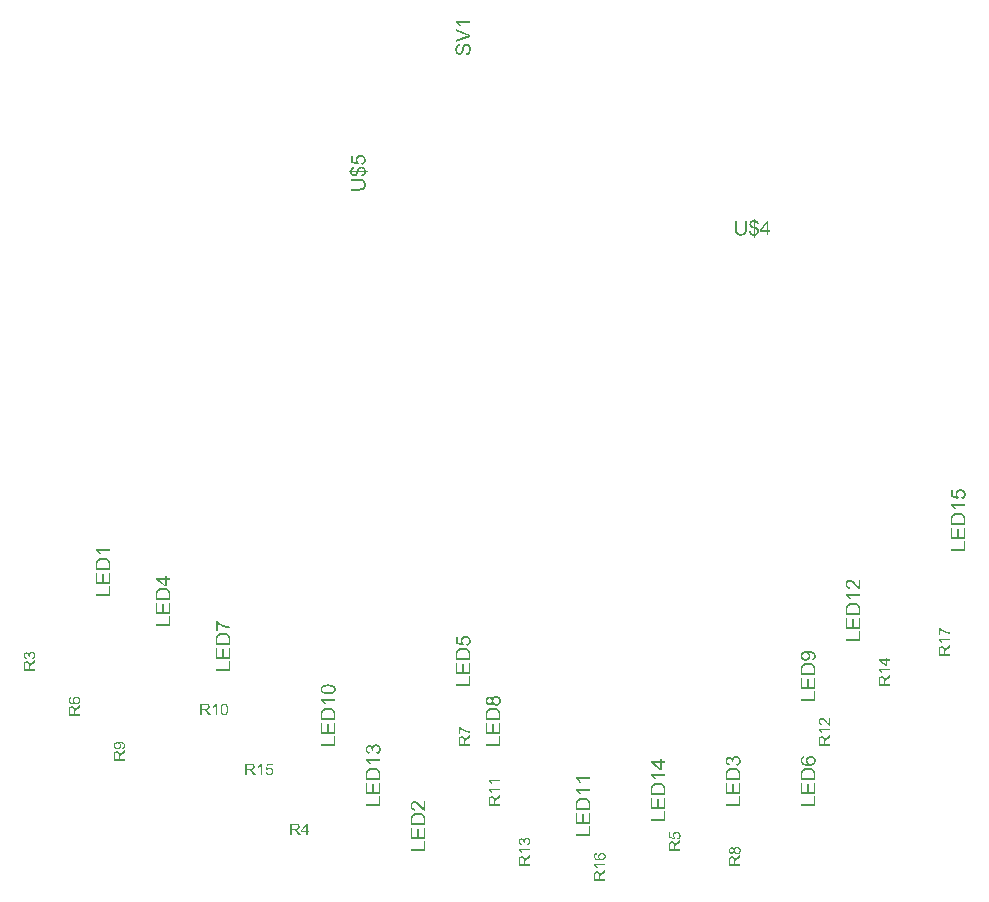
<source format=gto>
G04*
G04 #@! TF.GenerationSoftware,Altium Limited,Altium Designer,23.10.1 (27)*
G04*
G04 Layer_Color=65535*
%FSLAX25Y25*%
%MOIN*%
G70*
G04*
G04 #@! TF.SameCoordinates,A0C2110B-B731-4F6D-BDA8-CD75CFEE95BB*
G04*
G04*
G04 #@! TF.FilePolarity,Positive*
G04*
G01*
G75*
G36*
X53813Y110815D02*
X55000D01*
Y110205D01*
X53813D01*
Y108055D01*
X53254D01*
X50042Y110317D01*
Y110815D01*
X53254D01*
Y111486D01*
X53813D01*
Y110815D01*
D02*
G37*
G36*
X52639Y107595D02*
X52700Y107590D01*
X52764Y107586D01*
X52833Y107582D01*
X52910Y107578D01*
X52988Y107565D01*
X53160Y107543D01*
X53332Y107509D01*
X53499Y107466D01*
X53504D01*
X53517Y107461D01*
X53542Y107453D01*
X53572Y107440D01*
X53607Y107427D01*
X53650Y107414D01*
X53701Y107393D01*
X53753Y107375D01*
X53865Y107324D01*
X53985Y107268D01*
X54110Y107199D01*
X54222Y107126D01*
X54226Y107122D01*
X54235Y107117D01*
X54247Y107105D01*
X54269Y107092D01*
X54321Y107049D01*
X54385Y106993D01*
X54454Y106924D01*
X54531Y106846D01*
X54604Y106765D01*
X54669Y106675D01*
Y106670D01*
X54677Y106662D01*
X54686Y106649D01*
X54695Y106632D01*
X54708Y106606D01*
X54725Y106580D01*
X54742Y106545D01*
X54759Y106507D01*
X54802Y106421D01*
X54841Y106322D01*
X54884Y106206D01*
X54918Y106081D01*
Y106077D01*
X54923Y106064D01*
X54927Y106047D01*
X54931Y106021D01*
X54935Y105986D01*
X54944Y105948D01*
X54953Y105905D01*
X54957Y105853D01*
X54966Y105797D01*
X54974Y105737D01*
X54983Y105668D01*
X54987Y105599D01*
X54996Y105449D01*
X55000Y105286D01*
Y103501D01*
X50042D01*
Y105350D01*
X50046Y105406D01*
Y105466D01*
X50051Y105535D01*
X50059Y105677D01*
X50072Y105823D01*
X50089Y105965D01*
X50102Y106029D01*
X50115Y106090D01*
Y106094D01*
X50120Y106107D01*
X50124Y106133D01*
X50132Y106163D01*
X50145Y106197D01*
X50158Y106240D01*
X50175Y106288D01*
X50197Y106339D01*
X50244Y106455D01*
X50309Y106576D01*
X50382Y106700D01*
X50472Y106816D01*
X50476Y106821D01*
X50489Y106834D01*
X50507Y106855D01*
X50532Y106881D01*
X50562Y106915D01*
X50605Y106950D01*
X50648Y106993D01*
X50700Y107036D01*
X50760Y107083D01*
X50825Y107130D01*
X50893Y107182D01*
X50971Y107229D01*
X51048Y107276D01*
X51134Y107319D01*
X51225Y107362D01*
X51319Y107401D01*
X51323Y107405D01*
X51341Y107410D01*
X51371Y107418D01*
X51410Y107431D01*
X51461Y107448D01*
X51517Y107466D01*
X51586Y107483D01*
X51659Y107500D01*
X51745Y107517D01*
X51835Y107535D01*
X51930Y107552D01*
X52033Y107569D01*
X52140Y107582D01*
X52257Y107590D01*
X52377Y107599D01*
X52497D01*
X52502D01*
X52523D01*
X52553D01*
X52592D01*
X52639Y107595D01*
D02*
G37*
G36*
X55000Y98892D02*
X50042D01*
Y102478D01*
X50627D01*
Y99549D01*
X52140D01*
Y102293D01*
X52725D01*
Y99549D01*
X54415D01*
Y102594D01*
X55000D01*
Y98892D01*
D02*
G37*
G36*
Y95000D02*
X50042D01*
Y95658D01*
X54415D01*
Y98100D01*
X55000D01*
Y95000D01*
D02*
G37*
G36*
X118383Y251877D02*
X118430D01*
X118491Y251868D01*
X118555Y251859D01*
X118633Y251847D01*
X118714Y251834D01*
X118805Y251812D01*
X118899Y251786D01*
X118994Y251752D01*
X119093Y251713D01*
X119192Y251670D01*
X119290Y251614D01*
X119389Y251554D01*
X119484Y251485D01*
X119493Y251481D01*
X119510Y251464D01*
X119540Y251438D01*
X119579Y251399D01*
X119622Y251352D01*
X119673Y251292D01*
X119729Y251223D01*
X119781Y251146D01*
X119837Y251060D01*
X119893Y250961D01*
X119944Y250853D01*
X119987Y250737D01*
X120026Y250612D01*
X120056Y250479D01*
X120073Y250337D01*
X120082Y250187D01*
Y250157D01*
X120077Y250122D01*
Y250075D01*
X120069Y250019D01*
X120060Y249950D01*
X120052Y249877D01*
X120034Y249795D01*
X120013Y249709D01*
X119987Y249619D01*
X119957Y249529D01*
X119923Y249434D01*
X119880Y249344D01*
X119828Y249254D01*
X119768Y249163D01*
X119703Y249082D01*
X119699Y249077D01*
X119686Y249064D01*
X119665Y249043D01*
X119634Y249013D01*
X119596Y248983D01*
X119548Y248944D01*
X119497Y248905D01*
X119437Y248862D01*
X119368Y248819D01*
X119290Y248776D01*
X119209Y248733D01*
X119118Y248699D01*
X119024Y248664D01*
X118921Y248634D01*
X118813Y248613D01*
X118697Y248596D01*
X118641Y249236D01*
X118646D01*
X118663Y249241D01*
X118684Y249245D01*
X118719Y249249D01*
X118757Y249262D01*
X118805Y249271D01*
X118852Y249288D01*
X118908Y249305D01*
X119024Y249348D01*
X119140Y249404D01*
X119252Y249477D01*
X119303Y249516D01*
X119351Y249563D01*
X119355Y249568D01*
X119359Y249576D01*
X119372Y249589D01*
X119385Y249610D01*
X119402Y249636D01*
X119424Y249662D01*
X119445Y249701D01*
X119467Y249740D01*
X119510Y249830D01*
X119548Y249937D01*
X119574Y250053D01*
X119579Y250118D01*
X119583Y250187D01*
Y250208D01*
X119579Y250230D01*
Y250260D01*
X119574Y250299D01*
X119566Y250342D01*
X119557Y250393D01*
X119540Y250445D01*
X119523Y250505D01*
X119501Y250565D01*
X119475Y250625D01*
X119441Y250686D01*
X119407Y250750D01*
X119359Y250815D01*
X119312Y250875D01*
X119252Y250931D01*
X119247Y250935D01*
X119235Y250943D01*
X119217Y250961D01*
X119192Y250978D01*
X119157Y250999D01*
X119118Y251025D01*
X119071Y251055D01*
X119020Y251085D01*
X118959Y251111D01*
X118891Y251141D01*
X118822Y251167D01*
X118740Y251189D01*
X118658Y251206D01*
X118568Y251223D01*
X118473Y251232D01*
X118375Y251236D01*
X118370D01*
X118353D01*
X118323D01*
X118289Y251232D01*
X118246Y251227D01*
X118194Y251219D01*
X118138Y251210D01*
X118078Y251202D01*
X117945Y251163D01*
X117876Y251141D01*
X117807Y251111D01*
X117743Y251081D01*
X117674Y251038D01*
X117613Y250995D01*
X117553Y250943D01*
X117549Y250939D01*
X117540Y250931D01*
X117523Y250913D01*
X117506Y250892D01*
X117484Y250862D01*
X117459Y250827D01*
X117429Y250784D01*
X117399Y250737D01*
X117373Y250686D01*
X117343Y250625D01*
X117317Y250565D01*
X117295Y250496D01*
X117278Y250423D01*
X117261Y250346D01*
X117252Y250260D01*
X117248Y250174D01*
Y250127D01*
X117252Y250101D01*
X117257Y250071D01*
X117265Y249997D01*
X117282Y249916D01*
X117304Y249826D01*
X117338Y249735D01*
X117381Y249645D01*
Y249641D01*
X117386Y249636D01*
X117394Y249623D01*
X117407Y249606D01*
X117433Y249563D01*
X117476Y249512D01*
X117523Y249451D01*
X117583Y249391D01*
X117648Y249331D01*
X117725Y249275D01*
X117652Y248703D01*
X115107Y249185D01*
Y251649D01*
X115687D01*
Y249666D01*
X117024Y249400D01*
X117020Y249404D01*
X117011Y249421D01*
X116994Y249443D01*
X116977Y249477D01*
X116951Y249520D01*
X116926Y249568D01*
X116895Y249623D01*
X116865Y249684D01*
X116840Y249752D01*
X116809Y249826D01*
X116784Y249903D01*
X116758Y249985D01*
X116741Y250071D01*
X116723Y250157D01*
X116715Y250247D01*
X116710Y250337D01*
Y250367D01*
X116715Y250402D01*
X116719Y250445D01*
X116723Y250501D01*
X116736Y250565D01*
X116749Y250638D01*
X116766Y250720D01*
X116792Y250802D01*
X116822Y250892D01*
X116857Y250982D01*
X116900Y251073D01*
X116951Y251167D01*
X117011Y251257D01*
X117080Y251348D01*
X117162Y251434D01*
X117166Y251438D01*
X117183Y251455D01*
X117209Y251477D01*
X117244Y251502D01*
X117287Y251537D01*
X117343Y251576D01*
X117403Y251614D01*
X117476Y251657D01*
X117553Y251700D01*
X117644Y251739D01*
X117738Y251778D01*
X117841Y251812D01*
X117949Y251838D01*
X118065Y251864D01*
X118190Y251877D01*
X118319Y251881D01*
X118327D01*
X118349D01*
X118383Y251877D01*
D02*
G37*
G36*
X118650Y247968D02*
X118693D01*
X118749Y247959D01*
X118813Y247951D01*
X118882Y247938D01*
X118959Y247921D01*
X119041Y247899D01*
X119123Y247873D01*
X119213Y247839D01*
X119299Y247800D01*
X119389Y247757D01*
X119475Y247701D01*
X119561Y247641D01*
X119643Y247568D01*
X119647Y247564D01*
X119660Y247551D01*
X119682Y247525D01*
X119708Y247495D01*
X119742Y247456D01*
X119776Y247409D01*
X119815Y247353D01*
X119854Y247288D01*
X119897Y247220D01*
X119936Y247138D01*
X119974Y247056D01*
X120009Y246962D01*
X120039Y246863D01*
X120064Y246760D01*
X120082Y246648D01*
X120095Y246532D01*
X120714D01*
Y246175D01*
X120103D01*
Y246170D01*
X120099Y246153D01*
X120095Y246132D01*
X120090Y246097D01*
X120086Y246059D01*
X120077Y246016D01*
X120069Y245964D01*
X120056Y245913D01*
X120026Y245792D01*
X119991Y245667D01*
X119948Y245547D01*
X119901Y245431D01*
Y245427D01*
X119893Y245418D01*
X119884Y245405D01*
X119871Y245384D01*
X119858Y245358D01*
X119837Y245332D01*
X119785Y245263D01*
X119720Y245186D01*
X119639Y245104D01*
X119544Y245018D01*
X119428Y244936D01*
X119424Y244932D01*
X119411Y244928D01*
X119394Y244919D01*
X119368Y244902D01*
X119338Y244889D01*
X119299Y244868D01*
X119252Y244850D01*
X119204Y244829D01*
X119149Y244807D01*
X119084Y244790D01*
X119020Y244769D01*
X118947Y244752D01*
X118873Y244734D01*
X118792Y244717D01*
X118620Y244700D01*
X118504Y245310D01*
X118508D01*
X118525Y245315D01*
X118551Y245319D01*
X118585Y245323D01*
X118624Y245332D01*
X118671Y245341D01*
X118723Y245354D01*
X118779Y245366D01*
X118899Y245401D01*
X119015Y245444D01*
X119131Y245495D01*
X119179Y245526D01*
X119226Y245560D01*
X119230Y245564D01*
X119239Y245573D01*
X119256Y245586D01*
X119278Y245607D01*
X119303Y245629D01*
X119329Y245659D01*
X119364Y245693D01*
X119394Y245732D01*
X119458Y245822D01*
X119514Y245925D01*
X119540Y245986D01*
X119561Y246046D01*
X119579Y246110D01*
X119587Y246175D01*
X117678D01*
Y246170D01*
X117674Y246158D01*
X117669Y246136D01*
X117661Y246110D01*
X117648Y246076D01*
X117635Y246037D01*
X117618Y245990D01*
X117601Y245938D01*
X117579Y245882D01*
X117558Y245822D01*
X117502Y245693D01*
X117437Y245556D01*
X117360Y245409D01*
Y245405D01*
X117351Y245396D01*
X117343Y245384D01*
X117330Y245362D01*
X117313Y245336D01*
X117295Y245310D01*
X117244Y245242D01*
X117179Y245173D01*
X117102Y245095D01*
X117016Y245022D01*
X116913Y244958D01*
X116908D01*
X116900Y244949D01*
X116883Y244945D01*
X116861Y244932D01*
X116835Y244923D01*
X116801Y244911D01*
X116766Y244893D01*
X116723Y244881D01*
X116624Y244850D01*
X116517Y244829D01*
X116392Y244812D01*
X116259Y244803D01*
X116250D01*
X116229D01*
X116194Y244807D01*
X116151Y244812D01*
X116096Y244816D01*
X116031Y244829D01*
X115962Y244842D01*
X115885Y244859D01*
X115803Y244885D01*
X115717Y244915D01*
X115631Y244949D01*
X115541Y244997D01*
X115455Y245048D01*
X115369Y245108D01*
X115287Y245177D01*
X115210Y245259D01*
X115206Y245263D01*
X115197Y245272D01*
X115184Y245293D01*
X115167Y245315D01*
X115145Y245349D01*
X115120Y245388D01*
X115094Y245435D01*
X115068Y245491D01*
X115038Y245551D01*
X115008Y245620D01*
X114982Y245693D01*
X114952Y245775D01*
X114930Y245865D01*
X114909Y245960D01*
X114887Y246063D01*
X114874Y246175D01*
X114582D01*
Y246532D01*
X114874D01*
Y246536D01*
X114879Y246553D01*
Y246583D01*
X114887Y246618D01*
X114896Y246665D01*
X114904Y246712D01*
X114917Y246773D01*
X114935Y246833D01*
X114973Y246966D01*
X115029Y247104D01*
X115064Y247172D01*
X115098Y247241D01*
X115141Y247306D01*
X115188Y247366D01*
X115193Y247370D01*
X115206Y247383D01*
X115223Y247405D01*
X115249Y247430D01*
X115283Y247461D01*
X115322Y247495D01*
X115373Y247534D01*
X115425Y247577D01*
X115489Y247620D01*
X115558Y247658D01*
X115631Y247701D01*
X115713Y247740D01*
X115799Y247774D01*
X115893Y247804D01*
X115992Y247830D01*
X116100Y247848D01*
X116194Y247220D01*
X116190D01*
X116177Y247215D01*
X116160D01*
X116134Y247207D01*
X116104Y247202D01*
X116070Y247194D01*
X115992Y247172D01*
X115902Y247138D01*
X115812Y247099D01*
X115726Y247052D01*
X115648Y246992D01*
X115644D01*
X115640Y246983D01*
X115618Y246962D01*
X115584Y246923D01*
X115545Y246871D01*
X115502Y246807D01*
X115459Y246725D01*
X115420Y246635D01*
X115390Y246532D01*
X117140D01*
Y246536D01*
X117145Y246553D01*
X117153Y246575D01*
X117162Y246605D01*
X117171Y246643D01*
X117183Y246682D01*
X117209Y246777D01*
X117239Y246880D01*
X117270Y246979D01*
X117282Y247026D01*
X117300Y247069D01*
X117313Y247108D01*
X117325Y247138D01*
Y247142D01*
X117330Y247151D01*
X117338Y247164D01*
X117347Y247185D01*
X117360Y247211D01*
X117373Y247237D01*
X117411Y247301D01*
X117454Y247375D01*
X117506Y247452D01*
X117566Y247529D01*
X117631Y247598D01*
X117639Y247607D01*
X117661Y247628D01*
X117700Y247658D01*
X117751Y247701D01*
X117811Y247744D01*
X117884Y247792D01*
X117966Y247835D01*
X118056Y247873D01*
X118061D01*
X118069Y247878D01*
X118082Y247882D01*
X118099Y247890D01*
X118121Y247895D01*
X118151Y247903D01*
X118216Y247925D01*
X118293Y247942D01*
X118383Y247955D01*
X118482Y247968D01*
X118590Y247972D01*
X118598D01*
X118615D01*
X118650Y247968D01*
D02*
G37*
G36*
X118031Y243892D02*
X118091D01*
X118164Y243887D01*
X118246Y243883D01*
X118336Y243874D01*
X118426Y243866D01*
X118525Y243853D01*
X118723Y243823D01*
X118916Y243780D01*
X119007Y243754D01*
X119093Y243724D01*
X119097D01*
X119110Y243715D01*
X119136Y243707D01*
X119166Y243689D01*
X119204Y243672D01*
X119247Y243646D01*
X119295Y243621D01*
X119346Y243586D01*
X119402Y243548D01*
X119458Y243500D01*
X119518Y243453D01*
X119579Y243397D01*
X119639Y243333D01*
X119695Y243268D01*
X119755Y243195D01*
X119807Y243113D01*
X119811Y243109D01*
X119819Y243092D01*
X119832Y243070D01*
X119850Y243032D01*
X119871Y242988D01*
X119893Y242937D01*
X119918Y242877D01*
X119944Y242804D01*
X119970Y242726D01*
X119996Y242640D01*
X120017Y242541D01*
X120039Y242442D01*
X120056Y242331D01*
X120069Y242214D01*
X120077Y242090D01*
X120082Y241956D01*
Y241888D01*
X120077Y241840D01*
X120073Y241780D01*
X120069Y241711D01*
X120060Y241638D01*
X120052Y241552D01*
X120039Y241466D01*
X120026Y241372D01*
X119983Y241182D01*
X119953Y241088D01*
X119923Y240993D01*
X119888Y240903D01*
X119845Y240817D01*
X119841Y240813D01*
X119832Y240800D01*
X119819Y240774D01*
X119802Y240744D01*
X119776Y240709D01*
X119746Y240667D01*
X119708Y240623D01*
X119669Y240576D01*
X119622Y240525D01*
X119570Y240473D01*
X119514Y240417D01*
X119450Y240366D01*
X119381Y240318D01*
X119308Y240271D01*
X119230Y240228D01*
X119149Y240189D01*
X119144D01*
X119127Y240181D01*
X119101Y240172D01*
X119067Y240159D01*
X119020Y240146D01*
X118964Y240129D01*
X118899Y240112D01*
X118822Y240095D01*
X118740Y240077D01*
X118646Y240060D01*
X118542Y240043D01*
X118430Y240030D01*
X118314Y240017D01*
X118185Y240009D01*
X118048Y240004D01*
X117906Y240000D01*
X115042D01*
Y240658D01*
X117902D01*
X117910D01*
X117932D01*
X117962D01*
X118009D01*
X118061Y240662D01*
X118121D01*
X118190Y240667D01*
X118263Y240671D01*
X118418Y240688D01*
X118572Y240705D01*
X118650Y240722D01*
X118723Y240735D01*
X118792Y240753D01*
X118852Y240774D01*
X118856D01*
X118865Y240778D01*
X118882Y240787D01*
X118904Y240795D01*
X118929Y240813D01*
X118955Y240826D01*
X119024Y240873D01*
X119101Y240929D01*
X119179Y240998D01*
X119256Y241084D01*
X119325Y241187D01*
Y241191D01*
X119334Y241200D01*
X119338Y241217D01*
X119351Y241238D01*
X119364Y241268D01*
X119377Y241303D01*
X119389Y241342D01*
X119407Y241385D01*
X119424Y241436D01*
X119437Y241488D01*
X119450Y241548D01*
X119463Y241613D01*
X119480Y241750D01*
X119488Y241901D01*
Y241931D01*
X119484Y241969D01*
Y242017D01*
X119480Y242077D01*
X119471Y242146D01*
X119463Y242219D01*
X119445Y242301D01*
X119428Y242382D01*
X119407Y242468D01*
X119381Y242554D01*
X119351Y242640D01*
X119312Y242722D01*
X119269Y242795D01*
X119217Y242868D01*
X119161Y242928D01*
X119157Y242933D01*
X119144Y242941D01*
X119127Y242958D01*
X119097Y242976D01*
X119058Y243001D01*
X119007Y243027D01*
X118951Y243053D01*
X118882Y243083D01*
X118800Y243113D01*
X118710Y243139D01*
X118607Y243165D01*
X118491Y243191D01*
X118366Y243208D01*
X118224Y243225D01*
X118069Y243234D01*
X117902Y243238D01*
X115042D01*
Y243896D01*
X117906D01*
X117914D01*
X117940D01*
X117979D01*
X118031Y243892D01*
D02*
G37*
G36*
X155000Y295905D02*
X151126D01*
X151130Y295901D01*
X151134Y295896D01*
X151147Y295883D01*
X151160Y295866D01*
X151182Y295840D01*
X151203Y295814D01*
X151229Y295784D01*
X151259Y295750D01*
X151319Y295664D01*
X151392Y295565D01*
X151470Y295453D01*
X151547Y295324D01*
X151551Y295320D01*
X151556Y295307D01*
X151569Y295290D01*
X151582Y295264D01*
X151599Y295234D01*
X151616Y295200D01*
X151642Y295157D01*
X151663Y295114D01*
X151715Y295015D01*
X151766Y294907D01*
X151818Y294795D01*
X151861Y294688D01*
X151272D01*
X151268Y294692D01*
X151259Y294709D01*
X151246Y294740D01*
X151229Y294774D01*
X151207Y294817D01*
X151177Y294868D01*
X151147Y294924D01*
X151109Y294989D01*
X151070Y295058D01*
X151023Y295127D01*
X150924Y295277D01*
X150812Y295432D01*
X150691Y295578D01*
X150687Y295582D01*
X150674Y295595D01*
X150657Y295612D01*
X150631Y295642D01*
X150601Y295673D01*
X150567Y295707D01*
X150524Y295746D01*
X150481Y295789D01*
X150378Y295879D01*
X150266Y295969D01*
X150145Y296051D01*
X150085Y296090D01*
X150025Y296120D01*
Y296515D01*
X155000D01*
Y295905D01*
D02*
G37*
G36*
Y291940D02*
Y291261D01*
X150042Y289339D01*
Y290053D01*
X153646Y291338D01*
X153650D01*
X153663Y291347D01*
X153689Y291355D01*
X153719Y291364D01*
X153757Y291377D01*
X153805Y291394D01*
X153852Y291411D01*
X153908Y291433D01*
X153972Y291450D01*
X154033Y291472D01*
X154170Y291514D01*
X154316Y291562D01*
X154458Y291600D01*
X154454D01*
X154441Y291605D01*
X154420Y291613D01*
X154389Y291622D01*
X154351Y291631D01*
X154308Y291644D01*
X154260Y291661D01*
X154204Y291678D01*
X154144Y291695D01*
X154084Y291717D01*
X153946Y291764D01*
X153796Y291811D01*
X153646Y291867D01*
X150042Y293209D01*
Y293875D01*
X155000Y291940D01*
D02*
G37*
G36*
X153671Y288947D02*
X153706Y288943D01*
X153744Y288939D01*
X153792Y288934D01*
X153843Y288922D01*
X153959Y288896D01*
X154084Y288857D01*
X154149Y288831D01*
X154213Y288801D01*
X154282Y288762D01*
X154346Y288724D01*
X154351Y288720D01*
X154364Y288715D01*
X154381Y288698D01*
X154402Y288681D01*
X154432Y288659D01*
X154467Y288629D01*
X154506Y288595D01*
X154544Y288556D01*
X154587Y288513D01*
X154630Y288466D01*
X154677Y288410D01*
X154720Y288354D01*
X154768Y288289D01*
X154811Y288221D01*
X154850Y288148D01*
X154888Y288070D01*
Y288066D01*
X154897Y288053D01*
X154905Y288027D01*
X154918Y287997D01*
X154931Y287954D01*
X154948Y287907D01*
X154966Y287851D01*
X154983Y287791D01*
X155004Y287722D01*
X155022Y287649D01*
X155039Y287571D01*
X155052Y287490D01*
X155064Y287399D01*
X155073Y287309D01*
X155077Y287214D01*
X155082Y287116D01*
Y287051D01*
X155077Y287004D01*
Y286944D01*
X155073Y286879D01*
X155064Y286802D01*
X155056Y286720D01*
X155047Y286634D01*
X155034Y286544D01*
X155000Y286354D01*
X154953Y286165D01*
X154923Y286071D01*
X154888Y285985D01*
X154884Y285980D01*
X154880Y285963D01*
X154867Y285942D01*
X154850Y285912D01*
X154832Y285873D01*
X154806Y285826D01*
X154776Y285778D01*
X154742Y285727D01*
X154699Y285666D01*
X154656Y285611D01*
X154609Y285550D01*
X154557Y285490D01*
X154497Y285434D01*
X154437Y285374D01*
X154372Y285322D01*
X154299Y285271D01*
X154295Y285267D01*
X154282Y285258D01*
X154260Y285245D01*
X154230Y285232D01*
X154192Y285211D01*
X154149Y285189D01*
X154097Y285163D01*
X154037Y285142D01*
X153977Y285116D01*
X153908Y285090D01*
X153835Y285069D01*
X153753Y285047D01*
X153585Y285017D01*
X153495Y285004D01*
X153405Y285000D01*
X153349Y285619D01*
X153353D01*
X153366Y285624D01*
X153383D01*
X153409Y285628D01*
X153443Y285632D01*
X153478Y285641D01*
X153521Y285649D01*
X153564Y285662D01*
X153663Y285688D01*
X153766Y285722D01*
X153869Y285765D01*
X153964Y285821D01*
X153968D01*
X153972Y285830D01*
X153985Y285839D01*
X154002Y285851D01*
X154045Y285890D01*
X154101Y285946D01*
X154166Y286015D01*
X154230Y286101D01*
X154290Y286204D01*
X154351Y286320D01*
Y286324D01*
X154355Y286337D01*
X154364Y286354D01*
X154372Y286380D01*
X154385Y286410D01*
X154398Y286449D01*
X154411Y286492D01*
X154424Y286544D01*
X154437Y286600D01*
X154450Y286655D01*
X154475Y286785D01*
X154493Y286931D01*
X154497Y287086D01*
Y287150D01*
X154493Y287180D01*
Y287219D01*
X154488Y287262D01*
X154484Y287309D01*
X154471Y287412D01*
X154450Y287524D01*
X154424Y287636D01*
X154385Y287748D01*
Y287752D01*
X154381Y287761D01*
X154372Y287773D01*
X154364Y287795D01*
X154338Y287847D01*
X154303Y287911D01*
X154260Y287980D01*
X154209Y288049D01*
X154149Y288118D01*
X154080Y288178D01*
X154076D01*
X154071Y288182D01*
X154045Y288199D01*
X154007Y288221D01*
X153955Y288251D01*
X153891Y288277D01*
X153817Y288298D01*
X153740Y288315D01*
X153654Y288320D01*
X153650D01*
X153646D01*
X153633D01*
X153615D01*
X153572Y288311D01*
X153516Y288302D01*
X153452Y288285D01*
X153387Y288264D01*
X153314Y288229D01*
X153250Y288182D01*
X153241Y288178D01*
X153220Y288156D01*
X153190Y288122D01*
X153147Y288074D01*
X153099Y288014D01*
X153052Y287937D01*
X153005Y287842D01*
X152957Y287735D01*
Y287731D01*
X152953Y287726D01*
X152949Y287713D01*
X152945Y287692D01*
X152936Y287666D01*
X152923Y287636D01*
X152910Y287597D01*
X152897Y287550D01*
X152884Y287494D01*
X152863Y287429D01*
X152846Y287356D01*
X152824Y287275D01*
X152798Y287184D01*
X152773Y287081D01*
X152747Y286969D01*
X152717Y286845D01*
Y286836D01*
X152708Y286815D01*
X152699Y286780D01*
X152687Y286733D01*
X152674Y286677D01*
X152656Y286613D01*
X152635Y286544D01*
X152613Y286471D01*
X152566Y286312D01*
X152515Y286152D01*
X152489Y286075D01*
X152463Y286006D01*
X152433Y285942D01*
X152407Y285886D01*
X152403Y285881D01*
X152399Y285869D01*
X152386Y285851D01*
X152373Y285830D01*
X152356Y285800D01*
X152334Y285765D01*
X152278Y285688D01*
X152209Y285602D01*
X152132Y285516D01*
X152042Y285430D01*
X151943Y285357D01*
X151938D01*
X151930Y285348D01*
X151917Y285340D01*
X151895Y285331D01*
X151870Y285318D01*
X151839Y285301D01*
X151801Y285288D01*
X151762Y285271D01*
X151672Y285241D01*
X151569Y285211D01*
X151453Y285193D01*
X151328Y285185D01*
X151323D01*
X151311D01*
X151289D01*
X151263Y285189D01*
X151229Y285193D01*
X151190Y285198D01*
X151147Y285202D01*
X151096Y285211D01*
X150988Y285237D01*
X150872Y285275D01*
X150807Y285297D01*
X150747Y285327D01*
X150683Y285357D01*
X150623Y285396D01*
X150618Y285400D01*
X150610Y285404D01*
X150593Y285417D01*
X150567Y285434D01*
X150541Y285460D01*
X150511Y285486D01*
X150476Y285516D01*
X150438Y285555D01*
X150399Y285598D01*
X150356Y285641D01*
X150317Y285692D01*
X150274Y285748D01*
X150236Y285808D01*
X150197Y285877D01*
X150162Y285946D01*
X150128Y286019D01*
Y286023D01*
X150119Y286036D01*
X150111Y286062D01*
X150102Y286092D01*
X150089Y286131D01*
X150072Y286178D01*
X150059Y286230D01*
X150042Y286290D01*
X150025Y286354D01*
X150012Y286423D01*
X149995Y286496D01*
X149982Y286578D01*
X149965Y286750D01*
X149956Y286931D01*
Y286987D01*
X149960Y287025D01*
Y287073D01*
X149965Y287128D01*
X149969Y287193D01*
X149978Y287262D01*
X149986Y287335D01*
X149999Y287412D01*
X150033Y287576D01*
X150076Y287743D01*
X150137Y287907D01*
Y287911D01*
X150145Y287924D01*
X150154Y287946D01*
X150171Y287976D01*
X150188Y288010D01*
X150210Y288053D01*
X150236Y288096D01*
X150270Y288148D01*
X150343Y288251D01*
X150433Y288358D01*
X150537Y288461D01*
X150597Y288513D01*
X150661Y288556D01*
X150666Y288560D01*
X150679Y288565D01*
X150696Y288578D01*
X150722Y288591D01*
X150756Y288608D01*
X150795Y288629D01*
X150838Y288651D01*
X150889Y288672D01*
X150941Y288694D01*
X151001Y288715D01*
X151066Y288737D01*
X151134Y288754D01*
X151280Y288784D01*
X151358Y288797D01*
X151440Y288801D01*
X151487Y288173D01*
X151483D01*
X151465Y288169D01*
X151444Y288165D01*
X151409Y288160D01*
X151371Y288152D01*
X151328Y288143D01*
X151276Y288126D01*
X151220Y288109D01*
X151109Y288066D01*
X151048Y288036D01*
X150988Y288006D01*
X150932Y287967D01*
X150876Y287924D01*
X150825Y287877D01*
X150777Y287825D01*
X150773Y287821D01*
X150769Y287812D01*
X150756Y287795D01*
X150739Y287769D01*
X150722Y287739D01*
X150700Y287705D01*
X150679Y287657D01*
X150657Y287606D01*
X150636Y287550D01*
X150614Y287485D01*
X150593Y287417D01*
X150575Y287339D01*
X150558Y287253D01*
X150545Y287163D01*
X150541Y287064D01*
X150537Y286961D01*
Y286905D01*
X150541Y286862D01*
X150545Y286815D01*
X150549Y286759D01*
X150554Y286694D01*
X150562Y286630D01*
X150588Y286484D01*
X150627Y286342D01*
X150653Y286273D01*
X150683Y286204D01*
X150717Y286144D01*
X150756Y286088D01*
X150760Y286084D01*
X150765Y286075D01*
X150777Y286062D01*
X150795Y286045D01*
X150816Y286023D01*
X150842Y286002D01*
X150902Y285955D01*
X150979Y285903D01*
X151070Y285860D01*
X151121Y285843D01*
X151173Y285830D01*
X151229Y285821D01*
X151285Y285817D01*
X151289D01*
X151298D01*
X151311D01*
X151328Y285821D01*
X151379Y285826D01*
X151440Y285843D01*
X151508Y285864D01*
X151582Y285899D01*
X151655Y285946D01*
X151689Y285976D01*
X151723Y286011D01*
Y286015D01*
X151732Y286019D01*
X151741Y286032D01*
X151753Y286053D01*
X151771Y286079D01*
X151788Y286114D01*
X151809Y286157D01*
X151831Y286204D01*
X151857Y286264D01*
X151887Y286337D01*
X151913Y286415D01*
X151943Y286509D01*
X151977Y286613D01*
X152007Y286729D01*
X152042Y286858D01*
X152076Y287000D01*
Y287008D01*
X152085Y287034D01*
X152093Y287077D01*
X152106Y287128D01*
X152123Y287197D01*
X152140Y287270D01*
X152162Y287352D01*
X152183Y287438D01*
X152231Y287623D01*
X152282Y287804D01*
X152313Y287890D01*
X152338Y287971D01*
X152364Y288044D01*
X152390Y288105D01*
X152394Y288109D01*
X152399Y288122D01*
X152411Y288148D01*
X152424Y288173D01*
X152446Y288212D01*
X152472Y288251D01*
X152497Y288298D01*
X152527Y288345D01*
X152601Y288449D01*
X152691Y288556D01*
X152790Y288655D01*
X152841Y288698D01*
X152897Y288741D01*
X152902Y288745D01*
X152910Y288750D01*
X152927Y288762D01*
X152953Y288775D01*
X152979Y288788D01*
X153013Y288810D01*
X153056Y288827D01*
X153099Y288848D01*
X153151Y288866D01*
X153203Y288887D01*
X153323Y288917D01*
X153456Y288943D01*
X153529Y288947D01*
X153603Y288952D01*
X153607D01*
X153620D01*
X153641D01*
X153671Y288947D01*
D02*
G37*
G36*
X249707Y230168D02*
X249711D01*
X249728Y230163D01*
X249758D01*
X249793Y230155D01*
X249840Y230146D01*
X249887Y230138D01*
X249948Y230125D01*
X250008Y230107D01*
X250141Y230069D01*
X250279Y230013D01*
X250347Y229978D01*
X250416Y229944D01*
X250481Y229901D01*
X250541Y229854D01*
X250545Y229850D01*
X250558Y229837D01*
X250580Y229819D01*
X250605Y229794D01*
X250636Y229759D01*
X250670Y229720D01*
X250709Y229669D01*
X250752Y229617D01*
X250795Y229553D01*
X250833Y229484D01*
X250876Y229411D01*
X250915Y229329D01*
X250949Y229243D01*
X250979Y229149D01*
X251005Y229050D01*
X251023Y228942D01*
X250395Y228848D01*
Y228852D01*
X250390Y228865D01*
Y228882D01*
X250382Y228908D01*
X250377Y228938D01*
X250369Y228972D01*
X250347Y229050D01*
X250313Y229140D01*
X250274Y229230D01*
X250227Y229316D01*
X250167Y229394D01*
Y229398D01*
X250158Y229402D01*
X250137Y229424D01*
X250098Y229458D01*
X250046Y229497D01*
X249982Y229540D01*
X249900Y229583D01*
X249810Y229622D01*
X249707Y229652D01*
Y227902D01*
X249711D01*
X249728Y227897D01*
X249750Y227889D01*
X249780Y227880D01*
X249818Y227871D01*
X249857Y227859D01*
X249952Y227833D01*
X250055Y227803D01*
X250154Y227773D01*
X250201Y227760D01*
X250244Y227743D01*
X250283Y227730D01*
X250313Y227717D01*
X250317D01*
X250326Y227712D01*
X250339Y227704D01*
X250360Y227695D01*
X250386Y227682D01*
X250412Y227669D01*
X250476Y227631D01*
X250550Y227588D01*
X250627Y227536D01*
X250704Y227476D01*
X250773Y227411D01*
X250782Y227403D01*
X250803Y227381D01*
X250833Y227343D01*
X250876Y227291D01*
X250919Y227231D01*
X250967Y227158D01*
X251010Y227076D01*
X251048Y226986D01*
Y226981D01*
X251053Y226973D01*
X251057Y226960D01*
X251065Y226943D01*
X251070Y226921D01*
X251078Y226891D01*
X251100Y226827D01*
X251117Y226749D01*
X251130Y226659D01*
X251143Y226560D01*
X251147Y226452D01*
Y226444D01*
Y226427D01*
X251143Y226392D01*
Y226349D01*
X251134Y226293D01*
X251126Y226229D01*
X251113Y226160D01*
X251096Y226083D01*
X251074Y226001D01*
X251048Y225919D01*
X251014Y225829D01*
X250975Y225743D01*
X250932Y225653D01*
X250876Y225567D01*
X250816Y225481D01*
X250743Y225399D01*
X250739Y225395D01*
X250726Y225382D01*
X250700Y225360D01*
X250670Y225335D01*
X250631Y225300D01*
X250584Y225266D01*
X250528Y225227D01*
X250464Y225188D01*
X250395Y225145D01*
X250313Y225107D01*
X250231Y225068D01*
X250137Y225033D01*
X250038Y225003D01*
X249935Y224978D01*
X249823Y224960D01*
X249707Y224948D01*
Y224328D01*
X249350D01*
Y224939D01*
X249345D01*
X249328Y224943D01*
X249307Y224948D01*
X249272Y224952D01*
X249234Y224956D01*
X249191Y224965D01*
X249139Y224973D01*
X249088Y224986D01*
X248967Y225016D01*
X248842Y225051D01*
X248722Y225094D01*
X248606Y225141D01*
X248602D01*
X248593Y225150D01*
X248580Y225158D01*
X248559Y225171D01*
X248533Y225184D01*
X248507Y225205D01*
X248438Y225257D01*
X248361Y225322D01*
X248279Y225403D01*
X248193Y225498D01*
X248111Y225614D01*
X248107Y225618D01*
X248103Y225631D01*
X248094Y225648D01*
X248077Y225674D01*
X248064Y225704D01*
X248043Y225743D01*
X248025Y225790D01*
X248004Y225838D01*
X247982Y225893D01*
X247965Y225958D01*
X247944Y226023D01*
X247926Y226096D01*
X247909Y226169D01*
X247892Y226250D01*
X247875Y226422D01*
X248485Y226538D01*
Y226534D01*
X248490Y226517D01*
X248494Y226491D01*
X248498Y226457D01*
X248507Y226418D01*
X248516Y226371D01*
X248529Y226319D01*
X248541Y226263D01*
X248576Y226143D01*
X248619Y226027D01*
X248670Y225911D01*
X248700Y225863D01*
X248735Y225816D01*
X248739Y225812D01*
X248748Y225803D01*
X248761Y225786D01*
X248782Y225764D01*
X248804Y225739D01*
X248834Y225713D01*
X248868Y225678D01*
X248907Y225648D01*
X248997Y225584D01*
X249100Y225528D01*
X249161Y225502D01*
X249221Y225481D01*
X249285Y225464D01*
X249350Y225455D01*
Y227364D01*
X249345D01*
X249333Y227368D01*
X249311Y227373D01*
X249285Y227381D01*
X249251Y227394D01*
X249212Y227407D01*
X249165Y227424D01*
X249113Y227442D01*
X249057Y227463D01*
X248997Y227484D01*
X248868Y227540D01*
X248731Y227605D01*
X248584Y227682D01*
X248580D01*
X248571Y227691D01*
X248559Y227699D01*
X248537Y227712D01*
X248511Y227730D01*
X248485Y227747D01*
X248417Y227798D01*
X248348Y227863D01*
X248271Y227940D01*
X248197Y228026D01*
X248133Y228130D01*
Y228134D01*
X248124Y228142D01*
X248120Y228160D01*
X248107Y228181D01*
X248098Y228207D01*
X248086Y228241D01*
X248068Y228276D01*
X248056Y228319D01*
X248025Y228418D01*
X248004Y228525D01*
X247987Y228650D01*
X247978Y228783D01*
Y228792D01*
Y228813D01*
X247982Y228848D01*
X247987Y228891D01*
X247991Y228946D01*
X248004Y229011D01*
X248017Y229080D01*
X248034Y229157D01*
X248060Y229239D01*
X248090Y229325D01*
X248124Y229411D01*
X248172Y229501D01*
X248223Y229587D01*
X248283Y229673D01*
X248352Y229755D01*
X248434Y229832D01*
X248438Y229837D01*
X248447Y229845D01*
X248468Y229858D01*
X248490Y229875D01*
X248524Y229897D01*
X248563Y229923D01*
X248610Y229948D01*
X248666Y229974D01*
X248726Y230004D01*
X248795Y230034D01*
X248868Y230060D01*
X248950Y230090D01*
X249040Y230112D01*
X249135Y230133D01*
X249238Y230155D01*
X249350Y230168D01*
Y230460D01*
X249707D01*
Y230168D01*
D02*
G37*
G36*
X247071Y227136D02*
Y227128D01*
Y227102D01*
Y227063D01*
X247066Y227011D01*
Y226951D01*
X247062Y226878D01*
X247058Y226797D01*
X247049Y226706D01*
X247041Y226616D01*
X247028Y226517D01*
X246998Y226319D01*
X246955Y226126D01*
X246929Y226035D01*
X246899Y225949D01*
Y225945D01*
X246890Y225932D01*
X246882Y225906D01*
X246864Y225876D01*
X246847Y225838D01*
X246821Y225795D01*
X246796Y225747D01*
X246761Y225696D01*
X246723Y225640D01*
X246675Y225584D01*
X246628Y225524D01*
X246572Y225464D01*
X246508Y225403D01*
X246443Y225347D01*
X246370Y225287D01*
X246288Y225236D01*
X246284Y225231D01*
X246267Y225223D01*
X246245Y225210D01*
X246206Y225193D01*
X246164Y225171D01*
X246112Y225150D01*
X246052Y225124D01*
X245979Y225098D01*
X245901Y225072D01*
X245815Y225046D01*
X245716Y225025D01*
X245617Y225003D01*
X245506Y224986D01*
X245390Y224973D01*
X245265Y224965D01*
X245131Y224960D01*
X245063D01*
X245015Y224965D01*
X244955Y224969D01*
X244886Y224973D01*
X244813Y224982D01*
X244727Y224991D01*
X244641Y225003D01*
X244547Y225016D01*
X244357Y225059D01*
X244263Y225089D01*
X244168Y225119D01*
X244078Y225154D01*
X243992Y225197D01*
X243988Y225201D01*
X243975Y225210D01*
X243949Y225223D01*
X243919Y225240D01*
X243884Y225266D01*
X243842Y225296D01*
X243798Y225335D01*
X243751Y225373D01*
X243700Y225420D01*
X243648Y225472D01*
X243592Y225528D01*
X243541Y225592D01*
X243493Y225661D01*
X243446Y225734D01*
X243403Y225812D01*
X243364Y225893D01*
Y225898D01*
X243356Y225915D01*
X243347Y225941D01*
X243334Y225975D01*
X243321Y226023D01*
X243304Y226078D01*
X243287Y226143D01*
X243270Y226220D01*
X243252Y226302D01*
X243235Y226397D01*
X243218Y226500D01*
X243205Y226612D01*
X243192Y226728D01*
X243184Y226857D01*
X243179Y226994D01*
X243175Y227136D01*
Y230000D01*
X243833D01*
Y227140D01*
Y227132D01*
Y227110D01*
Y227080D01*
Y227033D01*
X243837Y226981D01*
Y226921D01*
X243842Y226852D01*
X243846Y226779D01*
X243863Y226624D01*
X243880Y226470D01*
X243897Y226392D01*
X243910Y226319D01*
X243928Y226250D01*
X243949Y226190D01*
Y226186D01*
X243953Y226177D01*
X243962Y226160D01*
X243970Y226139D01*
X243988Y226113D01*
X244001Y226087D01*
X244048Y226018D01*
X244104Y225941D01*
X244173Y225863D01*
X244259Y225786D01*
X244362Y225717D01*
X244366D01*
X244375Y225709D01*
X244392Y225704D01*
X244413Y225691D01*
X244443Y225678D01*
X244478Y225666D01*
X244517Y225653D01*
X244560Y225636D01*
X244611Y225618D01*
X244663Y225605D01*
X244723Y225592D01*
X244788Y225580D01*
X244925Y225562D01*
X245076Y225554D01*
X245106D01*
X245144Y225558D01*
X245192D01*
X245252Y225562D01*
X245321Y225571D01*
X245394Y225580D01*
X245476Y225597D01*
X245557Y225614D01*
X245643Y225636D01*
X245729Y225661D01*
X245815Y225691D01*
X245897Y225730D01*
X245970Y225773D01*
X246043Y225825D01*
X246103Y225881D01*
X246108Y225885D01*
X246116Y225898D01*
X246133Y225915D01*
X246151Y225945D01*
X246176Y225984D01*
X246202Y226035D01*
X246228Y226091D01*
X246258Y226160D01*
X246288Y226242D01*
X246314Y226332D01*
X246340Y226435D01*
X246366Y226551D01*
X246383Y226676D01*
X246400Y226818D01*
X246409Y226973D01*
X246413Y227140D01*
Y230000D01*
X247071D01*
Y227136D01*
D02*
G37*
G36*
X254329Y226788D02*
X255000D01*
Y226229D01*
X254329D01*
Y225042D01*
X253719D01*
Y226229D01*
X251569D01*
Y226788D01*
X253830Y230000D01*
X254329D01*
Y226788D01*
D02*
G37*
G36*
X38014Y56231D02*
X38074D01*
X38148Y56228D01*
X38228Y56221D01*
X38315Y56214D01*
X38406Y56204D01*
X38503Y56194D01*
X38701Y56167D01*
X38798Y56147D01*
X38892Y56127D01*
X38982Y56100D01*
X39069Y56074D01*
X39073Y56070D01*
X39089Y56067D01*
X39113Y56057D01*
X39140Y56043D01*
X39176Y56027D01*
X39220Y56007D01*
X39267Y55983D01*
X39317Y55953D01*
X39371Y55923D01*
X39424Y55886D01*
X39481Y55846D01*
X39535Y55802D01*
X39588Y55759D01*
X39642Y55705D01*
X39692Y55651D01*
X39736Y55594D01*
X39739Y55591D01*
X39746Y55581D01*
X39756Y55561D01*
X39773Y55537D01*
X39789Y55507D01*
X39806Y55471D01*
X39830Y55430D01*
X39850Y55383D01*
X39870Y55330D01*
X39890Y55273D01*
X39910Y55213D01*
X39927Y55146D01*
X39944Y55079D01*
X39954Y55005D01*
X39960Y54928D01*
X39964Y54851D01*
Y54831D01*
X39960Y54807D01*
Y54774D01*
X39957Y54737D01*
X39950Y54690D01*
X39944Y54643D01*
X39933Y54586D01*
X39920Y54529D01*
X39903Y54469D01*
X39883Y54409D01*
X39856Y54345D01*
X39830Y54281D01*
X39796Y54221D01*
X39756Y54164D01*
X39712Y54107D01*
X39709Y54104D01*
X39699Y54094D01*
X39686Y54080D01*
X39665Y54060D01*
X39639Y54040D01*
X39609Y54013D01*
X39572Y53987D01*
X39528Y53956D01*
X39481Y53930D01*
X39428Y53899D01*
X39371Y53869D01*
X39307Y53842D01*
X39240Y53819D01*
X39166Y53796D01*
X39089Y53779D01*
X39006Y53765D01*
X38962Y54221D01*
X38965D01*
X38975Y54224D01*
X38992Y54228D01*
X39016Y54231D01*
X39042Y54238D01*
X39073Y54248D01*
X39143Y54271D01*
X39220Y54298D01*
X39297Y54338D01*
X39371Y54382D01*
X39401Y54409D01*
X39431Y54439D01*
Y54442D01*
X39438Y54445D01*
X39444Y54456D01*
X39454Y54469D01*
X39465Y54486D01*
X39478Y54506D01*
X39501Y54553D01*
X39528Y54613D01*
X39552Y54683D01*
X39568Y54767D01*
X39572Y54811D01*
X39575Y54857D01*
Y54894D01*
X39572Y54914D01*
X39568Y54935D01*
X39562Y54988D01*
X39552Y55049D01*
X39535Y55112D01*
X39511Y55179D01*
X39478Y55243D01*
Y55246D01*
X39474Y55250D01*
X39458Y55270D01*
X39438Y55300D01*
X39408Y55336D01*
X39367Y55380D01*
X39324Y55424D01*
X39270Y55471D01*
X39210Y55511D01*
X39206D01*
X39203Y55514D01*
X39193Y55521D01*
X39180Y55528D01*
X39163Y55537D01*
X39143Y55548D01*
X39119Y55561D01*
X39089Y55574D01*
X39026Y55601D01*
X38949Y55631D01*
X38858Y55661D01*
X38758Y55688D01*
X38754D01*
X38744Y55692D01*
X38731Y55695D01*
X38707Y55698D01*
X38684Y55705D01*
X38651Y55712D01*
X38617Y55718D01*
X38577Y55725D01*
X38537Y55729D01*
X38490Y55735D01*
X38392Y55749D01*
X38289Y55755D01*
X38178Y55759D01*
X38171D01*
X38155D01*
X38124D01*
X38088D01*
X38094Y55752D01*
X38104Y55745D01*
X38121Y55732D01*
X38141Y55718D01*
X38161Y55702D01*
X38215Y55655D01*
X38272Y55601D01*
X38332Y55534D01*
X38392Y55454D01*
X38449Y55367D01*
Y55363D01*
X38456Y55357D01*
X38463Y55343D01*
X38473Y55323D01*
X38483Y55303D01*
X38493Y55273D01*
X38506Y55243D01*
X38520Y55209D01*
X38547Y55129D01*
X38567Y55042D01*
X38583Y54941D01*
X38590Y54837D01*
Y54817D01*
X38587Y54791D01*
X38583Y54757D01*
X38580Y54717D01*
X38573Y54670D01*
X38560Y54616D01*
X38547Y54556D01*
X38530Y54496D01*
X38506Y54429D01*
X38476Y54362D01*
X38446Y54295D01*
X38406Y54224D01*
X38359Y54157D01*
X38305Y54090D01*
X38245Y54027D01*
X38242Y54023D01*
X38228Y54013D01*
X38208Y53997D01*
X38181Y53976D01*
X38148Y53950D01*
X38104Y53923D01*
X38054Y53893D01*
X38001Y53863D01*
X37937Y53829D01*
X37867Y53799D01*
X37793Y53772D01*
X37709Y53749D01*
X37622Y53725D01*
X37532Y53708D01*
X37431Y53698D01*
X37327Y53695D01*
X37324D01*
X37321D01*
X37300D01*
X37270Y53698D01*
X37230Y53702D01*
X37180Y53705D01*
X37123Y53712D01*
X37059Y53725D01*
X36989Y53739D01*
X36915Y53755D01*
X36838Y53779D01*
X36761Y53809D01*
X36681Y53839D01*
X36604Y53879D01*
X36527Y53926D01*
X36453Y53980D01*
X36382Y54040D01*
X36379Y54043D01*
X36366Y54057D01*
X36349Y54077D01*
X36325Y54104D01*
X36299Y54137D01*
X36269Y54177D01*
X36235Y54224D01*
X36202Y54278D01*
X36168Y54338D01*
X36138Y54405D01*
X36108Y54476D01*
X36081Y54553D01*
X36057Y54633D01*
X36041Y54720D01*
X36027Y54811D01*
X36024Y54908D01*
Y54945D01*
X36027Y54971D01*
X36031Y55005D01*
X36034Y55042D01*
X36041Y55085D01*
X36051Y55136D01*
X36061Y55186D01*
X36074Y55239D01*
X36091Y55296D01*
X36111Y55357D01*
X36135Y55417D01*
X36161Y55477D01*
X36192Y55534D01*
X36228Y55594D01*
X36232Y55598D01*
X36239Y55608D01*
X36248Y55625D01*
X36265Y55645D01*
X36285Y55672D01*
X36312Y55702D01*
X36342Y55735D01*
X36376Y55772D01*
X36413Y55809D01*
X36456Y55849D01*
X36503Y55889D01*
X36557Y55929D01*
X36614Y55966D01*
X36671Y56003D01*
X36738Y56040D01*
X36805Y56070D01*
X36808Y56074D01*
X36821Y56077D01*
X36845Y56087D01*
X36875Y56097D01*
X36912Y56107D01*
X36962Y56124D01*
X37016Y56137D01*
X37079Y56154D01*
X37153Y56167D01*
X37233Y56184D01*
X37324Y56198D01*
X37421Y56208D01*
X37525Y56221D01*
X37639Y56228D01*
X37759Y56231D01*
X37890Y56234D01*
X37893D01*
X37897D01*
X37910D01*
X37923D01*
X37940D01*
X37960D01*
X38014Y56231D01*
D02*
G37*
G36*
X39900Y52757D02*
X39096Y52248D01*
X39093Y52245D01*
X39079Y52238D01*
X39062Y52228D01*
X39039Y52211D01*
X39009Y52191D01*
X38975Y52171D01*
X38939Y52144D01*
X38902Y52117D01*
X38815Y52060D01*
X38728Y51997D01*
X38644Y51936D01*
X38604Y51906D01*
X38567Y51879D01*
X38563D01*
X38560Y51873D01*
X38550Y51866D01*
X38537Y51856D01*
X38503Y51829D01*
X38463Y51792D01*
X38423Y51752D01*
X38379Y51709D01*
X38339Y51662D01*
X38309Y51618D01*
X38305Y51615D01*
X38295Y51598D01*
X38285Y51574D01*
X38269Y51548D01*
X38252Y51511D01*
X38235Y51474D01*
X38218Y51430D01*
X38205Y51387D01*
Y51384D01*
X38201Y51370D01*
X38198Y51350D01*
X38195Y51320D01*
X38192Y51280D01*
X38188Y51229D01*
X38185Y51173D01*
Y50512D01*
X39900D01*
Y50000D01*
X36037D01*
Y51796D01*
X36041Y51839D01*
X36044Y51889D01*
X36048Y51943D01*
X36051Y52003D01*
X36064Y52131D01*
X36081Y52261D01*
X36094Y52325D01*
X36108Y52385D01*
X36125Y52442D01*
X36145Y52496D01*
Y52499D01*
X36148Y52509D01*
X36155Y52523D01*
X36165Y52539D01*
X36178Y52563D01*
X36192Y52589D01*
X36228Y52650D01*
X36279Y52717D01*
X36309Y52754D01*
X36342Y52790D01*
X36379Y52824D01*
X36423Y52861D01*
X36466Y52894D01*
X36513Y52925D01*
X36516Y52928D01*
X36527Y52931D01*
X36540Y52938D01*
X36560Y52951D01*
X36584Y52961D01*
X36614Y52975D01*
X36647Y52991D01*
X36684Y53005D01*
X36724Y53022D01*
X36768Y53035D01*
X36868Y53062D01*
X36975Y53079D01*
X37032Y53082D01*
X37093Y53085D01*
X37096D01*
X37109D01*
X37133D01*
X37160Y53082D01*
X37197Y53079D01*
X37237Y53072D01*
X37284Y53062D01*
X37334Y53052D01*
X37384Y53039D01*
X37441Y53022D01*
X37498Y52998D01*
X37558Y52972D01*
X37615Y52941D01*
X37676Y52904D01*
X37732Y52864D01*
X37786Y52817D01*
X37789Y52814D01*
X37800Y52804D01*
X37813Y52790D01*
X37830Y52767D01*
X37853Y52740D01*
X37880Y52703D01*
X37907Y52663D01*
X37937Y52616D01*
X37967Y52563D01*
X37997Y52502D01*
X38027Y52432D01*
X38054Y52358D01*
X38081Y52278D01*
X38104Y52191D01*
X38124Y52097D01*
X38141Y51997D01*
Y52000D01*
X38145Y52007D01*
X38151Y52017D01*
X38158Y52030D01*
X38178Y52067D01*
X38201Y52110D01*
X38232Y52161D01*
X38265Y52214D01*
X38299Y52261D01*
X38336Y52305D01*
X38339Y52308D01*
X38346Y52315D01*
X38356Y52328D01*
X38372Y52342D01*
X38392Y52362D01*
X38416Y52385D01*
X38443Y52412D01*
X38476Y52442D01*
X38513Y52472D01*
X38550Y52506D01*
X38637Y52576D01*
X38737Y52653D01*
X38848Y52727D01*
X39900Y53397D01*
Y52757D01*
D02*
G37*
G36*
X243941Y21231D02*
X243978Y21228D01*
X244018Y21224D01*
X244069Y21214D01*
X244126Y21204D01*
X244186Y21191D01*
X244250Y21171D01*
X244317Y21147D01*
X244384Y21120D01*
X244454Y21087D01*
X244524Y21047D01*
X244595Y21000D01*
X244665Y20946D01*
X244729Y20883D01*
X244732Y20879D01*
X244742Y20866D01*
X244759Y20846D01*
X244782Y20819D01*
X244806Y20782D01*
X244836Y20742D01*
X244866Y20692D01*
X244896Y20635D01*
X244926Y20571D01*
X244956Y20504D01*
X244987Y20427D01*
X245010Y20347D01*
X245034Y20259D01*
X245050Y20166D01*
X245060Y20065D01*
X245064Y19961D01*
Y19934D01*
X245060Y19908D01*
X245057Y19868D01*
X245054Y19817D01*
X245047Y19760D01*
X245037Y19700D01*
X245020Y19630D01*
X245003Y19559D01*
X244980Y19486D01*
X244953Y19409D01*
X244920Y19328D01*
X244883Y19251D01*
X244836Y19177D01*
X244786Y19104D01*
X244725Y19037D01*
X244722Y19033D01*
X244709Y19023D01*
X244692Y19003D01*
X244665Y18983D01*
X244632Y18956D01*
X244591Y18926D01*
X244544Y18896D01*
X244494Y18862D01*
X244434Y18829D01*
X244370Y18799D01*
X244303Y18769D01*
X244226Y18742D01*
X244149Y18722D01*
X244065Y18705D01*
X243978Y18692D01*
X243884Y18688D01*
X243881D01*
X243868D01*
X243848D01*
X243821Y18692D01*
X243787Y18695D01*
X243751Y18698D01*
X243710Y18705D01*
X243663Y18712D01*
X243563Y18735D01*
X243509Y18752D01*
X243459Y18769D01*
X243405Y18792D01*
X243352Y18816D01*
X243302Y18846D01*
X243251Y18879D01*
X243248Y18883D01*
X243241Y18889D01*
X243228Y18899D01*
X243211Y18916D01*
X243191Y18933D01*
X243164Y18960D01*
X243141Y18986D01*
X243114Y19020D01*
X243084Y19057D01*
X243054Y19097D01*
X243027Y19141D01*
X242997Y19191D01*
X242973Y19244D01*
X242947Y19301D01*
X242926Y19362D01*
X242906Y19425D01*
Y19422D01*
X242899Y19412D01*
X242896Y19399D01*
X242886Y19375D01*
X242876Y19352D01*
X242863Y19325D01*
X242826Y19258D01*
X242782Y19187D01*
X242732Y19114D01*
X242668Y19044D01*
X242635Y19013D01*
X242598Y18983D01*
X242595D01*
X242588Y18976D01*
X242578Y18970D01*
X242561Y18960D01*
X242545Y18950D01*
X242521Y18940D01*
X242494Y18926D01*
X242464Y18913D01*
X242394Y18886D01*
X242310Y18866D01*
X242219Y18849D01*
X242119Y18842D01*
X242116D01*
X242099D01*
X242079Y18846D01*
X242049D01*
X242012Y18853D01*
X241972Y18859D01*
X241925Y18869D01*
X241874Y18879D01*
X241821Y18896D01*
X241764Y18916D01*
X241704Y18940D01*
X241643Y18970D01*
X241583Y19003D01*
X241526Y19044D01*
X241469Y19090D01*
X241412Y19144D01*
X241409Y19147D01*
X241399Y19157D01*
X241385Y19174D01*
X241369Y19201D01*
X241345Y19231D01*
X241322Y19268D01*
X241295Y19311D01*
X241268Y19358D01*
X241241Y19415D01*
X241214Y19476D01*
X241191Y19543D01*
X241168Y19613D01*
X241151Y19690D01*
X241137Y19774D01*
X241127Y19861D01*
X241124Y19951D01*
Y19975D01*
X241127Y20002D01*
Y20035D01*
X241134Y20079D01*
X241141Y20129D01*
X241147Y20182D01*
X241161Y20243D01*
X241178Y20306D01*
X241194Y20373D01*
X241221Y20440D01*
X241248Y20507D01*
X241282Y20574D01*
X241322Y20641D01*
X241365Y20705D01*
X241419Y20765D01*
X241422Y20769D01*
X241432Y20779D01*
X241449Y20796D01*
X241472Y20816D01*
X241499Y20839D01*
X241533Y20863D01*
X241573Y20893D01*
X241620Y20923D01*
X241667Y20950D01*
X241724Y20980D01*
X241781Y21003D01*
X241844Y21030D01*
X241911Y21047D01*
X241982Y21064D01*
X242055Y21074D01*
X242132Y21077D01*
X242136D01*
X242146D01*
X242159D01*
X242176Y21074D01*
X242199D01*
X242226Y21070D01*
X242290Y21060D01*
X242364Y21043D01*
X242444Y21017D01*
X242524Y20980D01*
X242565Y20960D01*
X242601Y20933D01*
X242605D01*
X242612Y20926D01*
X242621Y20920D01*
X242635Y20906D01*
X242652Y20893D01*
X242668Y20873D01*
X242692Y20852D01*
X242712Y20826D01*
X242739Y20799D01*
X242762Y20765D01*
X242789Y20732D01*
X242812Y20692D01*
X242839Y20651D01*
X242863Y20605D01*
X242886Y20558D01*
X242906Y20504D01*
Y20507D01*
X242913Y20521D01*
X242920Y20538D01*
X242930Y20561D01*
X242940Y20591D01*
X242956Y20628D01*
X242977Y20665D01*
X242997Y20705D01*
X243050Y20792D01*
X243114Y20883D01*
X243191Y20970D01*
X243234Y21010D01*
X243281Y21047D01*
X243285Y21050D01*
X243291Y21054D01*
X243308Y21064D01*
X243328Y21077D01*
X243352Y21090D01*
X243382Y21107D01*
X243415Y21124D01*
X243456Y21140D01*
X243499Y21157D01*
X243543Y21174D01*
X243596Y21191D01*
X243650Y21204D01*
X243767Y21228D01*
X243828Y21231D01*
X243895Y21234D01*
X243901D01*
X243918D01*
X243941Y21231D01*
D02*
G37*
G36*
X245000Y17757D02*
X244196Y17248D01*
X244193Y17244D01*
X244179Y17238D01*
X244163Y17228D01*
X244139Y17211D01*
X244109Y17191D01*
X244075Y17171D01*
X244039Y17144D01*
X244002Y17117D01*
X243915Y17060D01*
X243828Y16997D01*
X243744Y16936D01*
X243704Y16906D01*
X243667Y16879D01*
X243663D01*
X243660Y16873D01*
X243650Y16866D01*
X243636Y16856D01*
X243603Y16829D01*
X243563Y16792D01*
X243523Y16752D01*
X243479Y16709D01*
X243439Y16662D01*
X243409Y16618D01*
X243405Y16615D01*
X243395Y16598D01*
X243385Y16575D01*
X243369Y16548D01*
X243352Y16511D01*
X243335Y16474D01*
X243318Y16430D01*
X243305Y16387D01*
Y16384D01*
X243302Y16370D01*
X243298Y16350D01*
X243295Y16320D01*
X243291Y16280D01*
X243288Y16229D01*
X243285Y16172D01*
Y15513D01*
X245000D01*
Y15000D01*
X241137D01*
Y16796D01*
X241141Y16839D01*
X241144Y16889D01*
X241147Y16943D01*
X241151Y17003D01*
X241164Y17131D01*
X241181Y17261D01*
X241194Y17325D01*
X241208Y17385D01*
X241225Y17442D01*
X241245Y17496D01*
Y17499D01*
X241248Y17509D01*
X241255Y17523D01*
X241265Y17539D01*
X241278Y17563D01*
X241292Y17590D01*
X241328Y17650D01*
X241379Y17717D01*
X241409Y17754D01*
X241442Y17790D01*
X241479Y17824D01*
X241523Y17861D01*
X241566Y17894D01*
X241613Y17924D01*
X241617Y17928D01*
X241627Y17931D01*
X241640Y17938D01*
X241660Y17951D01*
X241684Y17961D01*
X241714Y17975D01*
X241747Y17992D01*
X241784Y18005D01*
X241824Y18022D01*
X241868Y18035D01*
X241968Y18062D01*
X242075Y18079D01*
X242132Y18082D01*
X242193Y18085D01*
X242196D01*
X242210D01*
X242233D01*
X242260Y18082D01*
X242297Y18079D01*
X242337Y18072D01*
X242384Y18062D01*
X242434Y18052D01*
X242484Y18038D01*
X242541Y18022D01*
X242598Y17998D01*
X242658Y17971D01*
X242715Y17941D01*
X242776Y17904D01*
X242832Y17864D01*
X242886Y17817D01*
X242889Y17814D01*
X242899Y17804D01*
X242913Y17790D01*
X242930Y17767D01*
X242953Y17740D01*
X242980Y17704D01*
X243007Y17663D01*
X243037Y17616D01*
X243067Y17563D01*
X243097Y17502D01*
X243127Y17432D01*
X243154Y17358D01*
X243181Y17278D01*
X243204Y17191D01*
X243225Y17097D01*
X243241Y16997D01*
Y17000D01*
X243245Y17007D01*
X243251Y17017D01*
X243258Y17030D01*
X243278Y17067D01*
X243302Y17110D01*
X243332Y17161D01*
X243365Y17214D01*
X243399Y17261D01*
X243436Y17305D01*
X243439Y17308D01*
X243446Y17315D01*
X243456Y17328D01*
X243472Y17342D01*
X243493Y17362D01*
X243516Y17385D01*
X243543Y17412D01*
X243576Y17442D01*
X243613Y17472D01*
X243650Y17506D01*
X243737Y17576D01*
X243838Y17653D01*
X243948Y17727D01*
X245000Y18397D01*
Y17757D01*
D02*
G37*
G36*
X151463Y61224D02*
X151476Y61211D01*
X151500Y61191D01*
X151530Y61164D01*
X151570Y61130D01*
X151617Y61090D01*
X151674Y61047D01*
X151738Y60997D01*
X151808Y60943D01*
X151885Y60886D01*
X151972Y60826D01*
X152066Y60762D01*
X152163Y60695D01*
X152270Y60628D01*
X152384Y60561D01*
X152501Y60494D01*
X152505D01*
X152508Y60491D01*
X152518Y60484D01*
X152532Y60477D01*
X152545Y60471D01*
X152565Y60461D01*
X152612Y60434D01*
X152672Y60404D01*
X152743Y60370D01*
X152823Y60330D01*
X152913Y60290D01*
X153011Y60243D01*
X153114Y60199D01*
X153225Y60152D01*
X153342Y60105D01*
X153463Y60058D01*
X153587Y60015D01*
X153714Y59975D01*
X153841Y59935D01*
X153848D01*
X153861Y59928D01*
X153888Y59921D01*
X153925Y59911D01*
X153972Y59901D01*
X154026Y59888D01*
X154086Y59874D01*
X154153Y59857D01*
X154230Y59844D01*
X154310Y59827D01*
X154397Y59811D01*
X154491Y59797D01*
X154588Y59784D01*
X154689Y59774D01*
X154900Y59754D01*
Y59264D01*
X154893D01*
X154880D01*
X154853Y59268D01*
X154820D01*
X154776Y59271D01*
X154722Y59275D01*
X154662Y59281D01*
X154592Y59288D01*
X154515Y59298D01*
X154431Y59311D01*
X154341Y59325D01*
X154243Y59342D01*
X154143Y59362D01*
X154032Y59385D01*
X153919Y59412D01*
X153801Y59442D01*
X153798D01*
X153795Y59446D01*
X153784D01*
X153771Y59449D01*
X153738Y59459D01*
X153691Y59476D01*
X153634Y59492D01*
X153563Y59513D01*
X153486Y59539D01*
X153402Y59569D01*
X153312Y59600D01*
X153212Y59636D01*
X153111Y59677D01*
X153004Y59724D01*
X152893Y59770D01*
X152779Y59821D01*
X152669Y59878D01*
X152555Y59935D01*
X152552D01*
X152548Y59938D01*
X152528Y59948D01*
X152498Y59968D01*
X152454Y59992D01*
X152404Y60022D01*
X152344Y60055D01*
X152277Y60095D01*
X152203Y60142D01*
X152126Y60189D01*
X152046Y60243D01*
X151962Y60300D01*
X151875Y60360D01*
X151704Y60484D01*
X151624Y60551D01*
X151543Y60618D01*
Y58725D01*
X151088D01*
Y61228D01*
X151460D01*
X151463Y61224D01*
D02*
G37*
G36*
X154900Y57757D02*
X154096Y57248D01*
X154093Y57244D01*
X154079Y57238D01*
X154062Y57228D01*
X154039Y57211D01*
X154009Y57191D01*
X153975Y57171D01*
X153939Y57144D01*
X153902Y57117D01*
X153815Y57060D01*
X153727Y56997D01*
X153644Y56936D01*
X153603Y56906D01*
X153567Y56879D01*
X153563D01*
X153560Y56873D01*
X153550Y56866D01*
X153537Y56856D01*
X153503Y56829D01*
X153463Y56792D01*
X153423Y56752D01*
X153379Y56709D01*
X153339Y56662D01*
X153309Y56618D01*
X153305Y56615D01*
X153295Y56598D01*
X153285Y56574D01*
X153269Y56548D01*
X153252Y56511D01*
X153235Y56474D01*
X153218Y56430D01*
X153205Y56387D01*
Y56384D01*
X153201Y56370D01*
X153198Y56350D01*
X153195Y56320D01*
X153191Y56280D01*
X153188Y56229D01*
X153185Y56173D01*
Y55512D01*
X154900D01*
Y55000D01*
X151037D01*
Y56796D01*
X151041Y56839D01*
X151044Y56889D01*
X151048Y56943D01*
X151051Y57003D01*
X151064Y57131D01*
X151081Y57261D01*
X151094Y57325D01*
X151108Y57385D01*
X151125Y57442D01*
X151145Y57496D01*
Y57499D01*
X151148Y57509D01*
X151155Y57523D01*
X151165Y57539D01*
X151178Y57563D01*
X151192Y57590D01*
X151228Y57650D01*
X151279Y57717D01*
X151309Y57754D01*
X151342Y57790D01*
X151379Y57824D01*
X151423Y57861D01*
X151466Y57894D01*
X151513Y57924D01*
X151516Y57928D01*
X151526Y57931D01*
X151540Y57938D01*
X151560Y57951D01*
X151584Y57961D01*
X151614Y57975D01*
X151647Y57991D01*
X151684Y58005D01*
X151724Y58022D01*
X151768Y58035D01*
X151868Y58062D01*
X151976Y58079D01*
X152032Y58082D01*
X152093Y58085D01*
X152096D01*
X152109D01*
X152133D01*
X152160Y58082D01*
X152197Y58079D01*
X152237Y58072D01*
X152284Y58062D01*
X152334Y58052D01*
X152384Y58039D01*
X152441Y58022D01*
X152498Y57998D01*
X152558Y57972D01*
X152615Y57941D01*
X152676Y57904D01*
X152733Y57864D01*
X152786Y57817D01*
X152789Y57814D01*
X152799Y57804D01*
X152813Y57790D01*
X152830Y57767D01*
X152853Y57740D01*
X152880Y57703D01*
X152907Y57663D01*
X152937Y57616D01*
X152967Y57563D01*
X152997Y57502D01*
X153027Y57432D01*
X153054Y57358D01*
X153081Y57278D01*
X153104Y57191D01*
X153124Y57097D01*
X153141Y56997D01*
Y57000D01*
X153145Y57007D01*
X153151Y57017D01*
X153158Y57030D01*
X153178Y57067D01*
X153201Y57111D01*
X153232Y57161D01*
X153265Y57214D01*
X153299Y57261D01*
X153335Y57305D01*
X153339Y57308D01*
X153346Y57315D01*
X153356Y57328D01*
X153372Y57342D01*
X153393Y57362D01*
X153416Y57385D01*
X153443Y57412D01*
X153476Y57442D01*
X153513Y57472D01*
X153550Y57506D01*
X153637Y57576D01*
X153738Y57653D01*
X153848Y57727D01*
X154900Y58397D01*
Y57757D01*
D02*
G37*
G36*
X23707Y71224D02*
X23741D01*
X23778Y71221D01*
X23821Y71214D01*
X23868Y71208D01*
X23919Y71201D01*
X23972Y71191D01*
X24083Y71161D01*
X24203Y71124D01*
X24260Y71097D01*
X24320Y71070D01*
X24324Y71067D01*
X24334Y71064D01*
X24351Y71053D01*
X24371Y71040D01*
X24397Y71027D01*
X24428Y71007D01*
X24498Y70956D01*
X24575Y70896D01*
X24655Y70822D01*
X24729Y70735D01*
X24766Y70688D01*
X24800Y70638D01*
X24803Y70635D01*
X24806Y70625D01*
X24813Y70611D01*
X24826Y70591D01*
X24836Y70564D01*
X24850Y70534D01*
X24867Y70497D01*
X24880Y70457D01*
X24897Y70414D01*
X24910Y70367D01*
X24927Y70313D01*
X24937Y70259D01*
X24957Y70142D01*
X24960Y70079D01*
X24964Y70015D01*
Y69988D01*
X24960Y69958D01*
X24957Y69918D01*
X24950Y69868D01*
X24940Y69807D01*
X24927Y69744D01*
X24910Y69673D01*
X24887Y69596D01*
X24857Y69519D01*
X24823Y69439D01*
X24779Y69355D01*
X24729Y69275D01*
X24672Y69198D01*
X24605Y69121D01*
X24528Y69047D01*
X24521Y69043D01*
X24508Y69030D01*
X24481Y69013D01*
X24444Y68990D01*
X24397Y68960D01*
X24337Y68929D01*
X24267Y68896D01*
X24186Y68862D01*
X24093Y68826D01*
X23986Y68792D01*
X23868Y68762D01*
X23741Y68732D01*
X23597Y68708D01*
X23443Y68692D01*
X23275Y68678D01*
X23094Y68675D01*
X23091D01*
X23081D01*
X23067D01*
X23044D01*
X23017Y68678D01*
X22987D01*
X22950D01*
X22910Y68682D01*
X22867Y68685D01*
X22820Y68688D01*
X22769Y68692D01*
X22713Y68698D01*
X22595Y68708D01*
X22471Y68725D01*
X22341Y68749D01*
X22207Y68775D01*
X22069Y68809D01*
X21935Y68849D01*
X21805Y68896D01*
X21681Y68950D01*
X21567Y69013D01*
X21517Y69050D01*
X21466Y69087D01*
X21460Y69090D01*
X21446Y69104D01*
X21426Y69124D01*
X21396Y69154D01*
X21362Y69191D01*
X21326Y69234D01*
X21285Y69285D01*
X21245Y69345D01*
X21205Y69412D01*
X21165Y69486D01*
X21128Y69563D01*
X21094Y69650D01*
X21064Y69744D01*
X21044Y69844D01*
X21027Y69951D01*
X21024Y70062D01*
Y70105D01*
X21027Y70139D01*
X21031Y70176D01*
X21037Y70223D01*
X21044Y70273D01*
X21058Y70327D01*
X21071Y70384D01*
X21088Y70444D01*
X21108Y70507D01*
X21131Y70568D01*
X21161Y70631D01*
X21198Y70692D01*
X21235Y70752D01*
X21282Y70809D01*
X21285Y70812D01*
X21292Y70822D01*
X21309Y70836D01*
X21329Y70856D01*
X21356Y70879D01*
X21386Y70906D01*
X21423Y70933D01*
X21466Y70963D01*
X21513Y70993D01*
X21567Y71023D01*
X21624Y71053D01*
X21687Y71080D01*
X21754Y71107D01*
X21825Y71127D01*
X21905Y71147D01*
X21985Y71161D01*
X22022Y70688D01*
X22019D01*
X22009Y70685D01*
X21996Y70682D01*
X21975Y70678D01*
X21955Y70672D01*
X21929Y70661D01*
X21868Y70641D01*
X21801Y70615D01*
X21734Y70584D01*
X21671Y70548D01*
X21644Y70527D01*
X21617Y70507D01*
X21614Y70504D01*
X21607Y70497D01*
X21597Y70487D01*
X21584Y70474D01*
X21570Y70454D01*
X21553Y70430D01*
X21533Y70403D01*
X21513Y70377D01*
X21476Y70306D01*
X21443Y70226D01*
X21433Y70179D01*
X21423Y70132D01*
X21416Y70082D01*
X21413Y70032D01*
Y70008D01*
X21416Y69995D01*
Y69975D01*
X21419Y69951D01*
X21429Y69898D01*
X21443Y69834D01*
X21466Y69767D01*
X21496Y69700D01*
X21540Y69633D01*
X21543Y69630D01*
X21547Y69623D01*
X21557Y69613D01*
X21570Y69596D01*
X21587Y69576D01*
X21607Y69556D01*
X21634Y69533D01*
X21661Y69506D01*
X21694Y69476D01*
X21727Y69449D01*
X21768Y69419D01*
X21811Y69389D01*
X21858Y69358D01*
X21908Y69332D01*
X21962Y69305D01*
X22019Y69278D01*
X22022D01*
X22032Y69271D01*
X22052Y69268D01*
X22076Y69258D01*
X22109Y69248D01*
X22150Y69238D01*
X22193Y69224D01*
X22247Y69214D01*
X22307Y69201D01*
X22374Y69191D01*
X22448Y69181D01*
X22525Y69171D01*
X22612Y69161D01*
X22706Y69154D01*
X22803Y69151D01*
X22910Y69147D01*
X22907Y69151D01*
X22900Y69154D01*
X22887Y69164D01*
X22867Y69177D01*
X22846Y69194D01*
X22820Y69214D01*
X22763Y69265D01*
X22699Y69325D01*
X22635Y69395D01*
X22575Y69476D01*
X22522Y69566D01*
Y69569D01*
X22515Y69576D01*
X22508Y69590D01*
X22501Y69610D01*
X22491Y69633D01*
X22481Y69660D01*
X22471Y69690D01*
X22458Y69723D01*
X22434Y69801D01*
X22414Y69891D01*
X22401Y69985D01*
X22394Y70085D01*
Y70105D01*
X22398Y70132D01*
X22401Y70166D01*
X22404Y70206D01*
X22414Y70253D01*
X22424Y70306D01*
X22438Y70363D01*
X22458Y70424D01*
X22481Y70491D01*
X22508Y70558D01*
X22542Y70625D01*
X22582Y70695D01*
X22629Y70762D01*
X22682Y70829D01*
X22746Y70893D01*
X22749Y70896D01*
X22763Y70906D01*
X22783Y70923D01*
X22810Y70946D01*
X22843Y70970D01*
X22887Y71000D01*
X22933Y71030D01*
X22990Y71060D01*
X23051Y71090D01*
X23118Y71121D01*
X23191Y71151D01*
X23272Y71174D01*
X23359Y71197D01*
X23449Y71214D01*
X23547Y71224D01*
X23647Y71228D01*
X23651D01*
X23664D01*
X23684D01*
X23707Y71224D01*
D02*
G37*
G36*
X24900Y67757D02*
X24096Y67248D01*
X24093Y67244D01*
X24079Y67238D01*
X24062Y67228D01*
X24039Y67211D01*
X24009Y67191D01*
X23975Y67171D01*
X23939Y67144D01*
X23902Y67117D01*
X23815Y67060D01*
X23728Y66997D01*
X23644Y66936D01*
X23604Y66906D01*
X23567Y66879D01*
X23563D01*
X23560Y66873D01*
X23550Y66866D01*
X23537Y66856D01*
X23503Y66829D01*
X23463Y66792D01*
X23423Y66752D01*
X23379Y66708D01*
X23339Y66662D01*
X23309Y66618D01*
X23305Y66615D01*
X23295Y66598D01*
X23285Y66575D01*
X23268Y66548D01*
X23252Y66511D01*
X23235Y66474D01*
X23218Y66430D01*
X23205Y66387D01*
Y66384D01*
X23202Y66370D01*
X23198Y66350D01*
X23195Y66320D01*
X23191Y66280D01*
X23188Y66229D01*
X23185Y66172D01*
Y65513D01*
X24900D01*
Y65000D01*
X21037D01*
Y66796D01*
X21041Y66839D01*
X21044Y66889D01*
X21047Y66943D01*
X21051Y67003D01*
X21064Y67131D01*
X21081Y67261D01*
X21094Y67325D01*
X21108Y67385D01*
X21125Y67442D01*
X21145Y67496D01*
Y67499D01*
X21148Y67509D01*
X21155Y67523D01*
X21165Y67539D01*
X21178Y67563D01*
X21192Y67589D01*
X21228Y67650D01*
X21279Y67717D01*
X21309Y67754D01*
X21342Y67791D01*
X21379Y67824D01*
X21423Y67861D01*
X21466Y67894D01*
X21513Y67924D01*
X21517Y67928D01*
X21527Y67931D01*
X21540Y67938D01*
X21560Y67951D01*
X21584Y67961D01*
X21614Y67975D01*
X21647Y67992D01*
X21684Y68005D01*
X21724Y68022D01*
X21768Y68035D01*
X21868Y68062D01*
X21975Y68079D01*
X22032Y68082D01*
X22093Y68085D01*
X22096D01*
X22109D01*
X22133D01*
X22160Y68082D01*
X22197Y68079D01*
X22237Y68072D01*
X22284Y68062D01*
X22334Y68052D01*
X22384Y68038D01*
X22441Y68022D01*
X22498Y67998D01*
X22558Y67971D01*
X22615Y67941D01*
X22676Y67904D01*
X22733Y67864D01*
X22786Y67817D01*
X22790Y67814D01*
X22799Y67804D01*
X22813Y67791D01*
X22830Y67767D01*
X22853Y67740D01*
X22880Y67703D01*
X22907Y67663D01*
X22937Y67616D01*
X22967Y67563D01*
X22997Y67502D01*
X23027Y67432D01*
X23054Y67358D01*
X23081Y67278D01*
X23104Y67191D01*
X23124Y67097D01*
X23141Y66997D01*
Y67000D01*
X23145Y67007D01*
X23151Y67017D01*
X23158Y67030D01*
X23178Y67067D01*
X23202Y67111D01*
X23232Y67161D01*
X23265Y67214D01*
X23299Y67261D01*
X23336Y67305D01*
X23339Y67308D01*
X23346Y67315D01*
X23356Y67328D01*
X23372Y67342D01*
X23392Y67362D01*
X23416Y67385D01*
X23443Y67412D01*
X23476Y67442D01*
X23513Y67472D01*
X23550Y67506D01*
X23637Y67576D01*
X23738Y67653D01*
X23848Y67727D01*
X24900Y68397D01*
Y67757D01*
D02*
G37*
G36*
X223740Y26251D02*
X223777D01*
X223824Y26244D01*
X223874Y26238D01*
X223935Y26228D01*
X223998Y26218D01*
X224069Y26201D01*
X224142Y26181D01*
X224216Y26154D01*
X224293Y26124D01*
X224370Y26090D01*
X224447Y26047D01*
X224524Y26000D01*
X224598Y25946D01*
X224605Y25943D01*
X224618Y25929D01*
X224642Y25909D01*
X224672Y25879D01*
X224705Y25842D01*
X224745Y25796D01*
X224789Y25742D01*
X224829Y25682D01*
X224873Y25615D01*
X224916Y25537D01*
X224956Y25454D01*
X224990Y25363D01*
X225020Y25266D01*
X225044Y25162D01*
X225057Y25052D01*
X225064Y24935D01*
Y24911D01*
X225060Y24884D01*
Y24848D01*
X225054Y24804D01*
X225047Y24750D01*
X225040Y24693D01*
X225027Y24630D01*
X225010Y24563D01*
X224990Y24492D01*
X224967Y24422D01*
X224940Y24348D01*
X224906Y24278D01*
X224866Y24208D01*
X224819Y24137D01*
X224769Y24074D01*
X224765Y24070D01*
X224756Y24060D01*
X224739Y24044D01*
X224715Y24020D01*
X224685Y23997D01*
X224648Y23966D01*
X224608Y23936D01*
X224561Y23903D01*
X224507Y23869D01*
X224447Y23836D01*
X224384Y23802D01*
X224313Y23776D01*
X224240Y23749D01*
X224159Y23725D01*
X224075Y23708D01*
X223985Y23695D01*
X223941Y24194D01*
X223945D01*
X223958Y24198D01*
X223975Y24201D01*
X224002Y24204D01*
X224032Y24214D01*
X224069Y24221D01*
X224106Y24234D01*
X224149Y24248D01*
X224240Y24281D01*
X224330Y24325D01*
X224417Y24382D01*
X224457Y24412D01*
X224494Y24449D01*
X224498Y24452D01*
X224501Y24459D01*
X224511Y24469D01*
X224521Y24486D01*
X224534Y24506D01*
X224551Y24526D01*
X224568Y24556D01*
X224585Y24586D01*
X224618Y24656D01*
X224648Y24740D01*
X224668Y24831D01*
X224672Y24881D01*
X224675Y24935D01*
Y24951D01*
X224672Y24968D01*
Y24992D01*
X224668Y25022D01*
X224662Y25055D01*
X224655Y25095D01*
X224642Y25136D01*
X224628Y25183D01*
X224611Y25229D01*
X224591Y25276D01*
X224565Y25323D01*
X224538Y25373D01*
X224501Y25424D01*
X224464Y25471D01*
X224417Y25514D01*
X224414Y25517D01*
X224404Y25524D01*
X224390Y25537D01*
X224370Y25551D01*
X224343Y25568D01*
X224313Y25588D01*
X224276Y25611D01*
X224236Y25635D01*
X224189Y25655D01*
X224136Y25678D01*
X224082Y25698D01*
X224018Y25715D01*
X223955Y25728D01*
X223885Y25742D01*
X223811Y25749D01*
X223734Y25752D01*
X223730D01*
X223717D01*
X223693D01*
X223667Y25749D01*
X223633Y25745D01*
X223593Y25738D01*
X223549Y25732D01*
X223503Y25725D01*
X223399Y25695D01*
X223345Y25678D01*
X223291Y25655D01*
X223241Y25631D01*
X223188Y25598D01*
X223141Y25564D01*
X223094Y25524D01*
X223091Y25521D01*
X223084Y25514D01*
X223070Y25501D01*
X223057Y25484D01*
X223040Y25460D01*
X223020Y25434D01*
X222997Y25400D01*
X222973Y25363D01*
X222953Y25323D01*
X222930Y25276D01*
X222910Y25229D01*
X222893Y25176D01*
X222879Y25119D01*
X222866Y25058D01*
X222859Y24992D01*
X222856Y24925D01*
Y24888D01*
X222859Y24868D01*
X222863Y24844D01*
X222869Y24787D01*
X222883Y24724D01*
X222900Y24653D01*
X222926Y24583D01*
X222960Y24512D01*
Y24509D01*
X222963Y24506D01*
X222970Y24496D01*
X222980Y24482D01*
X223000Y24449D01*
X223034Y24409D01*
X223070Y24362D01*
X223117Y24315D01*
X223167Y24268D01*
X223228Y24224D01*
X223171Y23779D01*
X221188Y24154D01*
Y26074D01*
X221640D01*
Y24529D01*
X222682Y24321D01*
X222678Y24325D01*
X222672Y24338D01*
X222658Y24355D01*
X222645Y24382D01*
X222625Y24415D01*
X222605Y24452D01*
X222581Y24496D01*
X222558Y24543D01*
X222538Y24596D01*
X222514Y24653D01*
X222494Y24713D01*
X222474Y24777D01*
X222461Y24844D01*
X222447Y24911D01*
X222441Y24982D01*
X222437Y25052D01*
Y25075D01*
X222441Y25102D01*
X222444Y25136D01*
X222447Y25179D01*
X222457Y25229D01*
X222467Y25286D01*
X222481Y25350D01*
X222501Y25414D01*
X222524Y25484D01*
X222551Y25554D01*
X222585Y25625D01*
X222625Y25698D01*
X222672Y25769D01*
X222725Y25839D01*
X222789Y25906D01*
X222792Y25909D01*
X222806Y25923D01*
X222826Y25940D01*
X222853Y25960D01*
X222886Y25986D01*
X222930Y26017D01*
X222977Y26047D01*
X223034Y26080D01*
X223094Y26114D01*
X223164Y26144D01*
X223238Y26174D01*
X223318Y26201D01*
X223402Y26221D01*
X223493Y26241D01*
X223590Y26251D01*
X223690Y26254D01*
X223697D01*
X223714D01*
X223740Y26251D01*
D02*
G37*
G36*
X225000Y22757D02*
X224196Y22248D01*
X224193Y22244D01*
X224179Y22238D01*
X224163Y22228D01*
X224139Y22211D01*
X224109Y22191D01*
X224075Y22171D01*
X224039Y22144D01*
X224002Y22117D01*
X223915Y22060D01*
X223828Y21997D01*
X223744Y21936D01*
X223704Y21906D01*
X223667Y21879D01*
X223663D01*
X223660Y21873D01*
X223650Y21866D01*
X223637Y21856D01*
X223603Y21829D01*
X223563Y21792D01*
X223523Y21752D01*
X223479Y21709D01*
X223439Y21662D01*
X223409Y21618D01*
X223405Y21615D01*
X223395Y21598D01*
X223385Y21575D01*
X223369Y21548D01*
X223352Y21511D01*
X223335Y21474D01*
X223318Y21430D01*
X223305Y21387D01*
Y21384D01*
X223302Y21370D01*
X223298Y21350D01*
X223295Y21320D01*
X223291Y21280D01*
X223288Y21229D01*
X223285Y21172D01*
Y20513D01*
X225000D01*
Y20000D01*
X221137D01*
Y21796D01*
X221141Y21839D01*
X221144Y21889D01*
X221147Y21943D01*
X221151Y22003D01*
X221164Y22131D01*
X221181Y22261D01*
X221194Y22325D01*
X221208Y22385D01*
X221224Y22442D01*
X221245Y22496D01*
Y22499D01*
X221248Y22509D01*
X221255Y22523D01*
X221265Y22539D01*
X221278Y22563D01*
X221292Y22590D01*
X221328Y22650D01*
X221379Y22717D01*
X221409Y22754D01*
X221442Y22791D01*
X221479Y22824D01*
X221523Y22861D01*
X221566Y22894D01*
X221613Y22925D01*
X221617Y22928D01*
X221626Y22931D01*
X221640Y22938D01*
X221660Y22951D01*
X221684Y22961D01*
X221714Y22975D01*
X221747Y22992D01*
X221784Y23005D01*
X221824Y23022D01*
X221868Y23035D01*
X221968Y23062D01*
X222076Y23079D01*
X222132Y23082D01*
X222193Y23085D01*
X222196D01*
X222210D01*
X222233D01*
X222260Y23082D01*
X222297Y23079D01*
X222337Y23072D01*
X222384Y23062D01*
X222434Y23052D01*
X222484Y23039D01*
X222541Y23022D01*
X222598Y22998D01*
X222658Y22971D01*
X222715Y22941D01*
X222776Y22904D01*
X222832Y22864D01*
X222886Y22817D01*
X222889Y22814D01*
X222900Y22804D01*
X222913Y22791D01*
X222930Y22767D01*
X222953Y22740D01*
X222980Y22704D01*
X223007Y22663D01*
X223037Y22616D01*
X223067Y22563D01*
X223097Y22502D01*
X223127Y22432D01*
X223154Y22358D01*
X223181Y22278D01*
X223204Y22191D01*
X223224Y22097D01*
X223241Y21997D01*
Y22000D01*
X223245Y22007D01*
X223251Y22017D01*
X223258Y22030D01*
X223278Y22067D01*
X223302Y22110D01*
X223332Y22161D01*
X223365Y22214D01*
X223399Y22261D01*
X223436Y22305D01*
X223439Y22308D01*
X223446Y22315D01*
X223456Y22328D01*
X223472Y22342D01*
X223493Y22362D01*
X223516Y22385D01*
X223543Y22412D01*
X223576Y22442D01*
X223613Y22472D01*
X223650Y22506D01*
X223737Y22576D01*
X223838Y22653D01*
X223948Y22727D01*
X225000Y23397D01*
Y22757D01*
D02*
G37*
G36*
X100688Y26460D02*
X101211D01*
Y26025D01*
X100688D01*
Y25100D01*
X100213D01*
Y26025D01*
X98538D01*
Y26460D01*
X100300Y28962D01*
X100688D01*
Y26460D01*
D02*
G37*
G36*
X96839Y28959D02*
X96889Y28956D01*
X96943Y28953D01*
X97003Y28949D01*
X97131Y28936D01*
X97261Y28919D01*
X97325Y28906D01*
X97385Y28892D01*
X97442Y28875D01*
X97496Y28855D01*
X97499D01*
X97509Y28852D01*
X97523Y28845D01*
X97539Y28835D01*
X97563Y28822D01*
X97589Y28808D01*
X97650Y28772D01*
X97717Y28721D01*
X97754Y28691D01*
X97790Y28658D01*
X97824Y28621D01*
X97861Y28577D01*
X97894Y28534D01*
X97925Y28487D01*
X97928Y28484D01*
X97931Y28473D01*
X97938Y28460D01*
X97951Y28440D01*
X97961Y28416D01*
X97975Y28386D01*
X97992Y28353D01*
X98005Y28316D01*
X98022Y28276D01*
X98035Y28232D01*
X98062Y28132D01*
X98079Y28025D01*
X98082Y27968D01*
X98085Y27907D01*
Y27904D01*
Y27891D01*
Y27867D01*
X98082Y27840D01*
X98079Y27803D01*
X98072Y27763D01*
X98062Y27716D01*
X98052Y27666D01*
X98039Y27616D01*
X98022Y27559D01*
X97998Y27502D01*
X97971Y27442D01*
X97941Y27385D01*
X97904Y27324D01*
X97864Y27268D01*
X97817Y27214D01*
X97814Y27211D01*
X97804Y27200D01*
X97790Y27187D01*
X97767Y27170D01*
X97740Y27147D01*
X97703Y27120D01*
X97663Y27093D01*
X97616Y27063D01*
X97563Y27033D01*
X97502Y27003D01*
X97432Y26973D01*
X97358Y26946D01*
X97278Y26919D01*
X97191Y26896D01*
X97097Y26875D01*
X96997Y26859D01*
X97000D01*
X97007Y26855D01*
X97017Y26849D01*
X97030Y26842D01*
X97067Y26822D01*
X97110Y26798D01*
X97161Y26768D01*
X97214Y26735D01*
X97261Y26701D01*
X97305Y26664D01*
X97308Y26661D01*
X97315Y26654D01*
X97328Y26644D01*
X97342Y26628D01*
X97362Y26607D01*
X97385Y26584D01*
X97412Y26557D01*
X97442Y26524D01*
X97472Y26487D01*
X97506Y26450D01*
X97576Y26363D01*
X97653Y26263D01*
X97727Y26152D01*
X98397Y25100D01*
X97757D01*
X97248Y25904D01*
X97245Y25907D01*
X97238Y25921D01*
X97228Y25938D01*
X97211Y25961D01*
X97191Y25991D01*
X97171Y26025D01*
X97144Y26061D01*
X97117Y26098D01*
X97060Y26185D01*
X96997Y26272D01*
X96936Y26356D01*
X96906Y26396D01*
X96879Y26433D01*
Y26437D01*
X96873Y26440D01*
X96866Y26450D01*
X96856Y26463D01*
X96829Y26497D01*
X96792Y26537D01*
X96752Y26577D01*
X96709Y26621D01*
X96662Y26661D01*
X96618Y26691D01*
X96615Y26695D01*
X96598Y26705D01*
X96574Y26715D01*
X96548Y26732D01*
X96511Y26748D01*
X96474Y26765D01*
X96430Y26782D01*
X96387Y26795D01*
X96384D01*
X96370Y26798D01*
X96350Y26802D01*
X96320Y26805D01*
X96280Y26809D01*
X96229Y26812D01*
X96172Y26815D01*
X95512D01*
Y25100D01*
X95000D01*
Y28962D01*
X96796D01*
X96839Y28959D01*
D02*
G37*
G36*
X8811Y86224D02*
X8845Y86221D01*
X8888Y86218D01*
X8939Y86208D01*
X8996Y86198D01*
X9059Y86181D01*
X9123Y86161D01*
X9193Y86137D01*
X9263Y86107D01*
X9337Y86070D01*
X9408Y86027D01*
X9481Y85980D01*
X9552Y85923D01*
X9619Y85856D01*
X9622Y85852D01*
X9632Y85839D01*
X9652Y85819D01*
X9672Y85789D01*
X9699Y85752D01*
X9729Y85708D01*
X9759Y85658D01*
X9793Y85601D01*
X9826Y85537D01*
X9856Y85467D01*
X9887Y85390D01*
X9913Y85306D01*
X9933Y85219D01*
X9950Y85125D01*
X9964Y85028D01*
X9967Y84925D01*
Y84901D01*
X9964Y84874D01*
Y84841D01*
X9957Y84797D01*
X9950Y84747D01*
X9940Y84690D01*
X9930Y84630D01*
X9913Y84563D01*
X9893Y84496D01*
X9870Y84425D01*
X9840Y84355D01*
X9806Y84281D01*
X9766Y84214D01*
X9719Y84144D01*
X9665Y84080D01*
X9662Y84077D01*
X9652Y84067D01*
X9635Y84050D01*
X9608Y84027D01*
X9578Y84000D01*
X9545Y83973D01*
X9501Y83940D01*
X9451Y83906D01*
X9398Y83873D01*
X9341Y83839D01*
X9274Y83809D01*
X9203Y83779D01*
X9129Y83752D01*
X9049Y83728D01*
X8965Y83712D01*
X8878Y83698D01*
X8815Y84174D01*
X8818D01*
X8831Y84177D01*
X8851Y84184D01*
X8882Y84191D01*
X8915Y84198D01*
X8952Y84211D01*
X8996Y84224D01*
X9039Y84238D01*
X9136Y84278D01*
X9230Y84325D01*
X9277Y84352D01*
X9320Y84382D01*
X9361Y84415D01*
X9398Y84449D01*
X9401Y84452D01*
X9404Y84459D01*
X9414Y84469D01*
X9424Y84486D01*
X9438Y84502D01*
X9454Y84526D01*
X9471Y84553D01*
X9485Y84583D01*
X9518Y84653D01*
X9548Y84734D01*
X9568Y84827D01*
X9572Y84878D01*
X9575Y84928D01*
Y84961D01*
X9572Y84985D01*
X9568Y85012D01*
X9562Y85045D01*
X9555Y85082D01*
X9545Y85125D01*
X9535Y85169D01*
X9518Y85213D01*
X9501Y85259D01*
X9478Y85310D01*
X9451Y85357D01*
X9421Y85404D01*
X9384Y85451D01*
X9344Y85494D01*
X9341Y85497D01*
X9334Y85504D01*
X9320Y85514D01*
X9304Y85531D01*
X9280Y85548D01*
X9253Y85568D01*
X9220Y85588D01*
X9187Y85611D01*
X9146Y85631D01*
X9103Y85651D01*
X9056Y85672D01*
X9005Y85688D01*
X8952Y85705D01*
X8895Y85715D01*
X8835Y85722D01*
X8771Y85725D01*
X8768D01*
X8758D01*
X8741D01*
X8717Y85722D01*
X8687Y85718D01*
X8657Y85715D01*
X8620Y85708D01*
X8580Y85698D01*
X8496Y85672D01*
X8450Y85655D01*
X8406Y85635D01*
X8359Y85611D01*
X8315Y85581D01*
X8272Y85548D01*
X8232Y85511D01*
X8228Y85507D01*
X8222Y85501D01*
X8212Y85487D01*
X8198Y85474D01*
X8181Y85451D01*
X8165Y85427D01*
X8145Y85397D01*
X8124Y85363D01*
X8108Y85326D01*
X8088Y85283D01*
X8071Y85239D01*
X8054Y85193D01*
X8041Y85139D01*
X8031Y85085D01*
X8024Y85028D01*
X8021Y84968D01*
Y84945D01*
X8024Y84914D01*
X8027Y84878D01*
X8034Y84827D01*
X8041Y84770D01*
X8054Y84707D01*
X8071Y84633D01*
X7655Y84687D01*
Y84693D01*
X7659Y84714D01*
X7662Y84740D01*
Y84794D01*
X7659Y84814D01*
Y84841D01*
X7652Y84871D01*
X7649Y84908D01*
X7642Y84945D01*
X7622Y85028D01*
X7595Y85119D01*
X7555Y85213D01*
X7532Y85259D01*
X7505Y85306D01*
X7501Y85310D01*
X7498Y85316D01*
X7488Y85330D01*
X7475Y85343D01*
X7458Y85363D01*
X7438Y85383D01*
X7414Y85404D01*
X7384Y85427D01*
X7351Y85451D01*
X7317Y85471D01*
X7277Y85491D01*
X7233Y85511D01*
X7183Y85524D01*
X7133Y85537D01*
X7076Y85544D01*
X7016Y85548D01*
X7012D01*
X7006D01*
X6992D01*
X6972Y85544D01*
X6952Y85541D01*
X6925Y85537D01*
X6865Y85524D01*
X6798Y85504D01*
X6724Y85474D01*
X6691Y85454D01*
X6654Y85430D01*
X6620Y85400D01*
X6587Y85370D01*
X6583Y85367D01*
X6580Y85363D01*
X6570Y85353D01*
X6560Y85337D01*
X6547Y85320D01*
X6533Y85300D01*
X6516Y85276D01*
X6500Y85246D01*
X6466Y85182D01*
X6439Y85102D01*
X6419Y85015D01*
X6416Y84965D01*
X6413Y84914D01*
Y84888D01*
X6416Y84868D01*
X6419Y84844D01*
X6423Y84817D01*
X6433Y84754D01*
X6456Y84683D01*
X6486Y84606D01*
X6506Y84566D01*
X6530Y84529D01*
X6557Y84492D01*
X6587Y84456D01*
X6590Y84452D01*
X6594Y84449D01*
X6604Y84439D01*
X6620Y84425D01*
X6637Y84412D01*
X6661Y84395D01*
X6687Y84375D01*
X6718Y84358D01*
X6751Y84338D01*
X6791Y84318D01*
X6835Y84298D01*
X6882Y84278D01*
X6932Y84261D01*
X6985Y84244D01*
X7046Y84231D01*
X7109Y84221D01*
X7026Y83745D01*
X7019D01*
X7006Y83749D01*
X6979Y83755D01*
X6949Y83762D01*
X6909Y83776D01*
X6861Y83789D01*
X6811Y83806D01*
X6754Y83826D01*
X6697Y83849D01*
X6637Y83879D01*
X6577Y83909D01*
X6513Y83946D01*
X6453Y83987D01*
X6396Y84033D01*
X6339Y84084D01*
X6289Y84137D01*
X6285Y84141D01*
X6279Y84151D01*
X6265Y84167D01*
X6248Y84194D01*
X6228Y84224D01*
X6205Y84258D01*
X6182Y84301D01*
X6155Y84348D01*
X6131Y84402D01*
X6108Y84459D01*
X6084Y84522D01*
X6064Y84589D01*
X6047Y84663D01*
X6034Y84740D01*
X6027Y84821D01*
X6024Y84904D01*
Y84935D01*
X6027Y84958D01*
Y84985D01*
X6031Y85018D01*
X6034Y85055D01*
X6041Y85095D01*
X6058Y85186D01*
X6081Y85286D01*
X6115Y85387D01*
X6161Y85487D01*
Y85491D01*
X6168Y85501D01*
X6175Y85514D01*
X6185Y85531D01*
X6198Y85554D01*
X6215Y85578D01*
X6259Y85638D01*
X6309Y85702D01*
X6372Y85769D01*
X6446Y85836D01*
X6530Y85893D01*
X6533Y85896D01*
X6540Y85899D01*
X6553Y85906D01*
X6570Y85916D01*
X6594Y85926D01*
X6617Y85940D01*
X6647Y85953D01*
X6681Y85966D01*
X6754Y85990D01*
X6838Y86013D01*
X6932Y86030D01*
X6979Y86037D01*
X7029D01*
X7032D01*
X7039D01*
X7052D01*
X7069Y86033D01*
X7093D01*
X7119Y86030D01*
X7180Y86020D01*
X7250Y86003D01*
X7327Y85980D01*
X7404Y85946D01*
X7485Y85899D01*
X7488D01*
X7495Y85893D01*
X7505Y85886D01*
X7518Y85876D01*
X7555Y85842D01*
X7602Y85799D01*
X7652Y85745D01*
X7709Y85675D01*
X7759Y85594D01*
X7810Y85504D01*
Y85507D01*
X7813Y85521D01*
X7820Y85537D01*
X7826Y85561D01*
X7836Y85588D01*
X7846Y85621D01*
X7863Y85658D01*
X7880Y85698D01*
X7924Y85786D01*
X7950Y85829D01*
X7981Y85873D01*
X8014Y85916D01*
X8054Y85960D01*
X8094Y86000D01*
X8138Y86037D01*
X8141Y86040D01*
X8148Y86043D01*
X8165Y86053D01*
X8181Y86067D01*
X8208Y86080D01*
X8235Y86097D01*
X8269Y86114D01*
X8309Y86134D01*
X8352Y86151D01*
X8399Y86167D01*
X8450Y86184D01*
X8506Y86198D01*
X8563Y86211D01*
X8627Y86221D01*
X8691Y86224D01*
X8761Y86228D01*
X8768D01*
X8784D01*
X8811Y86224D01*
D02*
G37*
G36*
X9900Y82757D02*
X9096Y82248D01*
X9093Y82244D01*
X9079Y82238D01*
X9063Y82228D01*
X9039Y82211D01*
X9009Y82191D01*
X8975Y82171D01*
X8939Y82144D01*
X8902Y82117D01*
X8815Y82060D01*
X8727Y81997D01*
X8644Y81936D01*
X8603Y81906D01*
X8567Y81879D01*
X8563D01*
X8560Y81873D01*
X8550Y81866D01*
X8536Y81856D01*
X8503Y81829D01*
X8463Y81792D01*
X8423Y81752D01*
X8379Y81709D01*
X8339Y81662D01*
X8309Y81618D01*
X8305Y81615D01*
X8295Y81598D01*
X8285Y81574D01*
X8269Y81548D01*
X8252Y81511D01*
X8235Y81474D01*
X8218Y81430D01*
X8205Y81387D01*
Y81384D01*
X8202Y81370D01*
X8198Y81350D01*
X8195Y81320D01*
X8191Y81280D01*
X8188Y81229D01*
X8185Y81173D01*
Y80512D01*
X9900D01*
Y80000D01*
X6037D01*
Y81796D01*
X6041Y81839D01*
X6044Y81889D01*
X6047Y81943D01*
X6051Y82003D01*
X6064Y82131D01*
X6081Y82261D01*
X6094Y82325D01*
X6108Y82385D01*
X6125Y82442D01*
X6145Y82496D01*
Y82499D01*
X6148Y82509D01*
X6155Y82523D01*
X6165Y82539D01*
X6178Y82563D01*
X6192Y82590D01*
X6228Y82650D01*
X6279Y82717D01*
X6309Y82754D01*
X6342Y82790D01*
X6379Y82824D01*
X6423Y82861D01*
X6466Y82894D01*
X6513Y82924D01*
X6516Y82928D01*
X6527Y82931D01*
X6540Y82938D01*
X6560Y82951D01*
X6583Y82961D01*
X6614Y82975D01*
X6647Y82991D01*
X6684Y83005D01*
X6724Y83022D01*
X6768Y83035D01*
X6868Y83062D01*
X6975Y83079D01*
X7032Y83082D01*
X7093Y83085D01*
X7096D01*
X7109D01*
X7133D01*
X7160Y83082D01*
X7197Y83079D01*
X7237Y83072D01*
X7284Y83062D01*
X7334Y83052D01*
X7384Y83039D01*
X7441Y83022D01*
X7498Y82998D01*
X7558Y82972D01*
X7615Y82941D01*
X7676Y82904D01*
X7733Y82864D01*
X7786Y82817D01*
X7790Y82814D01*
X7800Y82804D01*
X7813Y82790D01*
X7830Y82767D01*
X7853Y82740D01*
X7880Y82703D01*
X7907Y82663D01*
X7937Y82616D01*
X7967Y82563D01*
X7997Y82502D01*
X8027Y82432D01*
X8054Y82358D01*
X8081Y82278D01*
X8104Y82191D01*
X8124Y82097D01*
X8141Y81997D01*
Y82000D01*
X8145Y82007D01*
X8151Y82017D01*
X8158Y82030D01*
X8178Y82067D01*
X8202Y82111D01*
X8232Y82161D01*
X8265Y82214D01*
X8299Y82261D01*
X8336Y82305D01*
X8339Y82308D01*
X8346Y82315D01*
X8356Y82328D01*
X8372Y82342D01*
X8393Y82362D01*
X8416Y82385D01*
X8443Y82412D01*
X8476Y82442D01*
X8513Y82472D01*
X8550Y82506D01*
X8637Y82576D01*
X8738Y82653D01*
X8848Y82727D01*
X9900Y83397D01*
Y82757D01*
D02*
G37*
G36*
X311463Y94226D02*
X311476Y94213D01*
X311500Y94192D01*
X311530Y94166D01*
X311570Y94132D01*
X311617Y94092D01*
X311674Y94048D01*
X311738Y93998D01*
X311808Y93945D01*
X311885Y93888D01*
X311972Y93827D01*
X312066Y93764D01*
X312163Y93697D01*
X312270Y93630D01*
X312384Y93563D01*
X312501Y93496D01*
X312505D01*
X312508Y93492D01*
X312518Y93486D01*
X312532Y93479D01*
X312545Y93472D01*
X312565Y93462D01*
X312612Y93435D01*
X312672Y93405D01*
X312743Y93372D01*
X312823Y93331D01*
X312913Y93291D01*
X313011Y93244D01*
X313114Y93201D01*
X313225Y93154D01*
X313342Y93107D01*
X313463Y93060D01*
X313587Y93016D01*
X313714Y92976D01*
X313841Y92936D01*
X313848D01*
X313861Y92929D01*
X313888Y92923D01*
X313925Y92913D01*
X313972Y92903D01*
X314026Y92889D01*
X314086Y92876D01*
X314153Y92859D01*
X314230Y92846D01*
X314310Y92829D01*
X314398Y92812D01*
X314491Y92799D01*
X314588Y92785D01*
X314689Y92775D01*
X314900Y92755D01*
Y92266D01*
X314893D01*
X314880D01*
X314853Y92269D01*
X314820D01*
X314776Y92273D01*
X314722Y92276D01*
X314662Y92283D01*
X314592Y92290D01*
X314515Y92300D01*
X314431Y92313D01*
X314340Y92326D01*
X314243Y92343D01*
X314143Y92363D01*
X314032Y92387D01*
X313918Y92414D01*
X313801Y92444D01*
X313798D01*
X313794Y92447D01*
X313785D01*
X313771Y92450D01*
X313738Y92461D01*
X313691Y92477D01*
X313634Y92494D01*
X313563Y92514D01*
X313486Y92541D01*
X313403Y92571D01*
X313312Y92601D01*
X313212Y92638D01*
X313111Y92678D01*
X313004Y92725D01*
X312893Y92772D01*
X312779Y92822D01*
X312669Y92879D01*
X312555Y92936D01*
X312552D01*
X312548Y92940D01*
X312528Y92949D01*
X312498Y92970D01*
X312455Y92993D01*
X312404Y93023D01*
X312344Y93057D01*
X312277Y93097D01*
X312203Y93144D01*
X312126Y93191D01*
X312046Y93244D01*
X311962Y93301D01*
X311875Y93362D01*
X311704Y93486D01*
X311624Y93553D01*
X311543Y93620D01*
Y91727D01*
X311088D01*
Y94229D01*
X311459D01*
X311463Y94226D01*
D02*
G37*
G36*
X314900Y90005D02*
X311882D01*
X311885Y90001D01*
X311888Y89998D01*
X311898Y89988D01*
X311908Y89975D01*
X311925Y89955D01*
X311942Y89935D01*
X311962Y89911D01*
X311985Y89884D01*
X312032Y89817D01*
X312089Y89740D01*
X312150Y89653D01*
X312210Y89553D01*
X312213Y89549D01*
X312217Y89539D01*
X312227Y89526D01*
X312237Y89506D01*
X312250Y89482D01*
X312263Y89455D01*
X312284Y89422D01*
X312300Y89389D01*
X312341Y89311D01*
X312381Y89228D01*
X312421Y89141D01*
X312455Y89057D01*
X311996D01*
X311992Y89060D01*
X311985Y89074D01*
X311976Y89097D01*
X311962Y89124D01*
X311945Y89157D01*
X311922Y89198D01*
X311898Y89241D01*
X311868Y89291D01*
X311838Y89345D01*
X311801Y89399D01*
X311724Y89516D01*
X311637Y89636D01*
X311543Y89750D01*
X311540Y89754D01*
X311530Y89764D01*
X311516Y89777D01*
X311496Y89801D01*
X311473Y89824D01*
X311446Y89851D01*
X311413Y89881D01*
X311379Y89914D01*
X311299Y89985D01*
X311212Y90055D01*
X311118Y90119D01*
X311071Y90149D01*
X311024Y90172D01*
Y90481D01*
X314900D01*
Y90005D01*
D02*
G37*
G36*
Y87757D02*
X314096Y87248D01*
X314093Y87244D01*
X314079Y87238D01*
X314062Y87228D01*
X314039Y87211D01*
X314009Y87191D01*
X313975Y87171D01*
X313938Y87144D01*
X313902Y87117D01*
X313815Y87060D01*
X313727Y86997D01*
X313644Y86936D01*
X313603Y86906D01*
X313567Y86879D01*
X313563D01*
X313560Y86873D01*
X313550Y86866D01*
X313537Y86856D01*
X313503Y86829D01*
X313463Y86792D01*
X313423Y86752D01*
X313379Y86708D01*
X313339Y86662D01*
X313309Y86618D01*
X313305Y86615D01*
X313295Y86598D01*
X313285Y86575D01*
X313269Y86548D01*
X313252Y86511D01*
X313235Y86474D01*
X313218Y86430D01*
X313205Y86387D01*
Y86384D01*
X313201Y86370D01*
X313198Y86350D01*
X313195Y86320D01*
X313192Y86280D01*
X313188Y86229D01*
X313185Y86172D01*
Y85513D01*
X314900D01*
Y85000D01*
X311037D01*
Y86796D01*
X311041Y86839D01*
X311044Y86889D01*
X311048Y86943D01*
X311051Y87003D01*
X311064Y87131D01*
X311081Y87261D01*
X311094Y87325D01*
X311108Y87385D01*
X311124Y87442D01*
X311145Y87496D01*
Y87499D01*
X311148Y87509D01*
X311155Y87523D01*
X311165Y87539D01*
X311178Y87563D01*
X311192Y87590D01*
X311228Y87650D01*
X311279Y87717D01*
X311309Y87754D01*
X311342Y87791D01*
X311379Y87824D01*
X311423Y87861D01*
X311466Y87894D01*
X311513Y87924D01*
X311516Y87928D01*
X311526Y87931D01*
X311540Y87938D01*
X311560Y87951D01*
X311583Y87961D01*
X311614Y87975D01*
X311647Y87991D01*
X311684Y88005D01*
X311724Y88022D01*
X311768Y88035D01*
X311868Y88062D01*
X311976Y88079D01*
X312032Y88082D01*
X312093Y88085D01*
X312096D01*
X312109D01*
X312133D01*
X312160Y88082D01*
X312196Y88079D01*
X312237Y88072D01*
X312284Y88062D01*
X312334Y88052D01*
X312384Y88038D01*
X312441Y88022D01*
X312498Y87998D01*
X312558Y87972D01*
X312615Y87941D01*
X312676Y87904D01*
X312733Y87864D01*
X312786Y87817D01*
X312790Y87814D01*
X312800Y87804D01*
X312813Y87791D01*
X312830Y87767D01*
X312853Y87740D01*
X312880Y87703D01*
X312907Y87663D01*
X312937Y87616D01*
X312967Y87563D01*
X312997Y87502D01*
X313027Y87432D01*
X313054Y87358D01*
X313081Y87278D01*
X313104Y87191D01*
X313124Y87097D01*
X313141Y86997D01*
Y87000D01*
X313145Y87007D01*
X313151Y87017D01*
X313158Y87030D01*
X313178Y87067D01*
X313201Y87111D01*
X313232Y87161D01*
X313265Y87214D01*
X313299Y87261D01*
X313336Y87305D01*
X313339Y87308D01*
X313346Y87315D01*
X313356Y87328D01*
X313372Y87342D01*
X313392Y87362D01*
X313416Y87385D01*
X313443Y87412D01*
X313476Y87442D01*
X313513Y87472D01*
X313550Y87506D01*
X313637Y87576D01*
X313738Y87653D01*
X313848Y87727D01*
X314900Y88397D01*
Y87757D01*
D02*
G37*
G36*
X198807Y19226D02*
X198841D01*
X198878Y19223D01*
X198921Y19216D01*
X198968Y19209D01*
X199019Y19202D01*
X199072Y19192D01*
X199183Y19162D01*
X199303Y19125D01*
X199360Y19099D01*
X199420Y19072D01*
X199424Y19069D01*
X199434Y19065D01*
X199451Y19055D01*
X199471Y19042D01*
X199497Y19028D01*
X199528Y19008D01*
X199598Y18958D01*
X199675Y18898D01*
X199755Y18824D01*
X199829Y18737D01*
X199866Y18690D01*
X199899Y18640D01*
X199903Y18636D01*
X199906Y18626D01*
X199913Y18613D01*
X199926Y18593D01*
X199936Y18566D01*
X199950Y18536D01*
X199967Y18499D01*
X199980Y18459D01*
X199997Y18415D01*
X200010Y18368D01*
X200027Y18315D01*
X200037Y18261D01*
X200057Y18144D01*
X200060Y18080D01*
X200064Y18017D01*
Y17990D01*
X200060Y17960D01*
X200057Y17919D01*
X200050Y17869D01*
X200040Y17809D01*
X200027Y17745D01*
X200010Y17675D01*
X199987Y17598D01*
X199956Y17521D01*
X199923Y17440D01*
X199879Y17357D01*
X199829Y17276D01*
X199772Y17199D01*
X199705Y17122D01*
X199628Y17048D01*
X199621Y17045D01*
X199608Y17032D01*
X199581Y17015D01*
X199544Y16992D01*
X199497Y16961D01*
X199437Y16931D01*
X199367Y16898D01*
X199286Y16864D01*
X199193Y16827D01*
X199085Y16794D01*
X198968Y16764D01*
X198841Y16734D01*
X198697Y16710D01*
X198543Y16693D01*
X198375Y16680D01*
X198194Y16677D01*
X198191D01*
X198181D01*
X198168D01*
X198144D01*
X198117Y16680D01*
X198087D01*
X198050D01*
X198010Y16683D01*
X197967Y16687D01*
X197920Y16690D01*
X197869Y16693D01*
X197812Y16700D01*
X197695Y16710D01*
X197571Y16727D01*
X197441Y16750D01*
X197307Y16777D01*
X197169Y16811D01*
X197035Y16851D01*
X196905Y16898D01*
X196781Y16951D01*
X196667Y17015D01*
X196616Y17052D01*
X196566Y17089D01*
X196560Y17092D01*
X196546Y17105D01*
X196526Y17126D01*
X196496Y17156D01*
X196462Y17192D01*
X196425Y17236D01*
X196385Y17286D01*
X196345Y17346D01*
X196305Y17414D01*
X196265Y17487D01*
X196228Y17564D01*
X196194Y17651D01*
X196164Y17745D01*
X196144Y17846D01*
X196127Y17953D01*
X196124Y18064D01*
Y18107D01*
X196127Y18140D01*
X196131Y18177D01*
X196137Y18224D01*
X196144Y18274D01*
X196158Y18328D01*
X196171Y18385D01*
X196188Y18445D01*
X196208Y18509D01*
X196231Y18569D01*
X196261Y18633D01*
X196298Y18693D01*
X196335Y18754D01*
X196382Y18811D01*
X196385Y18814D01*
X196392Y18824D01*
X196409Y18837D01*
X196429Y18857D01*
X196456Y18881D01*
X196486Y18908D01*
X196523Y18935D01*
X196566Y18965D01*
X196613Y18995D01*
X196667Y19025D01*
X196724Y19055D01*
X196787Y19082D01*
X196854Y19109D01*
X196925Y19129D01*
X197005Y19149D01*
X197085Y19162D01*
X197122Y18690D01*
X197119D01*
X197109Y18687D01*
X197096Y18683D01*
X197075Y18680D01*
X197055Y18673D01*
X197029Y18663D01*
X196968Y18643D01*
X196901Y18616D01*
X196834Y18586D01*
X196771Y18549D01*
X196744Y18529D01*
X196717Y18509D01*
X196714Y18506D01*
X196707Y18499D01*
X196697Y18489D01*
X196684Y18475D01*
X196670Y18455D01*
X196653Y18432D01*
X196633Y18405D01*
X196613Y18378D01*
X196576Y18308D01*
X196543Y18228D01*
X196533Y18181D01*
X196523Y18134D01*
X196516Y18083D01*
X196513Y18033D01*
Y18010D01*
X196516Y17996D01*
Y17976D01*
X196519Y17953D01*
X196529Y17899D01*
X196543Y17836D01*
X196566Y17769D01*
X196596Y17702D01*
X196640Y17635D01*
X196643Y17631D01*
X196647Y17625D01*
X196657Y17615D01*
X196670Y17598D01*
X196687Y17578D01*
X196707Y17558D01*
X196734Y17534D01*
X196760Y17507D01*
X196794Y17477D01*
X196827Y17450D01*
X196868Y17420D01*
X196911Y17390D01*
X196958Y17360D01*
X197008Y17333D01*
X197062Y17306D01*
X197119Y17280D01*
X197122D01*
X197132Y17273D01*
X197152Y17269D01*
X197176Y17259D01*
X197209Y17249D01*
X197250Y17239D01*
X197293Y17226D01*
X197347Y17216D01*
X197407Y17202D01*
X197474Y17192D01*
X197548Y17182D01*
X197625Y17172D01*
X197712Y17162D01*
X197806Y17156D01*
X197903Y17152D01*
X198010Y17149D01*
X198007Y17152D01*
X198000Y17156D01*
X197987Y17166D01*
X197967Y17179D01*
X197947Y17196D01*
X197920Y17216D01*
X197863Y17266D01*
X197799Y17326D01*
X197735Y17397D01*
X197675Y17477D01*
X197622Y17568D01*
Y17571D01*
X197615Y17578D01*
X197608Y17591D01*
X197601Y17611D01*
X197591Y17635D01*
X197581Y17661D01*
X197571Y17692D01*
X197558Y17725D01*
X197534Y17802D01*
X197514Y17893D01*
X197501Y17986D01*
X197494Y18087D01*
Y18107D01*
X197498Y18134D01*
X197501Y18167D01*
X197504Y18207D01*
X197514Y18254D01*
X197524Y18308D01*
X197538Y18365D01*
X197558Y18425D01*
X197581Y18492D01*
X197608Y18559D01*
X197642Y18626D01*
X197682Y18697D01*
X197729Y18764D01*
X197782Y18831D01*
X197846Y18894D01*
X197849Y18898D01*
X197863Y18908D01*
X197883Y18924D01*
X197910Y18948D01*
X197943Y18971D01*
X197987Y19001D01*
X198033Y19032D01*
X198091Y19062D01*
X198151Y19092D01*
X198218Y19122D01*
X198292Y19152D01*
X198372Y19176D01*
X198459Y19199D01*
X198549Y19216D01*
X198647Y19226D01*
X198747Y19229D01*
X198750D01*
X198764D01*
X198784D01*
X198807Y19226D01*
D02*
G37*
G36*
X200000Y15005D02*
X196982D01*
X196985Y15002D01*
X196988Y14998D01*
X196998Y14988D01*
X197008Y14975D01*
X197025Y14955D01*
X197042Y14934D01*
X197062Y14911D01*
X197085Y14884D01*
X197132Y14817D01*
X197189Y14740D01*
X197250Y14653D01*
X197310Y14553D01*
X197313Y14549D01*
X197317Y14539D01*
X197327Y14526D01*
X197337Y14506D01*
X197350Y14482D01*
X197364Y14456D01*
X197384Y14422D01*
X197400Y14389D01*
X197441Y14311D01*
X197481Y14228D01*
X197521Y14141D01*
X197555Y14057D01*
X197096D01*
X197092Y14060D01*
X197085Y14074D01*
X197075Y14097D01*
X197062Y14124D01*
X197045Y14157D01*
X197022Y14198D01*
X196998Y14241D01*
X196968Y14291D01*
X196938Y14345D01*
X196901Y14399D01*
X196824Y14516D01*
X196737Y14636D01*
X196643Y14750D01*
X196640Y14754D01*
X196630Y14764D01*
X196616Y14777D01*
X196596Y14801D01*
X196573Y14824D01*
X196546Y14851D01*
X196513Y14881D01*
X196479Y14914D01*
X196399Y14985D01*
X196312Y15055D01*
X196218Y15119D01*
X196171Y15149D01*
X196124Y15172D01*
Y15481D01*
X200000D01*
Y15005D01*
D02*
G37*
G36*
Y12757D02*
X199196Y12248D01*
X199193Y12245D01*
X199179Y12238D01*
X199162Y12228D01*
X199139Y12211D01*
X199109Y12191D01*
X199075Y12171D01*
X199039Y12144D01*
X199002Y12117D01*
X198915Y12060D01*
X198828Y11997D01*
X198744Y11936D01*
X198704Y11906D01*
X198667Y11879D01*
X198663D01*
X198660Y11873D01*
X198650Y11866D01*
X198637Y11856D01*
X198603Y11829D01*
X198563Y11792D01*
X198523Y11752D01*
X198479Y11709D01*
X198439Y11662D01*
X198409Y11618D01*
X198405Y11615D01*
X198395Y11598D01*
X198385Y11575D01*
X198369Y11548D01*
X198352Y11511D01*
X198335Y11474D01*
X198318Y11430D01*
X198305Y11387D01*
Y11383D01*
X198301Y11370D01*
X198298Y11350D01*
X198295Y11320D01*
X198292Y11280D01*
X198288Y11229D01*
X198285Y11173D01*
Y10513D01*
X200000D01*
Y10000D01*
X196137D01*
Y11796D01*
X196141Y11839D01*
X196144Y11889D01*
X196148Y11943D01*
X196151Y12003D01*
X196164Y12131D01*
X196181Y12261D01*
X196194Y12325D01*
X196208Y12385D01*
X196224Y12442D01*
X196245Y12496D01*
Y12499D01*
X196248Y12509D01*
X196255Y12522D01*
X196265Y12539D01*
X196278Y12563D01*
X196292Y12589D01*
X196328Y12650D01*
X196379Y12717D01*
X196409Y12754D01*
X196442Y12791D01*
X196479Y12824D01*
X196523Y12861D01*
X196566Y12894D01*
X196613Y12924D01*
X196616Y12928D01*
X196626Y12931D01*
X196640Y12938D01*
X196660Y12951D01*
X196684Y12961D01*
X196714Y12975D01*
X196747Y12992D01*
X196784Y13005D01*
X196824Y13022D01*
X196868Y13035D01*
X196968Y13062D01*
X197075Y13079D01*
X197132Y13082D01*
X197193Y13085D01*
X197196D01*
X197209D01*
X197233D01*
X197260Y13082D01*
X197297Y13079D01*
X197337Y13072D01*
X197384Y13062D01*
X197434Y13052D01*
X197484Y13038D01*
X197541Y13022D01*
X197598Y12998D01*
X197658Y12971D01*
X197715Y12941D01*
X197776Y12904D01*
X197833Y12864D01*
X197886Y12817D01*
X197889Y12814D01*
X197899Y12804D01*
X197913Y12791D01*
X197930Y12767D01*
X197953Y12740D01*
X197980Y12703D01*
X198007Y12663D01*
X198037Y12616D01*
X198067Y12563D01*
X198097Y12503D01*
X198127Y12432D01*
X198154Y12358D01*
X198181Y12278D01*
X198204Y12191D01*
X198224Y12097D01*
X198241Y11997D01*
Y12000D01*
X198245Y12007D01*
X198251Y12017D01*
X198258Y12030D01*
X198278Y12067D01*
X198301Y12111D01*
X198332Y12161D01*
X198365Y12214D01*
X198399Y12261D01*
X198435Y12305D01*
X198439Y12308D01*
X198446Y12315D01*
X198456Y12328D01*
X198472Y12342D01*
X198493Y12362D01*
X198516Y12385D01*
X198543Y12412D01*
X198576Y12442D01*
X198613Y12472D01*
X198650Y12506D01*
X198737Y12576D01*
X198838Y12653D01*
X198948Y12727D01*
X200000Y13397D01*
Y12757D01*
D02*
G37*
G36*
X89075Y48460D02*
X87531D01*
X87323Y47418D01*
X87326Y47422D01*
X87340Y47428D01*
X87357Y47442D01*
X87383Y47455D01*
X87417Y47475D01*
X87454Y47495D01*
X87497Y47519D01*
X87544Y47542D01*
X87598Y47562D01*
X87655Y47586D01*
X87715Y47606D01*
X87779Y47626D01*
X87846Y47639D01*
X87913Y47653D01*
X87983Y47659D01*
X88053Y47663D01*
X88077D01*
X88104Y47659D01*
X88137Y47656D01*
X88181Y47653D01*
X88231Y47643D01*
X88288Y47633D01*
X88352Y47619D01*
X88415Y47599D01*
X88486Y47576D01*
X88556Y47549D01*
X88626Y47515D01*
X88700Y47475D01*
X88770Y47428D01*
X88841Y47375D01*
X88908Y47311D01*
X88911Y47308D01*
X88924Y47294D01*
X88941Y47274D01*
X88961Y47247D01*
X88988Y47214D01*
X89018Y47170D01*
X89048Y47123D01*
X89082Y47066D01*
X89115Y47006D01*
X89145Y46936D01*
X89176Y46862D01*
X89202Y46782D01*
X89223Y46698D01*
X89243Y46608D01*
X89253Y46510D01*
X89256Y46410D01*
Y46403D01*
Y46386D01*
X89253Y46360D01*
Y46323D01*
X89246Y46276D01*
X89239Y46226D01*
X89229Y46165D01*
X89219Y46102D01*
X89202Y46031D01*
X89182Y45958D01*
X89156Y45884D01*
X89125Y45807D01*
X89092Y45730D01*
X89048Y45653D01*
X89001Y45576D01*
X88948Y45502D01*
X88945Y45495D01*
X88931Y45482D01*
X88911Y45458D01*
X88881Y45428D01*
X88844Y45395D01*
X88797Y45355D01*
X88744Y45311D01*
X88683Y45271D01*
X88616Y45227D01*
X88539Y45184D01*
X88455Y45143D01*
X88365Y45110D01*
X88268Y45080D01*
X88164Y45057D01*
X88053Y45043D01*
X87936Y45036D01*
X87913D01*
X87886Y45040D01*
X87849D01*
X87805Y45046D01*
X87752Y45053D01*
X87695Y45060D01*
X87631Y45073D01*
X87564Y45090D01*
X87494Y45110D01*
X87424Y45134D01*
X87350Y45160D01*
X87279Y45194D01*
X87209Y45234D01*
X87139Y45281D01*
X87075Y45331D01*
X87072Y45335D01*
X87062Y45344D01*
X87045Y45361D01*
X87022Y45385D01*
X86998Y45415D01*
X86968Y45452D01*
X86938Y45492D01*
X86904Y45539D01*
X86871Y45592D01*
X86837Y45653D01*
X86804Y45716D01*
X86777Y45787D01*
X86750Y45860D01*
X86727Y45941D01*
X86710Y46025D01*
X86697Y46115D01*
X87196Y46159D01*
Y46155D01*
X87199Y46142D01*
X87203Y46125D01*
X87206Y46098D01*
X87216Y46068D01*
X87223Y46031D01*
X87236Y45994D01*
X87249Y45951D01*
X87283Y45860D01*
X87326Y45770D01*
X87383Y45683D01*
X87414Y45643D01*
X87450Y45606D01*
X87454Y45603D01*
X87461Y45599D01*
X87471Y45589D01*
X87487Y45579D01*
X87507Y45566D01*
X87527Y45549D01*
X87558Y45532D01*
X87588Y45515D01*
X87658Y45482D01*
X87742Y45452D01*
X87832Y45432D01*
X87883Y45428D01*
X87936Y45425D01*
X87953D01*
X87970Y45428D01*
X87993D01*
X88023Y45432D01*
X88057Y45438D01*
X88097Y45445D01*
X88137Y45458D01*
X88184Y45472D01*
X88231Y45489D01*
X88278Y45509D01*
X88325Y45535D01*
X88375Y45562D01*
X88425Y45599D01*
X88472Y45636D01*
X88516Y45683D01*
X88519Y45686D01*
X88526Y45696D01*
X88539Y45710D01*
X88552Y45730D01*
X88569Y45757D01*
X88589Y45787D01*
X88613Y45824D01*
X88636Y45864D01*
X88656Y45911D01*
X88680Y45964D01*
X88700Y46018D01*
X88717Y46082D01*
X88730Y46145D01*
X88744Y46216D01*
X88750Y46289D01*
X88753Y46366D01*
Y46370D01*
Y46383D01*
Y46406D01*
X88750Y46433D01*
X88747Y46467D01*
X88740Y46507D01*
X88734Y46551D01*
X88727Y46597D01*
X88697Y46701D01*
X88680Y46755D01*
X88656Y46808D01*
X88633Y46859D01*
X88599Y46912D01*
X88566Y46959D01*
X88526Y47006D01*
X88522Y47010D01*
X88516Y47016D01*
X88502Y47030D01*
X88486Y47043D01*
X88462Y47060D01*
X88435Y47080D01*
X88402Y47103D01*
X88365Y47127D01*
X88325Y47147D01*
X88278Y47170D01*
X88231Y47190D01*
X88177Y47207D01*
X88120Y47221D01*
X88060Y47234D01*
X87993Y47241D01*
X87926Y47244D01*
X87889D01*
X87869Y47241D01*
X87846Y47237D01*
X87789Y47231D01*
X87725Y47217D01*
X87655Y47201D01*
X87584Y47174D01*
X87514Y47140D01*
X87511D01*
X87507Y47137D01*
X87497Y47130D01*
X87484Y47120D01*
X87450Y47100D01*
X87410Y47066D01*
X87363Y47030D01*
X87316Y46983D01*
X87270Y46933D01*
X87226Y46872D01*
X86780Y46929D01*
X87156Y48912D01*
X89075D01*
Y48460D01*
D02*
G37*
G36*
X85481Y45100D02*
X85005D01*
Y48118D01*
X85001Y48115D01*
X84998Y48112D01*
X84988Y48102D01*
X84975Y48092D01*
X84955Y48075D01*
X84935Y48058D01*
X84911Y48038D01*
X84884Y48015D01*
X84817Y47968D01*
X84740Y47911D01*
X84653Y47850D01*
X84553Y47790D01*
X84549Y47787D01*
X84539Y47783D01*
X84526Y47773D01*
X84506Y47763D01*
X84482Y47750D01*
X84456Y47736D01*
X84422Y47716D01*
X84389Y47700D01*
X84311Y47659D01*
X84228Y47619D01*
X84141Y47579D01*
X84057Y47545D01*
Y48004D01*
X84060Y48008D01*
X84074Y48015D01*
X84097Y48024D01*
X84124Y48038D01*
X84157Y48055D01*
X84198Y48078D01*
X84241Y48102D01*
X84291Y48132D01*
X84345Y48162D01*
X84399Y48199D01*
X84516Y48276D01*
X84636Y48363D01*
X84750Y48457D01*
X84754Y48460D01*
X84764Y48470D01*
X84777Y48483D01*
X84800Y48504D01*
X84824Y48527D01*
X84851Y48554D01*
X84881Y48587D01*
X84914Y48621D01*
X84985Y48701D01*
X85055Y48788D01*
X85119Y48882D01*
X85149Y48929D01*
X85172Y48976D01*
X85481D01*
Y45100D01*
D02*
G37*
G36*
X81839Y48959D02*
X81889Y48956D01*
X81943Y48952D01*
X82003Y48949D01*
X82131Y48936D01*
X82261Y48919D01*
X82325Y48906D01*
X82385Y48892D01*
X82442Y48875D01*
X82496Y48855D01*
X82499D01*
X82509Y48852D01*
X82523Y48845D01*
X82539Y48835D01*
X82563Y48822D01*
X82590Y48808D01*
X82650Y48772D01*
X82717Y48721D01*
X82754Y48691D01*
X82790Y48658D01*
X82824Y48621D01*
X82861Y48577D01*
X82894Y48534D01*
X82924Y48487D01*
X82928Y48483D01*
X82931Y48474D01*
X82938Y48460D01*
X82951Y48440D01*
X82961Y48417D01*
X82975Y48386D01*
X82991Y48353D01*
X83005Y48316D01*
X83022Y48276D01*
X83035Y48232D01*
X83062Y48132D01*
X83079Y48024D01*
X83082Y47968D01*
X83085Y47907D01*
Y47904D01*
Y47891D01*
Y47867D01*
X83082Y47840D01*
X83079Y47803D01*
X83072Y47763D01*
X83062Y47716D01*
X83052Y47666D01*
X83039Y47616D01*
X83022Y47559D01*
X82998Y47502D01*
X82972Y47442D01*
X82941Y47385D01*
X82904Y47324D01*
X82864Y47267D01*
X82817Y47214D01*
X82814Y47210D01*
X82804Y47201D01*
X82790Y47187D01*
X82767Y47170D01*
X82740Y47147D01*
X82703Y47120D01*
X82663Y47093D01*
X82616Y47063D01*
X82563Y47033D01*
X82502Y47003D01*
X82432Y46973D01*
X82358Y46946D01*
X82278Y46919D01*
X82191Y46896D01*
X82097Y46876D01*
X81997Y46859D01*
X82000D01*
X82007Y46855D01*
X82017Y46849D01*
X82030Y46842D01*
X82067Y46822D01*
X82111Y46799D01*
X82161Y46768D01*
X82214Y46735D01*
X82261Y46701D01*
X82305Y46664D01*
X82308Y46661D01*
X82315Y46654D01*
X82328Y46644D01*
X82342Y46628D01*
X82362Y46608D01*
X82385Y46584D01*
X82412Y46557D01*
X82442Y46524D01*
X82472Y46487D01*
X82506Y46450D01*
X82576Y46363D01*
X82653Y46262D01*
X82727Y46152D01*
X83397Y45100D01*
X82757D01*
X82248Y45904D01*
X82244Y45907D01*
X82238Y45921D01*
X82228Y45937D01*
X82211Y45961D01*
X82191Y45991D01*
X82171Y46025D01*
X82144Y46062D01*
X82117Y46098D01*
X82060Y46185D01*
X81997Y46273D01*
X81936Y46356D01*
X81906Y46396D01*
X81879Y46433D01*
Y46437D01*
X81873Y46440D01*
X81866Y46450D01*
X81856Y46464D01*
X81829Y46497D01*
X81792Y46537D01*
X81752Y46577D01*
X81709Y46621D01*
X81662Y46661D01*
X81618Y46691D01*
X81615Y46695D01*
X81598Y46705D01*
X81574Y46715D01*
X81548Y46731D01*
X81511Y46748D01*
X81474Y46765D01*
X81430Y46782D01*
X81387Y46795D01*
X81384D01*
X81370Y46799D01*
X81350Y46802D01*
X81320Y46805D01*
X81280Y46808D01*
X81229Y46812D01*
X81173Y46815D01*
X80512D01*
Y45100D01*
X80000D01*
Y48963D01*
X81796D01*
X81839Y48959D01*
D02*
G37*
G36*
X293975Y83690D02*
X294900D01*
Y83214D01*
X293975D01*
Y81539D01*
X293540D01*
X291037Y83301D01*
Y83690D01*
X293540D01*
Y84212D01*
X293975D01*
Y83690D01*
D02*
G37*
G36*
X294900Y80005D02*
X291882D01*
X291885Y80001D01*
X291888Y79998D01*
X291898Y79988D01*
X291908Y79975D01*
X291925Y79955D01*
X291942Y79935D01*
X291962Y79911D01*
X291986Y79884D01*
X292032Y79817D01*
X292089Y79740D01*
X292150Y79653D01*
X292210Y79553D01*
X292213Y79549D01*
X292217Y79539D01*
X292227Y79526D01*
X292237Y79506D01*
X292250Y79482D01*
X292264Y79456D01*
X292284Y79422D01*
X292300Y79388D01*
X292341Y79312D01*
X292381Y79228D01*
X292421Y79141D01*
X292455Y79057D01*
X291996D01*
X291992Y79060D01*
X291986Y79074D01*
X291975Y79097D01*
X291962Y79124D01*
X291945Y79157D01*
X291922Y79198D01*
X291898Y79241D01*
X291868Y79291D01*
X291838Y79345D01*
X291801Y79399D01*
X291724Y79516D01*
X291637Y79636D01*
X291543Y79750D01*
X291540Y79754D01*
X291530Y79764D01*
X291516Y79777D01*
X291496Y79800D01*
X291473Y79824D01*
X291446Y79851D01*
X291413Y79881D01*
X291379Y79914D01*
X291299Y79985D01*
X291212Y80055D01*
X291118Y80119D01*
X291071Y80149D01*
X291024Y80172D01*
Y80481D01*
X294900D01*
Y80005D01*
D02*
G37*
G36*
Y77757D02*
X294096Y77248D01*
X294093Y77245D01*
X294079Y77238D01*
X294062Y77228D01*
X294039Y77211D01*
X294009Y77191D01*
X293975Y77171D01*
X293938Y77144D01*
X293902Y77117D01*
X293815Y77060D01*
X293727Y76997D01*
X293644Y76936D01*
X293603Y76906D01*
X293567Y76879D01*
X293563D01*
X293560Y76873D01*
X293550Y76866D01*
X293536Y76856D01*
X293503Y76829D01*
X293463Y76792D01*
X293423Y76752D01*
X293379Y76709D01*
X293339Y76662D01*
X293309Y76618D01*
X293305Y76615D01*
X293295Y76598D01*
X293285Y76574D01*
X293269Y76548D01*
X293252Y76511D01*
X293235Y76474D01*
X293218Y76430D01*
X293205Y76387D01*
Y76384D01*
X293201Y76370D01*
X293198Y76350D01*
X293195Y76320D01*
X293192Y76280D01*
X293188Y76229D01*
X293185Y76173D01*
Y75512D01*
X294900D01*
Y75000D01*
X291037D01*
Y76796D01*
X291041Y76839D01*
X291044Y76889D01*
X291048Y76943D01*
X291051Y77003D01*
X291064Y77131D01*
X291081Y77261D01*
X291094Y77325D01*
X291108Y77385D01*
X291125Y77442D01*
X291145Y77496D01*
Y77499D01*
X291148Y77509D01*
X291155Y77523D01*
X291165Y77539D01*
X291178Y77563D01*
X291192Y77589D01*
X291228Y77650D01*
X291279Y77717D01*
X291309Y77754D01*
X291342Y77790D01*
X291379Y77824D01*
X291423Y77861D01*
X291466Y77894D01*
X291513Y77925D01*
X291516Y77928D01*
X291527Y77931D01*
X291540Y77938D01*
X291560Y77951D01*
X291583Y77961D01*
X291614Y77975D01*
X291647Y77991D01*
X291684Y78005D01*
X291724Y78022D01*
X291768Y78035D01*
X291868Y78062D01*
X291975Y78079D01*
X292032Y78082D01*
X292093Y78085D01*
X292096D01*
X292109D01*
X292133D01*
X292160Y78082D01*
X292196Y78079D01*
X292237Y78072D01*
X292284Y78062D01*
X292334Y78052D01*
X292384Y78039D01*
X292441Y78022D01*
X292498Y77998D01*
X292558Y77972D01*
X292615Y77941D01*
X292676Y77904D01*
X292733Y77864D01*
X292786Y77817D01*
X292790Y77814D01*
X292799Y77804D01*
X292813Y77790D01*
X292830Y77767D01*
X292853Y77740D01*
X292880Y77703D01*
X292907Y77663D01*
X292937Y77616D01*
X292967Y77563D01*
X292997Y77502D01*
X293027Y77432D01*
X293054Y77358D01*
X293081Y77278D01*
X293104Y77191D01*
X293125Y77097D01*
X293141Y76997D01*
Y77000D01*
X293145Y77007D01*
X293151Y77017D01*
X293158Y77030D01*
X293178Y77067D01*
X293201Y77110D01*
X293232Y77161D01*
X293265Y77214D01*
X293299Y77261D01*
X293336Y77305D01*
X293339Y77308D01*
X293346Y77315D01*
X293356Y77328D01*
X293372Y77342D01*
X293392Y77362D01*
X293416Y77385D01*
X293443Y77412D01*
X293476Y77442D01*
X293513Y77472D01*
X293550Y77506D01*
X293637Y77576D01*
X293738Y77653D01*
X293848Y77727D01*
X294900Y78397D01*
Y77757D01*
D02*
G37*
G36*
X173811Y24226D02*
X173845Y24223D01*
X173888Y24219D01*
X173939Y24209D01*
X173995Y24199D01*
X174059Y24182D01*
X174123Y24162D01*
X174193Y24139D01*
X174264Y24109D01*
X174337Y24072D01*
X174407Y24028D01*
X174481Y23981D01*
X174552Y23924D01*
X174619Y23857D01*
X174622Y23854D01*
X174632Y23841D01*
X174652Y23821D01*
X174672Y23790D01*
X174699Y23754D01*
X174729Y23710D01*
X174759Y23660D01*
X174793Y23603D01*
X174826Y23539D01*
X174856Y23469D01*
X174887Y23392D01*
X174913Y23308D01*
X174934Y23221D01*
X174950Y23127D01*
X174964Y23030D01*
X174967Y22926D01*
Y22903D01*
X174964Y22876D01*
Y22842D01*
X174957Y22799D01*
X174950Y22749D01*
X174940Y22692D01*
X174930Y22631D01*
X174913Y22564D01*
X174893Y22497D01*
X174870Y22427D01*
X174840Y22357D01*
X174806Y22283D01*
X174766Y22216D01*
X174719Y22146D01*
X174665Y22082D01*
X174662Y22079D01*
X174652Y22069D01*
X174635Y22052D01*
X174609Y22028D01*
X174578Y22002D01*
X174545Y21975D01*
X174501Y21941D01*
X174451Y21908D01*
X174398Y21874D01*
X174341Y21841D01*
X174274Y21811D01*
X174203Y21780D01*
X174129Y21754D01*
X174049Y21730D01*
X173965Y21713D01*
X173878Y21700D01*
X173815Y22176D01*
X173818D01*
X173831Y22179D01*
X173851Y22186D01*
X173882Y22192D01*
X173915Y22199D01*
X173952Y22212D01*
X173995Y22226D01*
X174039Y22239D01*
X174136Y22280D01*
X174230Y22326D01*
X174277Y22353D01*
X174320Y22383D01*
X174361Y22417D01*
X174398Y22450D01*
X174401Y22454D01*
X174404Y22460D01*
X174414Y22470D01*
X174424Y22487D01*
X174438Y22504D01*
X174454Y22527D01*
X174471Y22554D01*
X174485Y22584D01*
X174518Y22655D01*
X174548Y22735D01*
X174568Y22829D01*
X174572Y22879D01*
X174575Y22929D01*
Y22963D01*
X174572Y22986D01*
X174568Y23013D01*
X174562Y23047D01*
X174555Y23084D01*
X174545Y23127D01*
X174535Y23171D01*
X174518Y23214D01*
X174501Y23261D01*
X174478Y23311D01*
X174451Y23358D01*
X174421Y23405D01*
X174384Y23452D01*
X174344Y23496D01*
X174341Y23499D01*
X174334Y23506D01*
X174320Y23516D01*
X174304Y23532D01*
X174280Y23549D01*
X174253Y23569D01*
X174220Y23589D01*
X174186Y23613D01*
X174146Y23633D01*
X174103Y23653D01*
X174056Y23673D01*
X174005Y23690D01*
X173952Y23707D01*
X173895Y23717D01*
X173835Y23723D01*
X173771Y23727D01*
X173768D01*
X173758D01*
X173741D01*
X173717Y23723D01*
X173687Y23720D01*
X173657Y23717D01*
X173620Y23710D01*
X173580Y23700D01*
X173496Y23673D01*
X173450Y23656D01*
X173406Y23636D01*
X173359Y23613D01*
X173316Y23583D01*
X173272Y23549D01*
X173232Y23512D01*
X173228Y23509D01*
X173222Y23502D01*
X173212Y23489D01*
X173198Y23475D01*
X173181Y23452D01*
X173165Y23429D01*
X173145Y23398D01*
X173125Y23365D01*
X173108Y23328D01*
X173088Y23284D01*
X173071Y23241D01*
X173054Y23194D01*
X173041Y23141D01*
X173031Y23087D01*
X173024Y23030D01*
X173021Y22970D01*
Y22946D01*
X173024Y22916D01*
X173027Y22879D01*
X173034Y22829D01*
X173041Y22772D01*
X173054Y22708D01*
X173071Y22635D01*
X172655Y22688D01*
Y22695D01*
X172659Y22715D01*
X172662Y22742D01*
Y22795D01*
X172659Y22816D01*
Y22842D01*
X172652Y22873D01*
X172649Y22909D01*
X172642Y22946D01*
X172622Y23030D01*
X172595Y23120D01*
X172555Y23214D01*
X172531Y23261D01*
X172505Y23308D01*
X172501Y23311D01*
X172498Y23318D01*
X172488Y23332D01*
X172475Y23345D01*
X172458Y23365D01*
X172438Y23385D01*
X172414Y23405D01*
X172384Y23429D01*
X172351Y23452D01*
X172317Y23472D01*
X172277Y23492D01*
X172233Y23512D01*
X172183Y23526D01*
X172133Y23539D01*
X172076Y23546D01*
X172016Y23549D01*
X172012D01*
X172006D01*
X171992D01*
X171972Y23546D01*
X171952Y23542D01*
X171925Y23539D01*
X171865Y23526D01*
X171798Y23506D01*
X171724Y23475D01*
X171691Y23455D01*
X171654Y23432D01*
X171620Y23402D01*
X171587Y23372D01*
X171583Y23368D01*
X171580Y23365D01*
X171570Y23355D01*
X171560Y23338D01*
X171547Y23321D01*
X171533Y23301D01*
X171517Y23278D01*
X171500Y23248D01*
X171466Y23184D01*
X171440Y23104D01*
X171419Y23017D01*
X171416Y22966D01*
X171413Y22916D01*
Y22889D01*
X171416Y22869D01*
X171419Y22846D01*
X171423Y22819D01*
X171433Y22755D01*
X171456Y22685D01*
X171486Y22608D01*
X171506Y22568D01*
X171530Y22531D01*
X171557Y22494D01*
X171587Y22457D01*
X171590Y22454D01*
X171594Y22450D01*
X171604Y22440D01*
X171620Y22427D01*
X171637Y22414D01*
X171660Y22397D01*
X171687Y22377D01*
X171718Y22360D01*
X171751Y22340D01*
X171791Y22320D01*
X171835Y22300D01*
X171882Y22280D01*
X171932Y22263D01*
X171985Y22246D01*
X172046Y22233D01*
X172109Y22223D01*
X172026Y21747D01*
X172019D01*
X172006Y21750D01*
X171979Y21757D01*
X171949Y21764D01*
X171908Y21777D01*
X171862Y21790D01*
X171811Y21807D01*
X171754Y21827D01*
X171697Y21851D01*
X171637Y21881D01*
X171577Y21911D01*
X171513Y21948D01*
X171453Y21988D01*
X171396Y22035D01*
X171339Y22085D01*
X171289Y22139D01*
X171285Y22142D01*
X171279Y22152D01*
X171265Y22169D01*
X171248Y22196D01*
X171228Y22226D01*
X171205Y22260D01*
X171181Y22303D01*
X171155Y22350D01*
X171131Y22403D01*
X171108Y22460D01*
X171084Y22524D01*
X171064Y22591D01*
X171047Y22665D01*
X171034Y22742D01*
X171027Y22822D01*
X171024Y22906D01*
Y22936D01*
X171027Y22960D01*
Y22986D01*
X171031Y23020D01*
X171034Y23057D01*
X171041Y23097D01*
X171057Y23187D01*
X171081Y23288D01*
X171115Y23388D01*
X171161Y23489D01*
Y23492D01*
X171168Y23502D01*
X171175Y23516D01*
X171185Y23532D01*
X171198Y23556D01*
X171215Y23579D01*
X171258Y23640D01*
X171309Y23703D01*
X171372Y23770D01*
X171446Y23837D01*
X171530Y23894D01*
X171533Y23898D01*
X171540Y23901D01*
X171553Y23908D01*
X171570Y23918D01*
X171594Y23928D01*
X171617Y23941D01*
X171647Y23955D01*
X171681Y23968D01*
X171754Y23991D01*
X171838Y24015D01*
X171932Y24032D01*
X171979Y24038D01*
X172029D01*
X172032D01*
X172039D01*
X172053D01*
X172069Y24035D01*
X172093D01*
X172119Y24032D01*
X172180Y24022D01*
X172250Y24005D01*
X172327Y23981D01*
X172404Y23948D01*
X172485Y23901D01*
X172488D01*
X172495Y23894D01*
X172505Y23888D01*
X172518Y23877D01*
X172555Y23844D01*
X172602Y23800D01*
X172652Y23747D01*
X172709Y23676D01*
X172759Y23596D01*
X172810Y23506D01*
Y23509D01*
X172813Y23522D01*
X172820Y23539D01*
X172826Y23563D01*
X172836Y23589D01*
X172846Y23623D01*
X172863Y23660D01*
X172880Y23700D01*
X172924Y23787D01*
X172950Y23831D01*
X172980Y23874D01*
X173014Y23918D01*
X173054Y23961D01*
X173094Y24001D01*
X173138Y24038D01*
X173141Y24042D01*
X173148Y24045D01*
X173165Y24055D01*
X173181Y24069D01*
X173208Y24082D01*
X173235Y24099D01*
X173269Y24115D01*
X173309Y24136D01*
X173352Y24152D01*
X173399Y24169D01*
X173450Y24186D01*
X173506Y24199D01*
X173563Y24213D01*
X173627Y24223D01*
X173691Y24226D01*
X173761Y24229D01*
X173768D01*
X173784D01*
X173811Y24226D01*
D02*
G37*
G36*
X174900Y20005D02*
X171882D01*
X171885Y20002D01*
X171888Y19998D01*
X171898Y19988D01*
X171908Y19975D01*
X171925Y19955D01*
X171942Y19934D01*
X171962Y19911D01*
X171985Y19884D01*
X172032Y19817D01*
X172089Y19740D01*
X172150Y19653D01*
X172210Y19553D01*
X172213Y19549D01*
X172217Y19539D01*
X172227Y19526D01*
X172237Y19506D01*
X172250Y19482D01*
X172264Y19455D01*
X172284Y19422D01*
X172300Y19388D01*
X172341Y19311D01*
X172381Y19228D01*
X172421Y19141D01*
X172455Y19057D01*
X171996D01*
X171992Y19060D01*
X171985Y19074D01*
X171976Y19097D01*
X171962Y19124D01*
X171945Y19157D01*
X171922Y19198D01*
X171898Y19241D01*
X171868Y19291D01*
X171838Y19345D01*
X171801Y19399D01*
X171724Y19516D01*
X171637Y19636D01*
X171543Y19750D01*
X171540Y19754D01*
X171530Y19764D01*
X171517Y19777D01*
X171496Y19801D01*
X171473Y19824D01*
X171446Y19851D01*
X171413Y19881D01*
X171379Y19914D01*
X171299Y19985D01*
X171212Y20055D01*
X171118Y20119D01*
X171071Y20149D01*
X171024Y20172D01*
Y20481D01*
X174900D01*
Y20005D01*
D02*
G37*
G36*
Y17757D02*
X174096Y17248D01*
X174093Y17244D01*
X174079Y17238D01*
X174063Y17228D01*
X174039Y17211D01*
X174009Y17191D01*
X173975Y17171D01*
X173939Y17144D01*
X173902Y17117D01*
X173815Y17060D01*
X173728Y16997D01*
X173644Y16936D01*
X173603Y16906D01*
X173567Y16879D01*
X173563D01*
X173560Y16873D01*
X173550Y16866D01*
X173537Y16856D01*
X173503Y16829D01*
X173463Y16792D01*
X173423Y16752D01*
X173379Y16709D01*
X173339Y16662D01*
X173309Y16618D01*
X173305Y16615D01*
X173295Y16598D01*
X173285Y16575D01*
X173269Y16548D01*
X173252Y16511D01*
X173235Y16474D01*
X173218Y16430D01*
X173205Y16387D01*
Y16384D01*
X173202Y16370D01*
X173198Y16350D01*
X173195Y16320D01*
X173191Y16280D01*
X173188Y16229D01*
X173185Y16172D01*
Y15513D01*
X174900D01*
Y15000D01*
X171037D01*
Y16796D01*
X171041Y16839D01*
X171044Y16889D01*
X171047Y16943D01*
X171051Y17003D01*
X171064Y17131D01*
X171081Y17261D01*
X171094Y17325D01*
X171108Y17385D01*
X171124Y17442D01*
X171145Y17496D01*
Y17499D01*
X171148Y17509D01*
X171155Y17523D01*
X171165Y17539D01*
X171178Y17563D01*
X171192Y17590D01*
X171228Y17650D01*
X171279Y17717D01*
X171309Y17754D01*
X171342Y17790D01*
X171379Y17824D01*
X171423Y17861D01*
X171466Y17894D01*
X171513Y17924D01*
X171517Y17928D01*
X171527Y17931D01*
X171540Y17938D01*
X171560Y17951D01*
X171583Y17961D01*
X171614Y17975D01*
X171647Y17992D01*
X171684Y18005D01*
X171724Y18022D01*
X171768Y18035D01*
X171868Y18062D01*
X171976Y18079D01*
X172032Y18082D01*
X172093Y18085D01*
X172096D01*
X172109D01*
X172133D01*
X172160Y18082D01*
X172197Y18079D01*
X172237Y18072D01*
X172284Y18062D01*
X172334Y18052D01*
X172384Y18038D01*
X172441Y18022D01*
X172498Y17998D01*
X172558Y17971D01*
X172615Y17941D01*
X172676Y17904D01*
X172732Y17864D01*
X172786Y17817D01*
X172790Y17814D01*
X172800Y17804D01*
X172813Y17790D01*
X172830Y17767D01*
X172853Y17740D01*
X172880Y17704D01*
X172907Y17663D01*
X172937Y17616D01*
X172967Y17563D01*
X172997Y17502D01*
X173027Y17432D01*
X173054Y17358D01*
X173081Y17278D01*
X173104Y17191D01*
X173125Y17097D01*
X173141Y16997D01*
Y17000D01*
X173145Y17007D01*
X173151Y17017D01*
X173158Y17030D01*
X173178Y17067D01*
X173202Y17110D01*
X173232Y17161D01*
X173265Y17214D01*
X173299Y17261D01*
X173336Y17305D01*
X173339Y17308D01*
X173346Y17315D01*
X173356Y17328D01*
X173372Y17342D01*
X173392Y17362D01*
X173416Y17385D01*
X173443Y17412D01*
X173476Y17442D01*
X173513Y17472D01*
X173550Y17506D01*
X173637Y17576D01*
X173738Y17653D01*
X173848Y17727D01*
X174900Y18397D01*
Y17757D01*
D02*
G37*
G36*
X274900Y61636D02*
X274897D01*
X274893D01*
X274883D01*
X274870D01*
X274836D01*
X274796Y61640D01*
X274746Y61646D01*
X274689Y61656D01*
X274632Y61670D01*
X274572Y61690D01*
X274568D01*
X274558Y61693D01*
X274545Y61700D01*
X274528Y61710D01*
X274505Y61720D01*
X274475Y61734D01*
X274444Y61747D01*
X274411Y61767D01*
X274330Y61807D01*
X274247Y61864D01*
X274153Y61928D01*
X274059Y62002D01*
X274056Y62005D01*
X274049Y62011D01*
X274032Y62025D01*
X274016Y62042D01*
X273992Y62065D01*
X273962Y62092D01*
X273928Y62122D01*
X273892Y62159D01*
X273851Y62203D01*
X273808Y62246D01*
X273758Y62300D01*
X273707Y62353D01*
X273654Y62414D01*
X273597Y62477D01*
X273536Y62548D01*
X273476Y62621D01*
Y62625D01*
X273469Y62628D01*
X273453Y62648D01*
X273426Y62682D01*
X273389Y62722D01*
X273346Y62775D01*
X273295Y62832D01*
X273238Y62896D01*
X273178Y62963D01*
X273114Y63033D01*
X273047Y63107D01*
X272980Y63177D01*
X272910Y63248D01*
X272843Y63311D01*
X272776Y63372D01*
X272716Y63425D01*
X272656Y63472D01*
X272652Y63476D01*
X272642Y63482D01*
X272625Y63492D01*
X272605Y63506D01*
X272579Y63522D01*
X272545Y63542D01*
X272512Y63563D01*
X272471Y63583D01*
X272384Y63623D01*
X272287Y63660D01*
X272237Y63673D01*
X272186Y63683D01*
X272136Y63690D01*
X272086Y63693D01*
X272083D01*
X272073D01*
X272059D01*
X272039Y63690D01*
X272016Y63687D01*
X271986Y63683D01*
X271955Y63677D01*
X271922Y63670D01*
X271845Y63643D01*
X271808Y63630D01*
X271768Y63609D01*
X271728Y63586D01*
X271687Y63559D01*
X271647Y63529D01*
X271610Y63492D01*
X271607Y63489D01*
X271600Y63482D01*
X271594Y63472D01*
X271580Y63455D01*
X271567Y63435D01*
X271550Y63412D01*
X271530Y63385D01*
X271513Y63352D01*
X271496Y63315D01*
X271476Y63275D01*
X271460Y63231D01*
X271446Y63184D01*
X271433Y63137D01*
X271423Y63084D01*
X271419Y63027D01*
X271416Y62966D01*
Y62933D01*
X271419Y62909D01*
X271423Y62883D01*
X271426Y62849D01*
X271433Y62809D01*
X271443Y62769D01*
X271466Y62682D01*
X271483Y62638D01*
X271503Y62591D01*
X271527Y62548D01*
X271557Y62504D01*
X271587Y62461D01*
X271624Y62420D01*
X271627Y62417D01*
X271634Y62410D01*
X271644Y62400D01*
X271661Y62390D01*
X271684Y62373D01*
X271708Y62357D01*
X271738Y62336D01*
X271771Y62320D01*
X271811Y62300D01*
X271855Y62279D01*
X271902Y62263D01*
X271952Y62249D01*
X272006Y62236D01*
X272066Y62226D01*
X272126Y62219D01*
X272193Y62216D01*
X272143Y61727D01*
X272136D01*
X272119Y61730D01*
X272089Y61734D01*
X272053Y61740D01*
X272009Y61747D01*
X271955Y61760D01*
X271898Y61774D01*
X271835Y61790D01*
X271768Y61814D01*
X271701Y61837D01*
X271630Y61867D01*
X271563Y61904D01*
X271493Y61945D01*
X271429Y61988D01*
X271369Y62042D01*
X271312Y62099D01*
X271309Y62102D01*
X271299Y62115D01*
X271285Y62132D01*
X271269Y62159D01*
X271245Y62192D01*
X271222Y62233D01*
X271195Y62279D01*
X271168Y62333D01*
X271141Y62390D01*
X271114Y62457D01*
X271091Y62531D01*
X271068Y62608D01*
X271051Y62692D01*
X271037Y62782D01*
X271027Y62876D01*
X271024Y62976D01*
Y63000D01*
X271027Y63030D01*
Y63067D01*
X271034Y63114D01*
X271041Y63171D01*
X271051Y63231D01*
X271061Y63295D01*
X271078Y63365D01*
X271098Y63435D01*
X271125Y63509D01*
X271155Y63583D01*
X271188Y63656D01*
X271232Y63727D01*
X271279Y63794D01*
X271332Y63857D01*
X271336Y63861D01*
X271346Y63871D01*
X271362Y63888D01*
X271386Y63908D01*
X271416Y63934D01*
X271453Y63961D01*
X271496Y63988D01*
X271543Y64022D01*
X271597Y64052D01*
X271654Y64078D01*
X271718Y64109D01*
X271784Y64132D01*
X271855Y64152D01*
X271932Y64169D01*
X272012Y64179D01*
X272096Y64182D01*
X272099D01*
X272106D01*
X272119D01*
X272136D01*
X272156Y64179D01*
X272183D01*
X272240Y64169D01*
X272310Y64159D01*
X272388Y64142D01*
X272471Y64119D01*
X272555Y64085D01*
X272558D01*
X272565Y64082D01*
X272579Y64075D01*
X272592Y64068D01*
X272615Y64058D01*
X272639Y64045D01*
X272666Y64028D01*
X272696Y64012D01*
X272766Y63968D01*
X272847Y63914D01*
X272934Y63847D01*
X273024Y63770D01*
X273027Y63767D01*
X273034Y63760D01*
X273051Y63747D01*
X273071Y63730D01*
X273094Y63703D01*
X273125Y63673D01*
X273161Y63640D01*
X273201Y63599D01*
X273249Y63549D01*
X273299Y63496D01*
X273356Y63439D01*
X273416Y63372D01*
X273480Y63301D01*
X273550Y63221D01*
X273624Y63137D01*
X273704Y63043D01*
X273707Y63040D01*
X273721Y63023D01*
X273738Y63003D01*
X273761Y62973D01*
X273791Y62940D01*
X273825Y62903D01*
X273862Y62859D01*
X273898Y62815D01*
X273979Y62722D01*
X274059Y62631D01*
X274096Y62591D01*
X274133Y62551D01*
X274163Y62521D01*
X274190Y62494D01*
X274197Y62487D01*
X274210Y62474D01*
X274237Y62450D01*
X274270Y62424D01*
X274307Y62393D01*
X274351Y62360D01*
X274397Y62326D01*
X274444Y62296D01*
Y64189D01*
X274900D01*
Y61636D01*
D02*
G37*
G36*
Y60005D02*
X271882D01*
X271885Y60001D01*
X271888Y59998D01*
X271898Y59988D01*
X271908Y59975D01*
X271925Y59955D01*
X271942Y59935D01*
X271962Y59911D01*
X271986Y59884D01*
X272032Y59817D01*
X272089Y59740D01*
X272150Y59653D01*
X272210Y59553D01*
X272213Y59549D01*
X272217Y59539D01*
X272227Y59526D01*
X272237Y59506D01*
X272250Y59482D01*
X272264Y59456D01*
X272284Y59422D01*
X272300Y59389D01*
X272341Y59311D01*
X272381Y59228D01*
X272421Y59141D01*
X272455Y59057D01*
X271996D01*
X271992Y59060D01*
X271986Y59074D01*
X271975Y59097D01*
X271962Y59124D01*
X271945Y59157D01*
X271922Y59198D01*
X271898Y59241D01*
X271868Y59291D01*
X271838Y59345D01*
X271801Y59399D01*
X271724Y59516D01*
X271637Y59636D01*
X271543Y59750D01*
X271540Y59754D01*
X271530Y59764D01*
X271516Y59777D01*
X271496Y59800D01*
X271473Y59824D01*
X271446Y59851D01*
X271413Y59881D01*
X271379Y59914D01*
X271299Y59985D01*
X271212Y60055D01*
X271118Y60119D01*
X271071Y60149D01*
X271024Y60172D01*
Y60481D01*
X274900D01*
Y60005D01*
D02*
G37*
G36*
Y57757D02*
X274096Y57248D01*
X274093Y57244D01*
X274079Y57238D01*
X274062Y57228D01*
X274039Y57211D01*
X274009Y57191D01*
X273975Y57171D01*
X273938Y57144D01*
X273902Y57117D01*
X273815Y57060D01*
X273727Y56997D01*
X273644Y56936D01*
X273604Y56906D01*
X273567Y56879D01*
X273563D01*
X273560Y56873D01*
X273550Y56866D01*
X273536Y56856D01*
X273503Y56829D01*
X273463Y56792D01*
X273423Y56752D01*
X273379Y56709D01*
X273339Y56662D01*
X273309Y56618D01*
X273305Y56615D01*
X273295Y56598D01*
X273285Y56574D01*
X273269Y56548D01*
X273252Y56511D01*
X273235Y56474D01*
X273218Y56430D01*
X273205Y56387D01*
Y56384D01*
X273201Y56370D01*
X273198Y56350D01*
X273195Y56320D01*
X273191Y56280D01*
X273188Y56229D01*
X273185Y56173D01*
Y55512D01*
X274900D01*
Y55000D01*
X271037D01*
Y56796D01*
X271041Y56839D01*
X271044Y56889D01*
X271047Y56943D01*
X271051Y57003D01*
X271064Y57131D01*
X271081Y57261D01*
X271094Y57325D01*
X271108Y57385D01*
X271125Y57442D01*
X271145Y57496D01*
Y57499D01*
X271148Y57509D01*
X271155Y57523D01*
X271165Y57539D01*
X271178Y57563D01*
X271192Y57590D01*
X271228Y57650D01*
X271279Y57717D01*
X271309Y57754D01*
X271342Y57790D01*
X271379Y57824D01*
X271423Y57861D01*
X271466Y57894D01*
X271513Y57924D01*
X271516Y57928D01*
X271527Y57931D01*
X271540Y57938D01*
X271560Y57951D01*
X271584Y57961D01*
X271614Y57975D01*
X271647Y57991D01*
X271684Y58005D01*
X271724Y58022D01*
X271768Y58035D01*
X271868Y58062D01*
X271975Y58079D01*
X272032Y58082D01*
X272093Y58085D01*
X272096D01*
X272110D01*
X272133D01*
X272160Y58082D01*
X272197Y58079D01*
X272237Y58072D01*
X272284Y58062D01*
X272334Y58052D01*
X272384Y58039D01*
X272441Y58022D01*
X272498Y57998D01*
X272558Y57972D01*
X272615Y57941D01*
X272676Y57904D01*
X272732Y57864D01*
X272786Y57817D01*
X272790Y57814D01*
X272799Y57804D01*
X272813Y57790D01*
X272830Y57767D01*
X272853Y57740D01*
X272880Y57703D01*
X272907Y57663D01*
X272937Y57616D01*
X272967Y57563D01*
X272997Y57502D01*
X273027Y57432D01*
X273054Y57358D01*
X273081Y57278D01*
X273104Y57191D01*
X273125Y57097D01*
X273141Y56997D01*
Y57000D01*
X273145Y57007D01*
X273151Y57017D01*
X273158Y57030D01*
X273178Y57067D01*
X273201Y57111D01*
X273232Y57161D01*
X273265Y57214D01*
X273299Y57261D01*
X273336Y57305D01*
X273339Y57308D01*
X273346Y57315D01*
X273356Y57328D01*
X273372Y57342D01*
X273393Y57362D01*
X273416Y57385D01*
X273443Y57412D01*
X273476Y57442D01*
X273513Y57472D01*
X273550Y57506D01*
X273637Y57576D01*
X273738Y57653D01*
X273848Y57727D01*
X274900Y58397D01*
Y57757D01*
D02*
G37*
G36*
X164900Y43007D02*
X161882D01*
X161885Y43003D01*
X161888Y43000D01*
X161898Y42990D01*
X161908Y42976D01*
X161925Y42956D01*
X161942Y42936D01*
X161962Y42913D01*
X161986Y42886D01*
X162032Y42819D01*
X162089Y42742D01*
X162150Y42655D01*
X162210Y42554D01*
X162213Y42551D01*
X162217Y42541D01*
X162227Y42527D01*
X162237Y42507D01*
X162250Y42484D01*
X162264Y42457D01*
X162284Y42424D01*
X162300Y42390D01*
X162341Y42313D01*
X162381Y42229D01*
X162421Y42142D01*
X162454Y42058D01*
X161996D01*
X161992Y42062D01*
X161986Y42075D01*
X161976Y42099D01*
X161962Y42125D01*
X161945Y42159D01*
X161922Y42199D01*
X161898Y42243D01*
X161868Y42293D01*
X161838Y42347D01*
X161801Y42400D01*
X161724Y42517D01*
X161637Y42638D01*
X161543Y42752D01*
X161540Y42755D01*
X161530Y42765D01*
X161516Y42779D01*
X161496Y42802D01*
X161473Y42826D01*
X161446Y42852D01*
X161413Y42882D01*
X161379Y42916D01*
X161299Y42986D01*
X161212Y43057D01*
X161118Y43120D01*
X161071Y43150D01*
X161024Y43174D01*
Y43482D01*
X164900D01*
Y43007D01*
D02*
G37*
G36*
Y40005D02*
X161882D01*
X161885Y40001D01*
X161888Y39998D01*
X161898Y39988D01*
X161908Y39975D01*
X161925Y39955D01*
X161942Y39935D01*
X161962Y39911D01*
X161986Y39884D01*
X162032Y39817D01*
X162089Y39740D01*
X162150Y39653D01*
X162210Y39553D01*
X162213Y39549D01*
X162217Y39539D01*
X162227Y39526D01*
X162237Y39506D01*
X162250Y39482D01*
X162264Y39456D01*
X162284Y39422D01*
X162300Y39388D01*
X162341Y39312D01*
X162381Y39228D01*
X162421Y39141D01*
X162454Y39057D01*
X161996D01*
X161992Y39060D01*
X161986Y39074D01*
X161976Y39097D01*
X161962Y39124D01*
X161945Y39157D01*
X161922Y39198D01*
X161898Y39241D01*
X161868Y39291D01*
X161838Y39345D01*
X161801Y39399D01*
X161724Y39516D01*
X161637Y39636D01*
X161543Y39750D01*
X161540Y39754D01*
X161530Y39764D01*
X161516Y39777D01*
X161496Y39801D01*
X161473Y39824D01*
X161446Y39851D01*
X161413Y39881D01*
X161379Y39914D01*
X161299Y39985D01*
X161212Y40055D01*
X161118Y40119D01*
X161071Y40149D01*
X161024Y40172D01*
Y40481D01*
X164900D01*
Y40005D01*
D02*
G37*
G36*
Y37757D02*
X164096Y37248D01*
X164093Y37244D01*
X164079Y37238D01*
X164062Y37228D01*
X164039Y37211D01*
X164009Y37191D01*
X163975Y37171D01*
X163939Y37144D01*
X163902Y37117D01*
X163815Y37060D01*
X163727Y36997D01*
X163644Y36936D01*
X163603Y36906D01*
X163567Y36879D01*
X163563D01*
X163560Y36873D01*
X163550Y36866D01*
X163537Y36856D01*
X163503Y36829D01*
X163463Y36792D01*
X163423Y36752D01*
X163379Y36709D01*
X163339Y36662D01*
X163309Y36618D01*
X163305Y36615D01*
X163295Y36598D01*
X163285Y36575D01*
X163269Y36548D01*
X163252Y36511D01*
X163235Y36474D01*
X163218Y36430D01*
X163205Y36387D01*
Y36384D01*
X163201Y36370D01*
X163198Y36350D01*
X163195Y36320D01*
X163191Y36280D01*
X163188Y36230D01*
X163185Y36173D01*
Y35513D01*
X164900D01*
Y35000D01*
X161037D01*
Y36796D01*
X161041Y36839D01*
X161044Y36889D01*
X161047Y36943D01*
X161051Y37003D01*
X161064Y37131D01*
X161081Y37261D01*
X161094Y37325D01*
X161108Y37385D01*
X161125Y37442D01*
X161145Y37496D01*
Y37499D01*
X161148Y37509D01*
X161155Y37523D01*
X161165Y37539D01*
X161178Y37563D01*
X161192Y37590D01*
X161228Y37650D01*
X161279Y37717D01*
X161309Y37754D01*
X161342Y37791D01*
X161379Y37824D01*
X161423Y37861D01*
X161466Y37894D01*
X161513Y37925D01*
X161516Y37928D01*
X161527Y37931D01*
X161540Y37938D01*
X161560Y37951D01*
X161583Y37961D01*
X161614Y37975D01*
X161647Y37992D01*
X161684Y38005D01*
X161724Y38022D01*
X161768Y38035D01*
X161868Y38062D01*
X161976Y38079D01*
X162032Y38082D01*
X162093Y38085D01*
X162096D01*
X162109D01*
X162133D01*
X162160Y38082D01*
X162197Y38079D01*
X162237Y38072D01*
X162284Y38062D01*
X162334Y38052D01*
X162384Y38039D01*
X162441Y38022D01*
X162498Y37998D01*
X162558Y37971D01*
X162615Y37941D01*
X162676Y37905D01*
X162733Y37864D01*
X162786Y37817D01*
X162789Y37814D01*
X162800Y37804D01*
X162813Y37791D01*
X162830Y37767D01*
X162853Y37740D01*
X162880Y37703D01*
X162907Y37663D01*
X162937Y37616D01*
X162967Y37563D01*
X162997Y37502D01*
X163027Y37432D01*
X163054Y37358D01*
X163081Y37278D01*
X163104Y37191D01*
X163125Y37097D01*
X163141Y36997D01*
Y37000D01*
X163145Y37007D01*
X163151Y37017D01*
X163158Y37030D01*
X163178Y37067D01*
X163201Y37110D01*
X163232Y37161D01*
X163265Y37214D01*
X163299Y37261D01*
X163336Y37305D01*
X163339Y37308D01*
X163346Y37315D01*
X163356Y37328D01*
X163372Y37342D01*
X163392Y37362D01*
X163416Y37385D01*
X163443Y37412D01*
X163476Y37442D01*
X163513Y37472D01*
X163550Y37506D01*
X163637Y37576D01*
X163738Y37653D01*
X163848Y37727D01*
X164900Y38397D01*
Y37757D01*
D02*
G37*
G36*
X70481Y65100D02*
X70005D01*
Y68118D01*
X70002Y68115D01*
X69998Y68112D01*
X69988Y68102D01*
X69975Y68091D01*
X69955Y68075D01*
X69935Y68058D01*
X69911Y68038D01*
X69884Y68015D01*
X69817Y67968D01*
X69740Y67911D01*
X69653Y67850D01*
X69553Y67790D01*
X69549Y67787D01*
X69539Y67783D01*
X69526Y67773D01*
X69506Y67763D01*
X69482Y67750D01*
X69455Y67737D01*
X69422Y67716D01*
X69389Y67700D01*
X69311Y67659D01*
X69228Y67619D01*
X69141Y67579D01*
X69057Y67545D01*
Y68004D01*
X69060Y68008D01*
X69074Y68015D01*
X69097Y68024D01*
X69124Y68038D01*
X69157Y68055D01*
X69198Y68078D01*
X69241Y68102D01*
X69291Y68132D01*
X69345Y68162D01*
X69399Y68199D01*
X69516Y68276D01*
X69636Y68363D01*
X69750Y68457D01*
X69754Y68460D01*
X69764Y68470D01*
X69777Y68484D01*
X69801Y68504D01*
X69824Y68527D01*
X69851Y68554D01*
X69881Y68587D01*
X69914Y68621D01*
X69985Y68701D01*
X70055Y68788D01*
X70119Y68882D01*
X70149Y68929D01*
X70172Y68976D01*
X70481D01*
Y65100D01*
D02*
G37*
G36*
X66839Y68959D02*
X66889Y68956D01*
X66943Y68953D01*
X67003Y68949D01*
X67131Y68936D01*
X67261Y68919D01*
X67325Y68906D01*
X67385Y68892D01*
X67442Y68875D01*
X67496Y68855D01*
X67499D01*
X67509Y68852D01*
X67523Y68845D01*
X67539Y68835D01*
X67563Y68822D01*
X67589Y68809D01*
X67650Y68772D01*
X67717Y68721D01*
X67754Y68691D01*
X67791Y68658D01*
X67824Y68621D01*
X67861Y68577D01*
X67894Y68534D01*
X67924Y68487D01*
X67928Y68484D01*
X67931Y68474D01*
X67938Y68460D01*
X67951Y68440D01*
X67961Y68417D01*
X67975Y68386D01*
X67992Y68353D01*
X68005Y68316D01*
X68022Y68276D01*
X68035Y68232D01*
X68062Y68132D01*
X68079Y68024D01*
X68082Y67968D01*
X68085Y67907D01*
Y67904D01*
Y67891D01*
Y67867D01*
X68082Y67840D01*
X68079Y67803D01*
X68072Y67763D01*
X68062Y67716D01*
X68052Y67666D01*
X68038Y67616D01*
X68022Y67559D01*
X67998Y67502D01*
X67971Y67442D01*
X67941Y67385D01*
X67904Y67324D01*
X67864Y67267D01*
X67817Y67214D01*
X67814Y67211D01*
X67804Y67200D01*
X67791Y67187D01*
X67767Y67170D01*
X67740Y67147D01*
X67703Y67120D01*
X67663Y67093D01*
X67616Y67063D01*
X67563Y67033D01*
X67502Y67003D01*
X67432Y66973D01*
X67358Y66946D01*
X67278Y66919D01*
X67191Y66896D01*
X67097Y66875D01*
X66997Y66859D01*
X67000D01*
X67007Y66855D01*
X67017Y66849D01*
X67030Y66842D01*
X67067Y66822D01*
X67111Y66799D01*
X67161Y66768D01*
X67214Y66735D01*
X67261Y66701D01*
X67305Y66664D01*
X67308Y66661D01*
X67315Y66654D01*
X67328Y66644D01*
X67342Y66628D01*
X67362Y66607D01*
X67385Y66584D01*
X67412Y66557D01*
X67442Y66524D01*
X67472Y66487D01*
X67506Y66450D01*
X67576Y66363D01*
X67653Y66263D01*
X67727Y66152D01*
X68397Y65100D01*
X67757D01*
X67248Y65904D01*
X67244Y65907D01*
X67238Y65921D01*
X67228Y65938D01*
X67211Y65961D01*
X67191Y65991D01*
X67171Y66025D01*
X67144Y66062D01*
X67117Y66098D01*
X67060Y66185D01*
X66997Y66272D01*
X66936Y66356D01*
X66906Y66396D01*
X66879Y66433D01*
Y66437D01*
X66873Y66440D01*
X66866Y66450D01*
X66856Y66464D01*
X66829Y66497D01*
X66792Y66537D01*
X66752Y66577D01*
X66708Y66621D01*
X66662Y66661D01*
X66618Y66691D01*
X66615Y66695D01*
X66598Y66705D01*
X66575Y66715D01*
X66548Y66731D01*
X66511Y66748D01*
X66474Y66765D01*
X66430Y66782D01*
X66387Y66795D01*
X66384D01*
X66370Y66799D01*
X66350Y66802D01*
X66320Y66805D01*
X66280Y66808D01*
X66229Y66812D01*
X66172Y66815D01*
X65513D01*
Y65100D01*
X65000D01*
Y68963D01*
X66796D01*
X66839Y68959D01*
D02*
G37*
G36*
X73010Y68973D02*
X73037D01*
X73067Y68969D01*
X73100Y68966D01*
X73141Y68959D01*
X73224Y68946D01*
X73315Y68922D01*
X73409Y68892D01*
X73499Y68849D01*
X73502D01*
X73509Y68842D01*
X73522Y68835D01*
X73539Y68825D01*
X73559Y68812D01*
X73583Y68798D01*
X73636Y68758D01*
X73700Y68705D01*
X73764Y68644D01*
X73827Y68571D01*
X73887Y68487D01*
X73891Y68484D01*
X73894Y68477D01*
X73901Y68463D01*
X73914Y68447D01*
X73924Y68423D01*
X73941Y68396D01*
X73958Y68363D01*
X73975Y68326D01*
X73995Y68289D01*
X74015Y68246D01*
X74035Y68195D01*
X74055Y68145D01*
X74092Y68035D01*
X74129Y67914D01*
Y67911D01*
X74132Y67897D01*
X74136Y67880D01*
X74142Y67854D01*
X74149Y67817D01*
X74156Y67777D01*
X74166Y67730D01*
X74172Y67673D01*
X74179Y67612D01*
X74189Y67542D01*
X74196Y67468D01*
X74202Y67388D01*
X74209Y67301D01*
X74212Y67207D01*
X74216Y67107D01*
Y67003D01*
Y67000D01*
Y66996D01*
Y66986D01*
Y66973D01*
Y66936D01*
X74212Y66889D01*
Y66832D01*
X74209Y66765D01*
X74206Y66691D01*
X74199Y66611D01*
X74192Y66524D01*
X74182Y66437D01*
X74156Y66252D01*
X74142Y66162D01*
X74122Y66071D01*
X74099Y65984D01*
X74075Y65904D01*
Y65901D01*
X74068Y65887D01*
X74062Y65864D01*
X74048Y65837D01*
X74035Y65800D01*
X74015Y65760D01*
X73995Y65716D01*
X73971Y65670D01*
X73911Y65566D01*
X73841Y65459D01*
X73753Y65355D01*
X73707Y65304D01*
X73656Y65261D01*
X73653Y65257D01*
X73643Y65251D01*
X73630Y65241D01*
X73606Y65227D01*
X73579Y65207D01*
X73546Y65190D01*
X73509Y65170D01*
X73465Y65150D01*
X73415Y65127D01*
X73365Y65107D01*
X73305Y65090D01*
X73244Y65073D01*
X73177Y65056D01*
X73107Y65046D01*
X73033Y65040D01*
X72956Y65036D01*
X72933D01*
X72903Y65040D01*
X72862Y65043D01*
X72816Y65050D01*
X72762Y65056D01*
X72702Y65070D01*
X72638Y65087D01*
X72568Y65107D01*
X72497Y65134D01*
X72424Y65164D01*
X72350Y65204D01*
X72276Y65247D01*
X72209Y65301D01*
X72142Y65361D01*
X72079Y65432D01*
X72075Y65438D01*
X72062Y65455D01*
X72045Y65485D01*
X72018Y65526D01*
X71991Y65579D01*
X71958Y65643D01*
X71925Y65720D01*
X71888Y65810D01*
X71851Y65914D01*
X71817Y66028D01*
X71784Y66159D01*
X71757Y66299D01*
X71744Y66376D01*
X71733Y66453D01*
X71724Y66537D01*
X71713Y66624D01*
X71707Y66715D01*
X71700Y66805D01*
X71697Y66902D01*
Y67003D01*
Y67006D01*
Y67010D01*
Y67020D01*
Y67033D01*
Y67070D01*
X71700Y67117D01*
Y67174D01*
X71703Y67241D01*
X71710Y67314D01*
X71713Y67398D01*
X71724Y67482D01*
X71730Y67572D01*
X71757Y67757D01*
X71774Y67847D01*
X71790Y67937D01*
X71814Y68024D01*
X71837Y68105D01*
X71841Y68108D01*
X71844Y68125D01*
X71851Y68145D01*
X71864Y68175D01*
X71877Y68209D01*
X71898Y68249D01*
X71918Y68293D01*
X71941Y68343D01*
X72001Y68447D01*
X72072Y68554D01*
X72159Y68658D01*
X72206Y68705D01*
X72256Y68748D01*
X72259Y68752D01*
X72269Y68758D01*
X72286Y68768D01*
X72306Y68785D01*
X72333Y68802D01*
X72367Y68822D01*
X72404Y68842D01*
X72447Y68862D01*
X72497Y68882D01*
X72551Y68906D01*
X72608Y68922D01*
X72668Y68939D01*
X72735Y68956D01*
X72806Y68966D01*
X72879Y68973D01*
X72956Y68976D01*
X72986D01*
X73010Y68973D01*
D02*
G37*
G36*
X267579Y86512D02*
X267656D01*
X267751Y86508D01*
X267854Y86499D01*
X267966Y86490D01*
X268082Y86478D01*
X268207Y86465D01*
X268461Y86430D01*
X268585Y86405D01*
X268706Y86379D01*
X268822Y86344D01*
X268934Y86310D01*
X268938Y86306D01*
X268959Y86301D01*
X268989Y86288D01*
X269024Y86271D01*
X269071Y86250D01*
X269127Y86224D01*
X269187Y86194D01*
X269252Y86155D01*
X269321Y86116D01*
X269389Y86069D01*
X269462Y86018D01*
X269531Y85962D01*
X269600Y85906D01*
X269669Y85837D01*
X269733Y85768D01*
X269789Y85695D01*
X269794Y85691D01*
X269802Y85678D01*
X269815Y85652D01*
X269837Y85622D01*
X269858Y85583D01*
X269880Y85536D01*
X269910Y85484D01*
X269935Y85424D01*
X269961Y85355D01*
X269987Y85282D01*
X270013Y85205D01*
X270034Y85119D01*
X270056Y85033D01*
X270069Y84938D01*
X270077Y84839D01*
X270082Y84740D01*
Y84715D01*
X270077Y84684D01*
Y84641D01*
X270073Y84594D01*
X270064Y84534D01*
X270056Y84474D01*
X270043Y84401D01*
X270026Y84328D01*
X270004Y84250D01*
X269978Y84173D01*
X269944Y84091D01*
X269910Y84009D01*
X269867Y83932D01*
X269815Y83859D01*
X269759Y83786D01*
X269755Y83781D01*
X269742Y83769D01*
X269725Y83751D01*
X269699Y83726D01*
X269665Y83700D01*
X269626Y83665D01*
X269579Y83631D01*
X269523Y83592D01*
X269462Y83558D01*
X269394Y83519D01*
X269321Y83481D01*
X269239Y83446D01*
X269153Y83416D01*
X269058Y83386D01*
X268959Y83364D01*
X268852Y83347D01*
X268796Y83932D01*
X268800D01*
X268813Y83936D01*
X268835Y83941D01*
X268865Y83945D01*
X268899Y83953D01*
X268938Y83966D01*
X269028Y83996D01*
X269127Y84031D01*
X269226Y84083D01*
X269321Y84138D01*
X269359Y84173D01*
X269398Y84211D01*
Y84216D01*
X269407Y84220D01*
X269415Y84233D01*
X269428Y84250D01*
X269441Y84272D01*
X269458Y84298D01*
X269488Y84358D01*
X269523Y84435D01*
X269553Y84525D01*
X269574Y84633D01*
X269579Y84689D01*
X269583Y84749D01*
Y84796D01*
X269579Y84822D01*
X269574Y84848D01*
X269566Y84917D01*
X269553Y84994D01*
X269531Y85076D01*
X269501Y85162D01*
X269458Y85243D01*
Y85248D01*
X269454Y85252D01*
X269432Y85278D01*
X269407Y85317D01*
X269368Y85364D01*
X269316Y85420D01*
X269260Y85476D01*
X269192Y85536D01*
X269114Y85588D01*
X269110D01*
X269106Y85592D01*
X269093Y85600D01*
X269075Y85609D01*
X269054Y85622D01*
X269028Y85635D01*
X268998Y85652D01*
X268959Y85669D01*
X268878Y85704D01*
X268779Y85742D01*
X268663Y85781D01*
X268534Y85815D01*
X268529D01*
X268516Y85820D01*
X268499Y85824D01*
X268469Y85828D01*
X268439Y85837D01*
X268396Y85846D01*
X268353Y85854D01*
X268302Y85863D01*
X268250Y85867D01*
X268190Y85876D01*
X268065Y85893D01*
X267932Y85901D01*
X267790Y85906D01*
X267781D01*
X267760D01*
X267721D01*
X267674D01*
X267682Y85897D01*
X267695Y85888D01*
X267717Y85871D01*
X267742Y85854D01*
X267768Y85833D01*
X267837Y85772D01*
X267910Y85704D01*
X267988Y85618D01*
X268065Y85514D01*
X268138Y85403D01*
Y85398D01*
X268147Y85390D01*
X268155Y85373D01*
X268168Y85347D01*
X268181Y85321D01*
X268194Y85282D01*
X268211Y85243D01*
X268228Y85201D01*
X268263Y85097D01*
X268289Y84986D01*
X268310Y84856D01*
X268319Y84723D01*
Y84697D01*
X268314Y84663D01*
X268310Y84620D01*
X268306Y84568D01*
X268297Y84508D01*
X268280Y84439D01*
X268263Y84362D01*
X268241Y84285D01*
X268211Y84199D01*
X268173Y84113D01*
X268134Y84027D01*
X268082Y83936D01*
X268022Y83850D01*
X267953Y83764D01*
X267876Y83683D01*
X267871Y83678D01*
X267854Y83665D01*
X267828Y83644D01*
X267794Y83618D01*
X267751Y83584D01*
X267695Y83549D01*
X267631Y83511D01*
X267562Y83472D01*
X267480Y83429D01*
X267390Y83390D01*
X267295Y83356D01*
X267188Y83326D01*
X267076Y83296D01*
X266960Y83274D01*
X266831Y83261D01*
X266698Y83257D01*
X266693D01*
X266689D01*
X266663D01*
X266624Y83261D01*
X266573Y83266D01*
X266508Y83270D01*
X266435Y83278D01*
X266354Y83296D01*
X266263Y83313D01*
X266169Y83334D01*
X266070Y83364D01*
X265971Y83403D01*
X265868Y83442D01*
X265769Y83493D01*
X265670Y83554D01*
X265575Y83622D01*
X265485Y83700D01*
X265481Y83704D01*
X265463Y83721D01*
X265442Y83747D01*
X265412Y83781D01*
X265377Y83824D01*
X265339Y83876D01*
X265296Y83936D01*
X265253Y84005D01*
X265210Y84083D01*
X265171Y84168D01*
X265132Y84259D01*
X265098Y84358D01*
X265068Y84461D01*
X265046Y84573D01*
X265029Y84689D01*
X265025Y84813D01*
Y84861D01*
X265029Y84895D01*
X265034Y84938D01*
X265038Y84986D01*
X265046Y85041D01*
X265059Y85106D01*
X265072Y85170D01*
X265089Y85239D01*
X265111Y85312D01*
X265137Y85390D01*
X265167Y85467D01*
X265201Y85545D01*
X265240Y85618D01*
X265287Y85695D01*
X265292Y85699D01*
X265300Y85712D01*
X265313Y85734D01*
X265335Y85760D01*
X265360Y85794D01*
X265395Y85833D01*
X265433Y85876D01*
X265476Y85923D01*
X265524Y85970D01*
X265580Y86022D01*
X265640Y86073D01*
X265709Y86125D01*
X265782Y86172D01*
X265855Y86220D01*
X265941Y86267D01*
X266027Y86306D01*
X266031Y86310D01*
X266048Y86314D01*
X266078Y86327D01*
X266117Y86340D01*
X266164Y86353D01*
X266229Y86374D01*
X266298Y86392D01*
X266379Y86413D01*
X266474Y86430D01*
X266577Y86452D01*
X266693Y86469D01*
X266818Y86482D01*
X266951Y86499D01*
X267097Y86508D01*
X267252Y86512D01*
X267420Y86516D01*
X267424D01*
X267429D01*
X267446D01*
X267463D01*
X267484D01*
X267510D01*
X267579Y86512D01*
D02*
G37*
G36*
X267639Y82595D02*
X267700Y82590D01*
X267764Y82586D01*
X267833Y82582D01*
X267910Y82578D01*
X267988Y82565D01*
X268160Y82543D01*
X268332Y82509D01*
X268499Y82466D01*
X268504D01*
X268516Y82461D01*
X268542Y82453D01*
X268572Y82440D01*
X268607Y82427D01*
X268650Y82414D01*
X268701Y82393D01*
X268753Y82375D01*
X268865Y82324D01*
X268985Y82268D01*
X269110Y82199D01*
X269222Y82126D01*
X269226Y82122D01*
X269235Y82117D01*
X269248Y82104D01*
X269269Y82092D01*
X269321Y82049D01*
X269385Y81993D01*
X269454Y81924D01*
X269531Y81846D01*
X269604Y81765D01*
X269669Y81674D01*
Y81670D01*
X269677Y81662D01*
X269686Y81649D01*
X269695Y81631D01*
X269708Y81606D01*
X269725Y81580D01*
X269742Y81546D01*
X269759Y81507D01*
X269802Y81421D01*
X269841Y81322D01*
X269884Y81206D01*
X269918Y81081D01*
Y81077D01*
X269923Y81064D01*
X269927Y81047D01*
X269931Y81021D01*
X269935Y80986D01*
X269944Y80948D01*
X269953Y80905D01*
X269957Y80853D01*
X269966Y80797D01*
X269974Y80737D01*
X269983Y80668D01*
X269987Y80599D01*
X269996Y80449D01*
X270000Y80286D01*
Y78501D01*
X265042D01*
Y80350D01*
X265046Y80406D01*
Y80466D01*
X265051Y80535D01*
X265059Y80677D01*
X265072Y80823D01*
X265089Y80965D01*
X265102Y81029D01*
X265115Y81090D01*
Y81094D01*
X265120Y81107D01*
X265124Y81133D01*
X265132Y81163D01*
X265145Y81197D01*
X265158Y81240D01*
X265175Y81287D01*
X265197Y81339D01*
X265244Y81455D01*
X265309Y81576D01*
X265382Y81700D01*
X265472Y81816D01*
X265476Y81821D01*
X265489Y81834D01*
X265507Y81855D01*
X265532Y81881D01*
X265562Y81915D01*
X265605Y81950D01*
X265648Y81993D01*
X265700Y82036D01*
X265760Y82083D01*
X265825Y82130D01*
X265894Y82182D01*
X265971Y82229D01*
X266048Y82276D01*
X266134Y82319D01*
X266225Y82363D01*
X266319Y82401D01*
X266323Y82406D01*
X266341Y82410D01*
X266371Y82418D01*
X266409Y82431D01*
X266461Y82449D01*
X266517Y82466D01*
X266586Y82483D01*
X266659Y82500D01*
X266745Y82517D01*
X266835Y82534D01*
X266930Y82552D01*
X267033Y82569D01*
X267141Y82582D01*
X267257Y82590D01*
X267377Y82599D01*
X267497D01*
X267502D01*
X267523D01*
X267553D01*
X267592D01*
X267639Y82595D01*
D02*
G37*
G36*
X270000Y73892D02*
X265042D01*
Y77478D01*
X265627D01*
Y74549D01*
X267141D01*
Y77293D01*
X267725D01*
Y74549D01*
X269415D01*
Y77594D01*
X270000D01*
Y73892D01*
D02*
G37*
G36*
Y70000D02*
X265042D01*
Y70658D01*
X269415D01*
Y73100D01*
X270000D01*
Y70000D01*
D02*
G37*
G36*
X163641Y71512D02*
X163689Y71508D01*
X163740Y71503D01*
X163805Y71491D01*
X163878Y71478D01*
X163955Y71460D01*
X164037Y71435D01*
X164123Y71404D01*
X164209Y71370D01*
X164299Y71327D01*
X164389Y71276D01*
X164480Y71215D01*
X164570Y71147D01*
X164652Y71065D01*
X164656Y71061D01*
X164669Y71043D01*
X164690Y71017D01*
X164720Y70983D01*
X164751Y70936D01*
X164789Y70884D01*
X164828Y70820D01*
X164867Y70747D01*
X164905Y70665D01*
X164944Y70579D01*
X164983Y70480D01*
X165013Y70377D01*
X165043Y70265D01*
X165065Y70145D01*
X165077Y70016D01*
X165082Y69882D01*
Y69848D01*
X165077Y69814D01*
X165073Y69762D01*
X165069Y69697D01*
X165060Y69624D01*
X165047Y69547D01*
X165026Y69457D01*
X165004Y69366D01*
X164974Y69272D01*
X164940Y69173D01*
X164897Y69070D01*
X164849Y68971D01*
X164789Y68876D01*
X164725Y68782D01*
X164647Y68695D01*
X164643Y68691D01*
X164626Y68678D01*
X164604Y68652D01*
X164570Y68627D01*
X164527Y68592D01*
X164475Y68554D01*
X164415Y68515D01*
X164351Y68472D01*
X164273Y68429D01*
X164192Y68390D01*
X164106Y68352D01*
X164007Y68317D01*
X163908Y68291D01*
X163800Y68270D01*
X163689Y68253D01*
X163568Y68248D01*
X163564D01*
X163547D01*
X163521D01*
X163486Y68253D01*
X163443Y68257D01*
X163396Y68261D01*
X163345Y68270D01*
X163284Y68278D01*
X163155Y68309D01*
X163086Y68330D01*
X163022Y68352D01*
X162953Y68382D01*
X162884Y68412D01*
X162820Y68450D01*
X162755Y68493D01*
X162751Y68498D01*
X162742Y68506D01*
X162725Y68519D01*
X162704Y68541D01*
X162678Y68562D01*
X162644Y68597D01*
X162613Y68631D01*
X162579Y68674D01*
X162540Y68721D01*
X162502Y68773D01*
X162467Y68829D01*
X162429Y68893D01*
X162399Y68962D01*
X162364Y69035D01*
X162338Y69113D01*
X162312Y69194D01*
Y69190D01*
X162304Y69177D01*
X162300Y69160D01*
X162287Y69130D01*
X162274Y69100D01*
X162257Y69065D01*
X162209Y68979D01*
X162153Y68889D01*
X162089Y68794D01*
X162007Y68704D01*
X161964Y68665D01*
X161917Y68627D01*
X161913D01*
X161904Y68618D01*
X161891Y68609D01*
X161870Y68597D01*
X161848Y68584D01*
X161818Y68571D01*
X161784Y68554D01*
X161745Y68536D01*
X161655Y68502D01*
X161547Y68476D01*
X161431Y68455D01*
X161302Y68446D01*
X161298D01*
X161276D01*
X161250Y68450D01*
X161212D01*
X161164Y68459D01*
X161113Y68468D01*
X161053Y68480D01*
X160988Y68493D01*
X160919Y68515D01*
X160846Y68541D01*
X160769Y68571D01*
X160691Y68609D01*
X160614Y68652D01*
X160541Y68704D01*
X160468Y68764D01*
X160395Y68833D01*
X160390Y68837D01*
X160378Y68850D01*
X160360Y68872D01*
X160339Y68906D01*
X160309Y68945D01*
X160279Y68992D01*
X160244Y69048D01*
X160210Y69108D01*
X160175Y69181D01*
X160141Y69259D01*
X160111Y69345D01*
X160081Y69435D01*
X160059Y69534D01*
X160042Y69642D01*
X160029Y69753D01*
X160025Y69869D01*
Y69899D01*
X160029Y69934D01*
Y69977D01*
X160038Y70033D01*
X160046Y70097D01*
X160055Y70166D01*
X160072Y70244D01*
X160094Y70325D01*
X160115Y70411D01*
X160150Y70497D01*
X160184Y70583D01*
X160227Y70669D01*
X160279Y70755D01*
X160335Y70837D01*
X160403Y70914D01*
X160408Y70919D01*
X160421Y70932D01*
X160442Y70953D01*
X160472Y70979D01*
X160506Y71009D01*
X160549Y71039D01*
X160601Y71078D01*
X160661Y71116D01*
X160722Y71151D01*
X160795Y71189D01*
X160868Y71220D01*
X160949Y71254D01*
X161035Y71276D01*
X161126Y71297D01*
X161220Y71310D01*
X161319Y71314D01*
X161323D01*
X161336D01*
X161354D01*
X161375Y71310D01*
X161405D01*
X161440Y71306D01*
X161521Y71293D01*
X161616Y71271D01*
X161719Y71237D01*
X161822Y71189D01*
X161874Y71164D01*
X161921Y71129D01*
X161925D01*
X161934Y71121D01*
X161947Y71112D01*
X161964Y71095D01*
X161986Y71078D01*
X162007Y71052D01*
X162037Y71026D01*
X162063Y70992D01*
X162098Y70957D01*
X162128Y70914D01*
X162162Y70871D01*
X162192Y70820D01*
X162226Y70768D01*
X162257Y70708D01*
X162287Y70648D01*
X162312Y70579D01*
Y70583D01*
X162321Y70600D01*
X162330Y70622D01*
X162343Y70652D01*
X162355Y70691D01*
X162377Y70738D01*
X162403Y70785D01*
X162429Y70837D01*
X162497Y70949D01*
X162579Y71065D01*
X162678Y71177D01*
X162734Y71228D01*
X162794Y71276D01*
X162798Y71280D01*
X162807Y71284D01*
X162829Y71297D01*
X162854Y71314D01*
X162884Y71331D01*
X162923Y71353D01*
X162966Y71374D01*
X163018Y71396D01*
X163074Y71417D01*
X163129Y71439D01*
X163198Y71460D01*
X163267Y71478D01*
X163418Y71508D01*
X163495Y71512D01*
X163581Y71516D01*
X163590D01*
X163611D01*
X163641Y71512D01*
D02*
G37*
G36*
X162639Y67595D02*
X162699Y67590D01*
X162764Y67586D01*
X162833Y67582D01*
X162910Y67577D01*
X162988Y67565D01*
X163160Y67543D01*
X163332Y67509D01*
X163499Y67466D01*
X163504D01*
X163516Y67461D01*
X163542Y67453D01*
X163572Y67440D01*
X163607Y67427D01*
X163650Y67414D01*
X163701Y67393D01*
X163753Y67375D01*
X163865Y67324D01*
X163985Y67268D01*
X164110Y67199D01*
X164222Y67126D01*
X164226Y67122D01*
X164235Y67117D01*
X164248Y67105D01*
X164269Y67092D01*
X164321Y67049D01*
X164385Y66993D01*
X164454Y66924D01*
X164531Y66847D01*
X164604Y66765D01*
X164669Y66675D01*
Y66670D01*
X164678Y66662D01*
X164686Y66649D01*
X164695Y66632D01*
X164708Y66606D01*
X164725Y66580D01*
X164742Y66545D01*
X164759Y66507D01*
X164802Y66421D01*
X164841Y66322D01*
X164884Y66206D01*
X164918Y66081D01*
Y66077D01*
X164923Y66064D01*
X164927Y66047D01*
X164931Y66021D01*
X164936Y65987D01*
X164944Y65948D01*
X164953Y65905D01*
X164957Y65853D01*
X164966Y65797D01*
X164974Y65737D01*
X164983Y65668D01*
X164987Y65600D01*
X164996Y65449D01*
X165000Y65286D01*
Y63501D01*
X160042D01*
Y65350D01*
X160046Y65406D01*
Y65466D01*
X160051Y65535D01*
X160059Y65677D01*
X160072Y65823D01*
X160089Y65965D01*
X160102Y66030D01*
X160115Y66090D01*
Y66094D01*
X160119Y66107D01*
X160124Y66133D01*
X160132Y66163D01*
X160145Y66197D01*
X160158Y66240D01*
X160175Y66287D01*
X160197Y66339D01*
X160244Y66455D01*
X160309Y66576D01*
X160382Y66700D01*
X160472Y66816D01*
X160476Y66821D01*
X160489Y66834D01*
X160506Y66855D01*
X160532Y66881D01*
X160562Y66915D01*
X160605Y66950D01*
X160648Y66993D01*
X160700Y67036D01*
X160760Y67083D01*
X160825Y67130D01*
X160893Y67182D01*
X160971Y67229D01*
X161048Y67277D01*
X161134Y67320D01*
X161225Y67362D01*
X161319Y67401D01*
X161323Y67405D01*
X161341Y67410D01*
X161371Y67418D01*
X161409Y67431D01*
X161461Y67449D01*
X161517Y67466D01*
X161586Y67483D01*
X161659Y67500D01*
X161745Y67517D01*
X161835Y67535D01*
X161930Y67552D01*
X162033Y67569D01*
X162141Y67582D01*
X162257Y67590D01*
X162377Y67599D01*
X162497D01*
X162502D01*
X162523D01*
X162553D01*
X162592D01*
X162639Y67595D01*
D02*
G37*
G36*
X165000Y58891D02*
X160042D01*
Y62478D01*
X160627D01*
Y59549D01*
X162141D01*
Y62293D01*
X162725D01*
Y59549D01*
X164415D01*
Y62594D01*
X165000D01*
Y58891D01*
D02*
G37*
G36*
Y55000D02*
X160042D01*
Y55658D01*
X164415D01*
Y58100D01*
X165000D01*
Y55000D01*
D02*
G37*
G36*
X70588Y96503D02*
X70605Y96486D01*
X70635Y96460D01*
X70674Y96426D01*
X70726Y96383D01*
X70786Y96331D01*
X70859Y96276D01*
X70941Y96211D01*
X71031Y96142D01*
X71130Y96069D01*
X71242Y95992D01*
X71362Y95910D01*
X71487Y95824D01*
X71624Y95738D01*
X71771Y95652D01*
X71921Y95566D01*
X71925D01*
X71930Y95562D01*
X71943Y95553D01*
X71960Y95544D01*
X71977Y95536D01*
X72003Y95523D01*
X72063Y95489D01*
X72141Y95450D01*
X72231Y95407D01*
X72334Y95355D01*
X72450Y95304D01*
X72575Y95244D01*
X72708Y95188D01*
X72850Y95127D01*
X73001Y95067D01*
X73155Y95007D01*
X73314Y94951D01*
X73478Y94899D01*
X73641Y94848D01*
X73650D01*
X73667Y94839D01*
X73701Y94831D01*
X73749Y94818D01*
X73809Y94805D01*
X73878Y94788D01*
X73955Y94770D01*
X74041Y94749D01*
X74140Y94732D01*
X74243Y94710D01*
X74355Y94689D01*
X74475Y94672D01*
X74600Y94654D01*
X74729Y94642D01*
X75000Y94616D01*
Y93988D01*
X74991D01*
X74974D01*
X74940Y93992D01*
X74897D01*
X74841Y93997D01*
X74772Y94001D01*
X74695Y94009D01*
X74604Y94018D01*
X74506Y94031D01*
X74398Y94048D01*
X74282Y94065D01*
X74157Y94087D01*
X74028Y94113D01*
X73886Y94143D01*
X73740Y94177D01*
X73590Y94216D01*
X73585D01*
X73581Y94220D01*
X73568D01*
X73551Y94224D01*
X73508Y94237D01*
X73448Y94259D01*
X73375Y94280D01*
X73284Y94306D01*
X73185Y94340D01*
X73078Y94379D01*
X72962Y94418D01*
X72833Y94465D01*
X72704Y94517D01*
X72566Y94577D01*
X72424Y94637D01*
X72278Y94702D01*
X72136Y94775D01*
X71990Y94848D01*
X71986D01*
X71981Y94852D01*
X71956Y94865D01*
X71917Y94891D01*
X71861Y94921D01*
X71797Y94960D01*
X71719Y95003D01*
X71633Y95054D01*
X71539Y95114D01*
X71440Y95175D01*
X71336Y95244D01*
X71229Y95317D01*
X71117Y95394D01*
X70898Y95553D01*
X70795Y95639D01*
X70691Y95725D01*
Y93296D01*
X70107D01*
Y96508D01*
X70584D01*
X70588Y96503D01*
D02*
G37*
G36*
X72639Y92595D02*
X72699Y92590D01*
X72764Y92586D01*
X72833Y92582D01*
X72910Y92577D01*
X72988Y92565D01*
X73160Y92543D01*
X73332Y92509D01*
X73499Y92466D01*
X73504D01*
X73516Y92461D01*
X73542Y92453D01*
X73572Y92440D01*
X73607Y92427D01*
X73650Y92414D01*
X73701Y92393D01*
X73753Y92375D01*
X73865Y92324D01*
X73985Y92268D01*
X74110Y92199D01*
X74222Y92126D01*
X74226Y92122D01*
X74235Y92117D01*
X74247Y92105D01*
X74269Y92092D01*
X74321Y92049D01*
X74385Y91993D01*
X74454Y91924D01*
X74531Y91847D01*
X74604Y91765D01*
X74669Y91675D01*
Y91670D01*
X74677Y91662D01*
X74686Y91649D01*
X74695Y91632D01*
X74708Y91606D01*
X74725Y91580D01*
X74742Y91545D01*
X74759Y91507D01*
X74802Y91421D01*
X74841Y91322D01*
X74884Y91206D01*
X74918Y91081D01*
Y91077D01*
X74923Y91064D01*
X74927Y91047D01*
X74931Y91021D01*
X74936Y90987D01*
X74944Y90948D01*
X74953Y90905D01*
X74957Y90853D01*
X74966Y90797D01*
X74974Y90737D01*
X74983Y90668D01*
X74987Y90600D01*
X74996Y90449D01*
X75000Y90286D01*
Y88501D01*
X70042D01*
Y90350D01*
X70046Y90406D01*
Y90466D01*
X70051Y90535D01*
X70059Y90677D01*
X70072Y90823D01*
X70089Y90965D01*
X70102Y91030D01*
X70115Y91090D01*
Y91094D01*
X70120Y91107D01*
X70124Y91133D01*
X70132Y91163D01*
X70145Y91197D01*
X70158Y91240D01*
X70175Y91287D01*
X70197Y91339D01*
X70244Y91455D01*
X70309Y91576D01*
X70382Y91700D01*
X70472Y91816D01*
X70476Y91821D01*
X70489Y91834D01*
X70507Y91855D01*
X70532Y91881D01*
X70562Y91915D01*
X70605Y91950D01*
X70648Y91993D01*
X70700Y92036D01*
X70760Y92083D01*
X70825Y92130D01*
X70894Y92182D01*
X70971Y92229D01*
X71048Y92277D01*
X71134Y92320D01*
X71225Y92362D01*
X71319Y92401D01*
X71324Y92405D01*
X71341Y92410D01*
X71371Y92418D01*
X71409Y92431D01*
X71461Y92449D01*
X71517Y92466D01*
X71586Y92483D01*
X71659Y92500D01*
X71745Y92517D01*
X71835Y92535D01*
X71930Y92552D01*
X72033Y92569D01*
X72141Y92582D01*
X72257Y92590D01*
X72377Y92599D01*
X72497D01*
X72502D01*
X72523D01*
X72553D01*
X72592D01*
X72639Y92595D01*
D02*
G37*
G36*
X75000Y83891D02*
X70042D01*
Y87478D01*
X70627D01*
Y84549D01*
X72141D01*
Y87293D01*
X72725D01*
Y84549D01*
X74415D01*
Y87594D01*
X75000D01*
Y83891D01*
D02*
G37*
G36*
Y80000D02*
X70042D01*
Y80658D01*
X74415D01*
Y83100D01*
X75000D01*
Y80000D01*
D02*
G37*
G36*
X268469Y51503D02*
X268512D01*
X268560Y51499D01*
X268615Y51490D01*
X268676Y51482D01*
X268740Y51473D01*
X268809Y51460D01*
X268951Y51422D01*
X269106Y51374D01*
X269179Y51340D01*
X269256Y51306D01*
X269260Y51301D01*
X269273Y51297D01*
X269295Y51284D01*
X269321Y51267D01*
X269355Y51250D01*
X269394Y51224D01*
X269484Y51159D01*
X269583Y51082D01*
X269686Y50987D01*
X269781Y50876D01*
X269828Y50815D01*
X269871Y50751D01*
X269875Y50747D01*
X269880Y50734D01*
X269888Y50717D01*
X269905Y50691D01*
X269918Y50656D01*
X269935Y50618D01*
X269957Y50570D01*
X269974Y50519D01*
X269996Y50463D01*
X270013Y50403D01*
X270034Y50334D01*
X270047Y50265D01*
X270073Y50115D01*
X270077Y50033D01*
X270082Y49951D01*
Y49917D01*
X270077Y49878D01*
X270073Y49826D01*
X270064Y49762D01*
X270052Y49685D01*
X270034Y49603D01*
X270013Y49512D01*
X269983Y49414D01*
X269944Y49315D01*
X269901Y49211D01*
X269845Y49104D01*
X269781Y49001D01*
X269708Y48902D01*
X269622Y48803D01*
X269523Y48708D01*
X269514Y48704D01*
X269497Y48687D01*
X269462Y48665D01*
X269415Y48635D01*
X269355Y48597D01*
X269278Y48558D01*
X269187Y48515D01*
X269084Y48472D01*
X268964Y48425D01*
X268826Y48382D01*
X268676Y48343D01*
X268512Y48304D01*
X268327Y48274D01*
X268129Y48253D01*
X267915Y48235D01*
X267682Y48231D01*
X267678D01*
X267665D01*
X267648D01*
X267618D01*
X267583Y48235D01*
X267545D01*
X267497D01*
X267446Y48240D01*
X267390Y48244D01*
X267330Y48248D01*
X267265Y48253D01*
X267192Y48261D01*
X267042Y48274D01*
X266882Y48296D01*
X266715Y48326D01*
X266543Y48360D01*
X266367Y48403D01*
X266195Y48455D01*
X266027Y48515D01*
X265868Y48584D01*
X265722Y48665D01*
X265657Y48713D01*
X265593Y48760D01*
X265584Y48764D01*
X265567Y48781D01*
X265541Y48807D01*
X265502Y48846D01*
X265459Y48893D01*
X265412Y48949D01*
X265360Y49014D01*
X265309Y49091D01*
X265257Y49177D01*
X265206Y49272D01*
X265158Y49371D01*
X265115Y49482D01*
X265076Y49603D01*
X265051Y49732D01*
X265029Y49869D01*
X265025Y50011D01*
Y50067D01*
X265029Y50110D01*
X265034Y50157D01*
X265042Y50218D01*
X265051Y50282D01*
X265068Y50351D01*
X265085Y50424D01*
X265107Y50502D01*
X265132Y50583D01*
X265162Y50661D01*
X265201Y50742D01*
X265248Y50820D01*
X265296Y50897D01*
X265356Y50970D01*
X265360Y50975D01*
X265369Y50987D01*
X265390Y51005D01*
X265416Y51030D01*
X265451Y51060D01*
X265489Y51095D01*
X265537Y51129D01*
X265593Y51168D01*
X265653Y51207D01*
X265722Y51245D01*
X265795Y51284D01*
X265876Y51319D01*
X265962Y51353D01*
X266053Y51379D01*
X266156Y51405D01*
X266259Y51422D01*
X266306Y50815D01*
X266302D01*
X266289Y50811D01*
X266272Y50807D01*
X266246Y50802D01*
X266220Y50794D01*
X266186Y50781D01*
X266108Y50755D01*
X266022Y50721D01*
X265936Y50682D01*
X265855Y50635D01*
X265820Y50609D01*
X265786Y50583D01*
X265782Y50579D01*
X265773Y50570D01*
X265760Y50557D01*
X265743Y50540D01*
X265726Y50514D01*
X265704Y50484D01*
X265679Y50450D01*
X265653Y50415D01*
X265605Y50325D01*
X265562Y50222D01*
X265549Y50162D01*
X265537Y50102D01*
X265528Y50037D01*
X265524Y49973D01*
Y49942D01*
X265528Y49925D01*
Y49900D01*
X265532Y49869D01*
X265545Y49801D01*
X265562Y49719D01*
X265593Y49633D01*
X265631Y49547D01*
X265687Y49461D01*
X265691Y49457D01*
X265696Y49448D01*
X265709Y49435D01*
X265726Y49414D01*
X265747Y49388D01*
X265773Y49362D01*
X265808Y49332D01*
X265842Y49297D01*
X265885Y49259D01*
X265928Y49224D01*
X265980Y49186D01*
X266035Y49147D01*
X266096Y49108D01*
X266160Y49074D01*
X266229Y49040D01*
X266302Y49005D01*
X266306D01*
X266319Y48996D01*
X266345Y48992D01*
X266375Y48979D01*
X266418Y48966D01*
X266470Y48954D01*
X266526Y48936D01*
X266594Y48923D01*
X266672Y48906D01*
X266758Y48893D01*
X266852Y48880D01*
X266951Y48867D01*
X267063Y48855D01*
X267183Y48846D01*
X267308Y48842D01*
X267446Y48837D01*
X267442Y48842D01*
X267433Y48846D01*
X267416Y48859D01*
X267390Y48876D01*
X267364Y48898D01*
X267330Y48923D01*
X267257Y48988D01*
X267175Y49065D01*
X267093Y49156D01*
X267016Y49259D01*
X266947Y49375D01*
Y49379D01*
X266938Y49388D01*
X266930Y49405D01*
X266921Y49431D01*
X266908Y49461D01*
X266895Y49495D01*
X266882Y49534D01*
X266865Y49577D01*
X266835Y49676D01*
X266809Y49792D01*
X266792Y49912D01*
X266784Y50041D01*
Y50067D01*
X266788Y50102D01*
X266792Y50145D01*
X266796Y50196D01*
X266809Y50256D01*
X266822Y50325D01*
X266840Y50398D01*
X266865Y50476D01*
X266895Y50562D01*
X266930Y50648D01*
X266973Y50734D01*
X267024Y50824D01*
X267085Y50910D01*
X267153Y50996D01*
X267235Y51078D01*
X267239Y51082D01*
X267257Y51095D01*
X267282Y51116D01*
X267317Y51147D01*
X267360Y51177D01*
X267416Y51215D01*
X267476Y51254D01*
X267549Y51293D01*
X267626Y51331D01*
X267712Y51370D01*
X267807Y51409D01*
X267910Y51439D01*
X268022Y51469D01*
X268138Y51490D01*
X268263Y51503D01*
X268392Y51508D01*
X268396D01*
X268413D01*
X268439D01*
X268469Y51503D01*
D02*
G37*
G36*
X267639Y47595D02*
X267700Y47590D01*
X267764Y47586D01*
X267833Y47582D01*
X267910Y47578D01*
X267988Y47565D01*
X268160Y47543D01*
X268332Y47509D01*
X268499Y47466D01*
X268504D01*
X268516Y47461D01*
X268542Y47453D01*
X268572Y47440D01*
X268607Y47427D01*
X268650Y47414D01*
X268701Y47393D01*
X268753Y47375D01*
X268865Y47324D01*
X268985Y47268D01*
X269110Y47199D01*
X269222Y47126D01*
X269226Y47122D01*
X269235Y47117D01*
X269248Y47104D01*
X269269Y47092D01*
X269321Y47049D01*
X269385Y46993D01*
X269454Y46924D01*
X269531Y46847D01*
X269604Y46765D01*
X269669Y46674D01*
Y46670D01*
X269677Y46662D01*
X269686Y46649D01*
X269695Y46632D01*
X269708Y46606D01*
X269725Y46580D01*
X269742Y46545D01*
X269759Y46507D01*
X269802Y46421D01*
X269841Y46322D01*
X269884Y46206D01*
X269918Y46081D01*
Y46077D01*
X269923Y46064D01*
X269927Y46047D01*
X269931Y46021D01*
X269935Y45987D01*
X269944Y45948D01*
X269953Y45905D01*
X269957Y45853D01*
X269966Y45797D01*
X269974Y45737D01*
X269983Y45668D01*
X269987Y45599D01*
X269996Y45449D01*
X270000Y45286D01*
Y43501D01*
X265042D01*
Y45350D01*
X265046Y45406D01*
Y45466D01*
X265051Y45535D01*
X265059Y45677D01*
X265072Y45823D01*
X265089Y45965D01*
X265102Y46029D01*
X265115Y46090D01*
Y46094D01*
X265120Y46107D01*
X265124Y46133D01*
X265132Y46163D01*
X265145Y46197D01*
X265158Y46240D01*
X265175Y46288D01*
X265197Y46339D01*
X265244Y46455D01*
X265309Y46576D01*
X265382Y46700D01*
X265472Y46816D01*
X265476Y46821D01*
X265489Y46834D01*
X265507Y46855D01*
X265532Y46881D01*
X265562Y46915D01*
X265605Y46950D01*
X265648Y46993D01*
X265700Y47036D01*
X265760Y47083D01*
X265825Y47130D01*
X265894Y47182D01*
X265971Y47229D01*
X266048Y47276D01*
X266134Y47319D01*
X266225Y47363D01*
X266319Y47401D01*
X266323Y47405D01*
X266341Y47410D01*
X266371Y47418D01*
X266409Y47431D01*
X266461Y47449D01*
X266517Y47466D01*
X266586Y47483D01*
X266659Y47500D01*
X266745Y47517D01*
X266835Y47534D01*
X266930Y47552D01*
X267033Y47569D01*
X267141Y47582D01*
X267257Y47590D01*
X267377Y47599D01*
X267497D01*
X267502D01*
X267523D01*
X267553D01*
X267592D01*
X267639Y47595D01*
D02*
G37*
G36*
X270000Y38892D02*
X265042D01*
Y42478D01*
X265627D01*
Y39549D01*
X267141D01*
Y42293D01*
X267725D01*
Y39549D01*
X269415D01*
Y42594D01*
X270000D01*
Y38892D01*
D02*
G37*
G36*
Y35000D02*
X265042D01*
Y35658D01*
X269415D01*
Y38100D01*
X270000D01*
Y35000D01*
D02*
G37*
G36*
X153383Y91538D02*
X153430D01*
X153491Y91529D01*
X153555Y91521D01*
X153633Y91508D01*
X153714Y91495D01*
X153805Y91473D01*
X153899Y91448D01*
X153994Y91413D01*
X154093Y91374D01*
X154192Y91331D01*
X154290Y91276D01*
X154389Y91215D01*
X154484Y91146D01*
X154493Y91142D01*
X154510Y91125D01*
X154540Y91099D01*
X154579Y91061D01*
X154622Y91013D01*
X154673Y90953D01*
X154729Y90884D01*
X154781Y90807D01*
X154837Y90721D01*
X154893Y90622D01*
X154944Y90514D01*
X154987Y90398D01*
X155026Y90274D01*
X155056Y90140D01*
X155073Y89998D01*
X155082Y89848D01*
Y89818D01*
X155077Y89783D01*
Y89736D01*
X155069Y89680D01*
X155060Y89611D01*
X155052Y89538D01*
X155034Y89457D01*
X155013Y89371D01*
X154987Y89280D01*
X154957Y89190D01*
X154923Y89095D01*
X154880Y89005D01*
X154828Y88915D01*
X154768Y88824D01*
X154703Y88743D01*
X154699Y88739D01*
X154686Y88726D01*
X154665Y88704D01*
X154634Y88674D01*
X154596Y88644D01*
X154549Y88605D01*
X154497Y88566D01*
X154437Y88524D01*
X154368Y88481D01*
X154290Y88437D01*
X154209Y88394D01*
X154119Y88360D01*
X154024Y88326D01*
X153921Y88296D01*
X153813Y88274D01*
X153697Y88257D01*
X153641Y88898D01*
X153646D01*
X153663Y88902D01*
X153684Y88906D01*
X153719Y88911D01*
X153757Y88923D01*
X153805Y88932D01*
X153852Y88949D01*
X153908Y88966D01*
X154024Y89009D01*
X154140Y89065D01*
X154252Y89138D01*
X154303Y89177D01*
X154351Y89224D01*
X154355Y89229D01*
X154359Y89237D01*
X154372Y89250D01*
X154385Y89272D01*
X154402Y89297D01*
X154424Y89323D01*
X154445Y89362D01*
X154467Y89401D01*
X154510Y89491D01*
X154549Y89599D01*
X154574Y89715D01*
X154579Y89779D01*
X154583Y89848D01*
Y89869D01*
X154579Y89891D01*
Y89921D01*
X154574Y89960D01*
X154566Y90003D01*
X154557Y90054D01*
X154540Y90106D01*
X154523Y90166D01*
X154501Y90226D01*
X154475Y90286D01*
X154441Y90347D01*
X154407Y90411D01*
X154359Y90476D01*
X154312Y90536D01*
X154252Y90592D01*
X154247Y90596D01*
X154235Y90605D01*
X154217Y90622D01*
X154192Y90639D01*
X154157Y90661D01*
X154119Y90686D01*
X154071Y90716D01*
X154020Y90747D01*
X153959Y90772D01*
X153891Y90803D01*
X153822Y90828D01*
X153740Y90850D01*
X153658Y90867D01*
X153568Y90884D01*
X153473Y90893D01*
X153375Y90897D01*
X153370D01*
X153353D01*
X153323D01*
X153289Y90893D01*
X153246Y90889D01*
X153194Y90880D01*
X153138Y90871D01*
X153078Y90863D01*
X152945Y90824D01*
X152876Y90803D01*
X152807Y90772D01*
X152743Y90742D01*
X152674Y90699D01*
X152613Y90656D01*
X152553Y90605D01*
X152549Y90600D01*
X152540Y90592D01*
X152523Y90575D01*
X152506Y90553D01*
X152485Y90523D01*
X152459Y90489D01*
X152429Y90446D01*
X152399Y90398D01*
X152373Y90347D01*
X152343Y90286D01*
X152317Y90226D01*
X152295Y90158D01*
X152278Y90084D01*
X152261Y90007D01*
X152252Y89921D01*
X152248Y89835D01*
Y89788D01*
X152252Y89762D01*
X152257Y89732D01*
X152265Y89659D01*
X152282Y89577D01*
X152304Y89487D01*
X152338Y89396D01*
X152381Y89306D01*
Y89302D01*
X152386Y89297D01*
X152394Y89285D01*
X152407Y89267D01*
X152433Y89224D01*
X152476Y89173D01*
X152523Y89113D01*
X152583Y89052D01*
X152648Y88992D01*
X152725Y88936D01*
X152652Y88364D01*
X150107Y88846D01*
Y91310D01*
X150687D01*
Y89328D01*
X152024Y89061D01*
X152020Y89065D01*
X152012Y89082D01*
X151994Y89104D01*
X151977Y89138D01*
X151951Y89181D01*
X151926Y89229D01*
X151895Y89285D01*
X151865Y89345D01*
X151839Y89414D01*
X151809Y89487D01*
X151784Y89564D01*
X151758Y89646D01*
X151741Y89732D01*
X151723Y89818D01*
X151715Y89908D01*
X151710Y89998D01*
Y90029D01*
X151715Y90063D01*
X151719Y90106D01*
X151723Y90162D01*
X151736Y90226D01*
X151749Y90299D01*
X151766Y90381D01*
X151792Y90463D01*
X151822Y90553D01*
X151857Y90643D01*
X151900Y90734D01*
X151951Y90828D01*
X152012Y90919D01*
X152080Y91009D01*
X152162Y91095D01*
X152166Y91099D01*
X152183Y91116D01*
X152209Y91138D01*
X152244Y91164D01*
X152287Y91198D01*
X152343Y91237D01*
X152403Y91276D01*
X152476Y91319D01*
X152553Y91361D01*
X152644Y91400D01*
X152738Y91439D01*
X152841Y91473D01*
X152949Y91499D01*
X153065Y91525D01*
X153190Y91538D01*
X153319Y91542D01*
X153327D01*
X153349D01*
X153383Y91538D01*
D02*
G37*
G36*
X152639Y87595D02*
X152699Y87590D01*
X152764Y87586D01*
X152833Y87582D01*
X152910Y87577D01*
X152988Y87565D01*
X153160Y87543D01*
X153332Y87509D01*
X153499Y87466D01*
X153504D01*
X153516Y87461D01*
X153542Y87453D01*
X153572Y87440D01*
X153607Y87427D01*
X153650Y87414D01*
X153701Y87393D01*
X153753Y87375D01*
X153865Y87324D01*
X153985Y87268D01*
X154110Y87199D01*
X154222Y87126D01*
X154226Y87122D01*
X154235Y87117D01*
X154247Y87104D01*
X154269Y87092D01*
X154321Y87049D01*
X154385Y86993D01*
X154454Y86924D01*
X154531Y86847D01*
X154604Y86765D01*
X154669Y86674D01*
Y86670D01*
X154677Y86662D01*
X154686Y86649D01*
X154695Y86632D01*
X154708Y86606D01*
X154725Y86580D01*
X154742Y86545D01*
X154759Y86507D01*
X154802Y86421D01*
X154841Y86322D01*
X154884Y86206D01*
X154918Y86081D01*
Y86077D01*
X154923Y86064D01*
X154927Y86047D01*
X154931Y86021D01*
X154936Y85987D01*
X154944Y85948D01*
X154953Y85905D01*
X154957Y85853D01*
X154966Y85797D01*
X154974Y85737D01*
X154983Y85668D01*
X154987Y85599D01*
X154996Y85449D01*
X155000Y85286D01*
Y83501D01*
X150042D01*
Y85350D01*
X150046Y85406D01*
Y85466D01*
X150051Y85535D01*
X150059Y85677D01*
X150072Y85823D01*
X150089Y85965D01*
X150102Y86029D01*
X150115Y86090D01*
Y86094D01*
X150119Y86107D01*
X150124Y86133D01*
X150132Y86163D01*
X150145Y86197D01*
X150158Y86240D01*
X150175Y86287D01*
X150197Y86339D01*
X150244Y86455D01*
X150309Y86576D01*
X150382Y86700D01*
X150472Y86816D01*
X150476Y86821D01*
X150489Y86834D01*
X150506Y86855D01*
X150532Y86881D01*
X150562Y86915D01*
X150605Y86950D01*
X150648Y86993D01*
X150700Y87036D01*
X150760Y87083D01*
X150825Y87130D01*
X150893Y87182D01*
X150971Y87229D01*
X151048Y87277D01*
X151134Y87319D01*
X151225Y87362D01*
X151319Y87401D01*
X151323Y87406D01*
X151341Y87410D01*
X151371Y87418D01*
X151409Y87431D01*
X151461Y87449D01*
X151517Y87466D01*
X151586Y87483D01*
X151659Y87500D01*
X151745Y87517D01*
X151835Y87534D01*
X151930Y87552D01*
X152033Y87569D01*
X152140Y87582D01*
X152257Y87590D01*
X152377Y87599D01*
X152497D01*
X152502D01*
X152523D01*
X152553D01*
X152592D01*
X152639Y87595D01*
D02*
G37*
G36*
X155000Y78891D02*
X150042D01*
Y82478D01*
X150627D01*
Y79549D01*
X152140D01*
Y82293D01*
X152725D01*
Y79549D01*
X154415D01*
Y82594D01*
X155000D01*
Y78891D01*
D02*
G37*
G36*
Y75000D02*
X150042D01*
Y75658D01*
X154415D01*
Y78100D01*
X155000D01*
Y75000D01*
D02*
G37*
G36*
X243602Y51503D02*
X243646Y51499D01*
X243701Y51495D01*
X243766Y51482D01*
X243839Y51469D01*
X243921Y51447D01*
X244002Y51422D01*
X244093Y51392D01*
X244183Y51353D01*
X244278Y51306D01*
X244368Y51250D01*
X244462Y51190D01*
X244553Y51116D01*
X244639Y51030D01*
X244643Y51026D01*
X244656Y51009D01*
X244682Y50983D01*
X244708Y50944D01*
X244742Y50897D01*
X244781Y50841D01*
X244819Y50777D01*
X244862Y50704D01*
X244905Y50622D01*
X244944Y50532D01*
X244983Y50433D01*
X245017Y50325D01*
X245043Y50213D01*
X245064Y50093D01*
X245082Y49968D01*
X245086Y49835D01*
Y49805D01*
X245082Y49771D01*
Y49727D01*
X245073Y49672D01*
X245064Y49607D01*
X245052Y49534D01*
X245039Y49457D01*
X245017Y49371D01*
X244991Y49285D01*
X244961Y49194D01*
X244923Y49104D01*
X244880Y49009D01*
X244828Y48923D01*
X244768Y48833D01*
X244699Y48751D01*
X244695Y48747D01*
X244682Y48734D01*
X244660Y48713D01*
X244626Y48683D01*
X244587Y48648D01*
X244544Y48614D01*
X244488Y48571D01*
X244424Y48528D01*
X244355Y48485D01*
X244282Y48442D01*
X244196Y48403D01*
X244106Y48364D01*
X244011Y48330D01*
X243908Y48300D01*
X243800Y48278D01*
X243689Y48261D01*
X243607Y48872D01*
X243611D01*
X243628Y48876D01*
X243654Y48885D01*
X243693Y48893D01*
X243736Y48902D01*
X243783Y48919D01*
X243839Y48936D01*
X243895Y48954D01*
X244020Y49005D01*
X244140Y49065D01*
X244200Y49100D01*
X244256Y49138D01*
X244308Y49181D01*
X244355Y49224D01*
X244359Y49229D01*
X244364Y49237D01*
X244376Y49250D01*
X244389Y49272D01*
X244407Y49293D01*
X244428Y49323D01*
X244450Y49358D01*
X244467Y49396D01*
X244510Y49487D01*
X244549Y49590D01*
X244574Y49710D01*
X244579Y49775D01*
X244583Y49839D01*
Y49882D01*
X244579Y49912D01*
X244574Y49947D01*
X244566Y49990D01*
X244557Y50037D01*
X244544Y50093D01*
X244531Y50149D01*
X244510Y50205D01*
X244488Y50265D01*
X244458Y50330D01*
X244424Y50390D01*
X244385Y50450D01*
X244338Y50510D01*
X244286Y50566D01*
X244282Y50570D01*
X244273Y50579D01*
X244256Y50592D01*
X244235Y50613D01*
X244204Y50635D01*
X244170Y50661D01*
X244127Y50686D01*
X244084Y50717D01*
X244033Y50742D01*
X243977Y50768D01*
X243916Y50794D01*
X243852Y50815D01*
X243783Y50837D01*
X243710Y50850D01*
X243633Y50858D01*
X243551Y50863D01*
X243547D01*
X243534D01*
X243512D01*
X243482Y50858D01*
X243443Y50854D01*
X243405Y50850D01*
X243357Y50841D01*
X243306Y50828D01*
X243198Y50794D01*
X243138Y50772D01*
X243082Y50747D01*
X243022Y50717D01*
X242966Y50678D01*
X242910Y50635D01*
X242859Y50587D01*
X242854Y50583D01*
X242846Y50575D01*
X242833Y50557D01*
X242816Y50540D01*
X242794Y50510D01*
X242773Y50480D01*
X242747Y50441D01*
X242721Y50398D01*
X242700Y50351D01*
X242674Y50295D01*
X242652Y50239D01*
X242631Y50179D01*
X242614Y50110D01*
X242601Y50041D01*
X242592Y49968D01*
X242588Y49891D01*
Y49861D01*
X242592Y49822D01*
X242596Y49775D01*
X242605Y49710D01*
X242614Y49637D01*
X242631Y49556D01*
X242652Y49461D01*
X242119Y49530D01*
Y49538D01*
X242123Y49564D01*
X242128Y49599D01*
Y49667D01*
X242123Y49693D01*
Y49727D01*
X242115Y49766D01*
X242110Y49814D01*
X242102Y49861D01*
X242076Y49968D01*
X242042Y50084D01*
X241990Y50205D01*
X241960Y50265D01*
X241926Y50325D01*
X241921Y50330D01*
X241917Y50338D01*
X241904Y50355D01*
X241887Y50372D01*
X241865Y50398D01*
X241840Y50424D01*
X241809Y50450D01*
X241771Y50480D01*
X241728Y50510D01*
X241685Y50536D01*
X241633Y50562D01*
X241577Y50587D01*
X241513Y50605D01*
X241448Y50622D01*
X241375Y50630D01*
X241298Y50635D01*
X241293D01*
X241285D01*
X241268D01*
X241242Y50630D01*
X241216Y50626D01*
X241182Y50622D01*
X241104Y50605D01*
X241018Y50579D01*
X240924Y50540D01*
X240881Y50514D01*
X240833Y50484D01*
X240790Y50446D01*
X240747Y50407D01*
X240743Y50403D01*
X240739Y50398D01*
X240726Y50385D01*
X240713Y50364D01*
X240696Y50342D01*
X240679Y50317D01*
X240657Y50287D01*
X240635Y50248D01*
X240593Y50166D01*
X240558Y50063D01*
X240532Y49951D01*
X240528Y49887D01*
X240524Y49822D01*
Y49788D01*
X240528Y49762D01*
X240532Y49732D01*
X240537Y49697D01*
X240549Y49616D01*
X240580Y49525D01*
X240618Y49426D01*
X240644Y49375D01*
X240674Y49328D01*
X240709Y49280D01*
X240747Y49233D01*
X240752Y49229D01*
X240756Y49224D01*
X240769Y49211D01*
X240790Y49194D01*
X240812Y49177D01*
X240842Y49156D01*
X240876Y49130D01*
X240915Y49108D01*
X240958Y49082D01*
X241010Y49057D01*
X241066Y49031D01*
X241126Y49005D01*
X241190Y48984D01*
X241259Y48962D01*
X241336Y48945D01*
X241418Y48932D01*
X241311Y48321D01*
X241302D01*
X241285Y48326D01*
X241250Y48334D01*
X241212Y48343D01*
X241160Y48360D01*
X241100Y48377D01*
X241035Y48399D01*
X240962Y48425D01*
X240889Y48455D01*
X240812Y48493D01*
X240734Y48532D01*
X240653Y48579D01*
X240575Y48631D01*
X240502Y48691D01*
X240429Y48756D01*
X240365Y48825D01*
X240360Y48829D01*
X240352Y48842D01*
X240335Y48863D01*
X240313Y48898D01*
X240287Y48936D01*
X240257Y48979D01*
X240227Y49035D01*
X240193Y49095D01*
X240162Y49164D01*
X240132Y49237D01*
X240102Y49319D01*
X240076Y49405D01*
X240055Y49500D01*
X240038Y49599D01*
X240029Y49702D01*
X240025Y49809D01*
Y49848D01*
X240029Y49878D01*
Y49912D01*
X240034Y49955D01*
X240038Y50003D01*
X240046Y50054D01*
X240068Y50170D01*
X240098Y50299D01*
X240141Y50428D01*
X240201Y50557D01*
Y50562D01*
X240210Y50575D01*
X240218Y50592D01*
X240231Y50613D01*
X240248Y50643D01*
X240270Y50674D01*
X240326Y50751D01*
X240390Y50833D01*
X240472Y50919D01*
X240567Y51005D01*
X240674Y51078D01*
X240679Y51082D01*
X240687Y51086D01*
X240704Y51095D01*
X240726Y51108D01*
X240756Y51121D01*
X240786Y51138D01*
X240825Y51155D01*
X240868Y51172D01*
X240962Y51202D01*
X241070Y51232D01*
X241190Y51254D01*
X241250Y51263D01*
X241315D01*
X241319D01*
X241328D01*
X241345D01*
X241367Y51258D01*
X241397D01*
X241431Y51254D01*
X241508Y51241D01*
X241599Y51220D01*
X241698Y51190D01*
X241796Y51147D01*
X241900Y51086D01*
X241904D01*
X241913Y51078D01*
X241926Y51069D01*
X241943Y51056D01*
X241990Y51013D01*
X242050Y50957D01*
X242115Y50889D01*
X242188Y50798D01*
X242252Y50695D01*
X242317Y50579D01*
Y50583D01*
X242321Y50600D01*
X242330Y50622D01*
X242338Y50652D01*
X242351Y50686D01*
X242364Y50729D01*
X242386Y50777D01*
X242407Y50828D01*
X242463Y50940D01*
X242497Y50996D01*
X242536Y51052D01*
X242579Y51108D01*
X242631Y51164D01*
X242682Y51215D01*
X242738Y51263D01*
X242742Y51267D01*
X242751Y51271D01*
X242773Y51284D01*
X242794Y51301D01*
X242828Y51319D01*
X242863Y51340D01*
X242906Y51362D01*
X242957Y51387D01*
X243013Y51409D01*
X243074Y51430D01*
X243138Y51452D01*
X243211Y51469D01*
X243284Y51486D01*
X243366Y51499D01*
X243448Y51503D01*
X243538Y51508D01*
X243547D01*
X243568D01*
X243602Y51503D01*
D02*
G37*
G36*
X242639Y47595D02*
X242700Y47590D01*
X242764Y47586D01*
X242833Y47582D01*
X242910Y47578D01*
X242988Y47565D01*
X243160Y47543D01*
X243332Y47509D01*
X243499Y47466D01*
X243504D01*
X243516Y47461D01*
X243542Y47453D01*
X243572Y47440D01*
X243607Y47427D01*
X243650Y47414D01*
X243701Y47393D01*
X243753Y47375D01*
X243865Y47324D01*
X243985Y47268D01*
X244110Y47199D01*
X244222Y47126D01*
X244226Y47122D01*
X244235Y47117D01*
X244248Y47104D01*
X244269Y47092D01*
X244321Y47049D01*
X244385Y46993D01*
X244454Y46924D01*
X244531Y46847D01*
X244604Y46765D01*
X244669Y46674D01*
Y46670D01*
X244677Y46662D01*
X244686Y46649D01*
X244695Y46632D01*
X244708Y46606D01*
X244725Y46580D01*
X244742Y46545D01*
X244759Y46507D01*
X244802Y46421D01*
X244841Y46322D01*
X244884Y46206D01*
X244918Y46081D01*
Y46077D01*
X244923Y46064D01*
X244927Y46047D01*
X244931Y46021D01*
X244935Y45987D01*
X244944Y45948D01*
X244953Y45905D01*
X244957Y45853D01*
X244966Y45797D01*
X244974Y45737D01*
X244983Y45668D01*
X244987Y45599D01*
X244996Y45449D01*
X245000Y45286D01*
Y43501D01*
X240042D01*
Y45350D01*
X240046Y45406D01*
Y45466D01*
X240051Y45535D01*
X240059Y45677D01*
X240072Y45823D01*
X240089Y45965D01*
X240102Y46029D01*
X240115Y46090D01*
Y46094D01*
X240120Y46107D01*
X240124Y46133D01*
X240132Y46163D01*
X240145Y46197D01*
X240158Y46240D01*
X240175Y46288D01*
X240197Y46339D01*
X240244Y46455D01*
X240309Y46576D01*
X240382Y46700D01*
X240472Y46816D01*
X240476Y46821D01*
X240489Y46834D01*
X240507Y46855D01*
X240532Y46881D01*
X240562Y46915D01*
X240605Y46950D01*
X240648Y46993D01*
X240700Y47036D01*
X240760Y47083D01*
X240825Y47130D01*
X240894Y47182D01*
X240971Y47229D01*
X241048Y47276D01*
X241134Y47319D01*
X241225Y47363D01*
X241319Y47401D01*
X241323Y47405D01*
X241341Y47410D01*
X241371Y47418D01*
X241409Y47431D01*
X241461Y47449D01*
X241517Y47466D01*
X241586Y47483D01*
X241659Y47500D01*
X241745Y47517D01*
X241835Y47534D01*
X241930Y47552D01*
X242033Y47569D01*
X242141Y47582D01*
X242257Y47590D01*
X242377Y47599D01*
X242497D01*
X242502D01*
X242523D01*
X242553D01*
X242592D01*
X242639Y47595D01*
D02*
G37*
G36*
X245000Y38892D02*
X240042D01*
Y42478D01*
X240627D01*
Y39549D01*
X242141D01*
Y42293D01*
X242725D01*
Y39549D01*
X244415D01*
Y42594D01*
X245000D01*
Y38892D01*
D02*
G37*
G36*
Y35000D02*
X240042D01*
Y35658D01*
X244415D01*
Y38100D01*
X245000D01*
Y35000D01*
D02*
G37*
G36*
X140000Y33180D02*
X139996D01*
X139991D01*
X139979D01*
X139961D01*
X139918D01*
X139867Y33184D01*
X139802Y33192D01*
X139729Y33205D01*
X139656Y33222D01*
X139579Y33248D01*
X139574D01*
X139561Y33253D01*
X139544Y33261D01*
X139523Y33274D01*
X139493Y33287D01*
X139454Y33304D01*
X139415Y33321D01*
X139372Y33347D01*
X139269Y33399D01*
X139162Y33472D01*
X139041Y33554D01*
X138921Y33648D01*
X138916Y33652D01*
X138908Y33661D01*
X138886Y33678D01*
X138865Y33700D01*
X138835Y33730D01*
X138796Y33764D01*
X138753Y33803D01*
X138706Y33850D01*
X138654Y33906D01*
X138598Y33962D01*
X138534Y34031D01*
X138469Y34100D01*
X138400Y34177D01*
X138327Y34259D01*
X138250Y34349D01*
X138172Y34444D01*
Y34448D01*
X138164Y34452D01*
X138142Y34478D01*
X138108Y34521D01*
X138061Y34573D01*
X138005Y34642D01*
X137940Y34715D01*
X137867Y34796D01*
X137790Y34882D01*
X137708Y34973D01*
X137622Y35067D01*
X137536Y35157D01*
X137446Y35248D01*
X137360Y35329D01*
X137274Y35407D01*
X137196Y35476D01*
X137119Y35536D01*
X137115Y35540D01*
X137102Y35549D01*
X137080Y35562D01*
X137055Y35579D01*
X137020Y35600D01*
X136977Y35626D01*
X136934Y35652D01*
X136882Y35678D01*
X136771Y35729D01*
X136646Y35777D01*
X136582Y35794D01*
X136517Y35807D01*
X136452Y35815D01*
X136388Y35820D01*
X136384D01*
X136371D01*
X136354D01*
X136328Y35815D01*
X136298Y35811D01*
X136259Y35807D01*
X136220Y35798D01*
X136177Y35790D01*
X136078Y35755D01*
X136031Y35738D01*
X135979Y35712D01*
X135928Y35682D01*
X135876Y35648D01*
X135825Y35609D01*
X135777Y35562D01*
X135773Y35557D01*
X135765Y35549D01*
X135756Y35536D01*
X135739Y35514D01*
X135722Y35489D01*
X135700Y35458D01*
X135674Y35424D01*
X135653Y35381D01*
X135631Y35334D01*
X135605Y35282D01*
X135584Y35226D01*
X135567Y35166D01*
X135549Y35106D01*
X135537Y35037D01*
X135532Y34964D01*
X135528Y34887D01*
Y34844D01*
X135532Y34813D01*
X135537Y34779D01*
X135541Y34736D01*
X135549Y34685D01*
X135562Y34633D01*
X135592Y34521D01*
X135614Y34465D01*
X135640Y34405D01*
X135670Y34349D01*
X135709Y34293D01*
X135747Y34237D01*
X135795Y34186D01*
X135799Y34181D01*
X135808Y34173D01*
X135820Y34160D01*
X135842Y34147D01*
X135872Y34126D01*
X135902Y34104D01*
X135941Y34078D01*
X135984Y34057D01*
X136035Y34031D01*
X136091Y34005D01*
X136152Y33984D01*
X136216Y33966D01*
X136285Y33949D01*
X136362Y33936D01*
X136440Y33928D01*
X136526Y33923D01*
X136461Y33296D01*
X136452D01*
X136431Y33300D01*
X136392Y33304D01*
X136345Y33313D01*
X136289Y33321D01*
X136220Y33339D01*
X136147Y33356D01*
X136065Y33377D01*
X135979Y33407D01*
X135893Y33437D01*
X135803Y33476D01*
X135717Y33523D01*
X135627Y33575D01*
X135545Y33631D01*
X135468Y33700D01*
X135395Y33773D01*
X135390Y33777D01*
X135378Y33794D01*
X135360Y33816D01*
X135339Y33850D01*
X135309Y33893D01*
X135279Y33945D01*
X135244Y34005D01*
X135210Y34074D01*
X135175Y34147D01*
X135141Y34233D01*
X135111Y34328D01*
X135081Y34427D01*
X135059Y34534D01*
X135042Y34650D01*
X135029Y34771D01*
X135025Y34900D01*
Y34930D01*
X135029Y34968D01*
Y35016D01*
X135038Y35076D01*
X135046Y35149D01*
X135059Y35226D01*
X135072Y35308D01*
X135094Y35398D01*
X135119Y35489D01*
X135154Y35583D01*
X135193Y35678D01*
X135236Y35772D01*
X135292Y35863D01*
X135352Y35949D01*
X135421Y36030D01*
X135425Y36035D01*
X135438Y36048D01*
X135459Y36069D01*
X135489Y36095D01*
X135528Y36129D01*
X135575Y36164D01*
X135631Y36198D01*
X135691Y36241D01*
X135760Y36280D01*
X135833Y36314D01*
X135915Y36353D01*
X136001Y36383D01*
X136091Y36409D01*
X136190Y36430D01*
X136293Y36443D01*
X136401Y36448D01*
X136405D01*
X136414D01*
X136431D01*
X136452D01*
X136478Y36443D01*
X136513D01*
X136586Y36430D01*
X136676Y36417D01*
X136775Y36396D01*
X136882Y36366D01*
X136990Y36323D01*
X136994D01*
X137003Y36318D01*
X137020Y36310D01*
X137037Y36301D01*
X137067Y36288D01*
X137098Y36271D01*
X137132Y36250D01*
X137171Y36228D01*
X137261Y36172D01*
X137364Y36103D01*
X137476Y36018D01*
X137592Y35919D01*
X137596Y35914D01*
X137605Y35906D01*
X137626Y35888D01*
X137652Y35867D01*
X137682Y35833D01*
X137721Y35794D01*
X137768Y35751D01*
X137820Y35699D01*
X137880Y35635D01*
X137945Y35566D01*
X138018Y35493D01*
X138095Y35407D01*
X138177Y35317D01*
X138267Y35213D01*
X138362Y35106D01*
X138465Y34986D01*
X138469Y34981D01*
X138486Y34960D01*
X138508Y34934D01*
X138538Y34895D01*
X138577Y34852D01*
X138620Y34805D01*
X138667Y34749D01*
X138714Y34693D01*
X138818Y34573D01*
X138921Y34457D01*
X138968Y34405D01*
X139015Y34353D01*
X139054Y34315D01*
X139088Y34280D01*
X139097Y34272D01*
X139114Y34255D01*
X139149Y34224D01*
X139192Y34190D01*
X139239Y34151D01*
X139295Y34108D01*
X139355Y34065D01*
X139415Y34027D01*
Y36456D01*
X140000D01*
Y33180D01*
D02*
G37*
G36*
X137639Y32595D02*
X137699Y32590D01*
X137764Y32586D01*
X137833Y32582D01*
X137910Y32577D01*
X137988Y32565D01*
X138160Y32543D01*
X138332Y32509D01*
X138499Y32466D01*
X138504D01*
X138516Y32461D01*
X138542Y32453D01*
X138572Y32440D01*
X138607Y32427D01*
X138650Y32414D01*
X138701Y32393D01*
X138753Y32375D01*
X138865Y32324D01*
X138985Y32268D01*
X139110Y32199D01*
X139222Y32126D01*
X139226Y32122D01*
X139235Y32117D01*
X139248Y32105D01*
X139269Y32092D01*
X139321Y32049D01*
X139385Y31993D01*
X139454Y31924D01*
X139531Y31846D01*
X139604Y31765D01*
X139669Y31675D01*
Y31670D01*
X139678Y31662D01*
X139686Y31649D01*
X139695Y31631D01*
X139708Y31606D01*
X139725Y31580D01*
X139742Y31545D01*
X139759Y31507D01*
X139802Y31421D01*
X139841Y31322D01*
X139884Y31206D01*
X139918Y31081D01*
Y31077D01*
X139923Y31064D01*
X139927Y31047D01*
X139931Y31021D01*
X139936Y30986D01*
X139944Y30948D01*
X139953Y30905D01*
X139957Y30853D01*
X139966Y30797D01*
X139974Y30737D01*
X139983Y30668D01*
X139987Y30599D01*
X139996Y30449D01*
X140000Y30286D01*
Y28501D01*
X135042D01*
Y30350D01*
X135046Y30406D01*
Y30466D01*
X135051Y30535D01*
X135059Y30677D01*
X135072Y30823D01*
X135089Y30965D01*
X135102Y31029D01*
X135115Y31090D01*
Y31094D01*
X135119Y31107D01*
X135124Y31133D01*
X135132Y31163D01*
X135145Y31197D01*
X135158Y31240D01*
X135175Y31288D01*
X135197Y31339D01*
X135244Y31455D01*
X135309Y31576D01*
X135382Y31700D01*
X135472Y31816D01*
X135476Y31821D01*
X135489Y31834D01*
X135506Y31855D01*
X135532Y31881D01*
X135562Y31915D01*
X135605Y31950D01*
X135648Y31993D01*
X135700Y32036D01*
X135760Y32083D01*
X135825Y32130D01*
X135893Y32182D01*
X135971Y32229D01*
X136048Y32276D01*
X136134Y32320D01*
X136225Y32362D01*
X136319Y32401D01*
X136323Y32405D01*
X136341Y32410D01*
X136371Y32418D01*
X136409Y32431D01*
X136461Y32449D01*
X136517Y32466D01*
X136586Y32483D01*
X136659Y32500D01*
X136745Y32517D01*
X136835Y32535D01*
X136930Y32552D01*
X137033Y32569D01*
X137141Y32582D01*
X137257Y32590D01*
X137377Y32599D01*
X137497D01*
X137502D01*
X137523D01*
X137553D01*
X137592D01*
X137639Y32595D01*
D02*
G37*
G36*
X140000Y23891D02*
X135042D01*
Y27478D01*
X135627D01*
Y24549D01*
X137141D01*
Y27293D01*
X137725D01*
Y24549D01*
X139415D01*
Y27594D01*
X140000D01*
Y23891D01*
D02*
G37*
G36*
Y20000D02*
X135042D01*
Y20658D01*
X139415D01*
Y23100D01*
X140000D01*
Y20000D01*
D02*
G37*
G36*
X318383Y140391D02*
X318430D01*
X318491Y140382D01*
X318555Y140373D01*
X318633Y140360D01*
X318714Y140348D01*
X318805Y140326D01*
X318899Y140300D01*
X318994Y140266D01*
X319093Y140227D01*
X319192Y140184D01*
X319290Y140128D01*
X319389Y140068D01*
X319484Y139999D01*
X319493Y139995D01*
X319510Y139978D01*
X319540Y139952D01*
X319579Y139913D01*
X319622Y139866D01*
X319673Y139806D01*
X319729Y139737D01*
X319781Y139660D01*
X319837Y139574D01*
X319893Y139475D01*
X319944Y139367D01*
X319987Y139251D01*
X320026Y139126D01*
X320056Y138993D01*
X320073Y138851D01*
X320082Y138701D01*
Y138671D01*
X320077Y138636D01*
Y138589D01*
X320069Y138533D01*
X320060Y138464D01*
X320052Y138391D01*
X320034Y138309D01*
X320013Y138223D01*
X319987Y138133D01*
X319957Y138043D01*
X319923Y137948D01*
X319880Y137858D01*
X319828Y137768D01*
X319768Y137677D01*
X319703Y137596D01*
X319699Y137591D01*
X319686Y137578D01*
X319665Y137557D01*
X319635Y137527D01*
X319596Y137497D01*
X319549Y137458D01*
X319497Y137419D01*
X319437Y137376D01*
X319368Y137333D01*
X319290Y137290D01*
X319209Y137247D01*
X319118Y137213D01*
X319024Y137179D01*
X318921Y137148D01*
X318813Y137127D01*
X318697Y137110D01*
X318641Y137750D01*
X318646D01*
X318663Y137755D01*
X318684Y137759D01*
X318719Y137763D01*
X318757Y137776D01*
X318805Y137785D01*
X318852Y137802D01*
X318908Y137819D01*
X319024Y137862D01*
X319140Y137918D01*
X319252Y137991D01*
X319303Y138030D01*
X319351Y138077D01*
X319355Y138082D01*
X319359Y138090D01*
X319372Y138103D01*
X319385Y138125D01*
X319402Y138150D01*
X319424Y138176D01*
X319445Y138215D01*
X319467Y138253D01*
X319510Y138344D01*
X319549Y138451D01*
X319574Y138567D01*
X319579Y138632D01*
X319583Y138701D01*
Y138722D01*
X319579Y138744D01*
Y138774D01*
X319574Y138812D01*
X319566Y138856D01*
X319557Y138907D01*
X319540Y138959D01*
X319523Y139019D01*
X319501Y139079D01*
X319475Y139139D01*
X319441Y139199D01*
X319407Y139264D01*
X319359Y139329D01*
X319312Y139389D01*
X319252Y139445D01*
X319248Y139449D01*
X319235Y139457D01*
X319217Y139475D01*
X319192Y139492D01*
X319157Y139513D01*
X319118Y139539D01*
X319071Y139569D01*
X319020Y139599D01*
X318959Y139625D01*
X318891Y139655D01*
X318822Y139681D01*
X318740Y139703D01*
X318658Y139720D01*
X318568Y139737D01*
X318474Y139746D01*
X318375Y139750D01*
X318370D01*
X318353D01*
X318323D01*
X318289Y139746D01*
X318246Y139741D01*
X318194Y139733D01*
X318138Y139724D01*
X318078Y139716D01*
X317945Y139677D01*
X317876Y139655D01*
X317807Y139625D01*
X317742Y139595D01*
X317674Y139552D01*
X317614Y139509D01*
X317553Y139457D01*
X317549Y139453D01*
X317540Y139445D01*
X317523Y139427D01*
X317506Y139406D01*
X317484Y139376D01*
X317459Y139341D01*
X317429Y139298D01*
X317399Y139251D01*
X317373Y139199D01*
X317343Y139139D01*
X317317Y139079D01*
X317295Y139010D01*
X317278Y138937D01*
X317261Y138860D01*
X317252Y138774D01*
X317248Y138688D01*
Y138640D01*
X317252Y138615D01*
X317257Y138585D01*
X317265Y138512D01*
X317282Y138430D01*
X317304Y138339D01*
X317338Y138249D01*
X317381Y138159D01*
Y138155D01*
X317386Y138150D01*
X317394Y138137D01*
X317407Y138120D01*
X317433Y138077D01*
X317476Y138026D01*
X317523Y137965D01*
X317583Y137905D01*
X317648Y137845D01*
X317725Y137789D01*
X317652Y137217D01*
X315107Y137699D01*
Y140163D01*
X315687D01*
Y138180D01*
X317024Y137914D01*
X317020Y137918D01*
X317011Y137935D01*
X316994Y137957D01*
X316977Y137991D01*
X316951Y138034D01*
X316926Y138082D01*
X316895Y138137D01*
X316865Y138198D01*
X316840Y138266D01*
X316809Y138339D01*
X316784Y138417D01*
X316758Y138499D01*
X316741Y138585D01*
X316723Y138671D01*
X316715Y138761D01*
X316710Y138851D01*
Y138881D01*
X316715Y138916D01*
X316719Y138959D01*
X316723Y139015D01*
X316736Y139079D01*
X316749Y139152D01*
X316766Y139234D01*
X316792Y139316D01*
X316822Y139406D01*
X316857Y139496D01*
X316900Y139586D01*
X316951Y139681D01*
X317011Y139771D01*
X317080Y139862D01*
X317162Y139948D01*
X317166Y139952D01*
X317183Y139969D01*
X317209Y139991D01*
X317244Y140016D01*
X317287Y140051D01*
X317343Y140090D01*
X317403Y140128D01*
X317476Y140171D01*
X317553Y140214D01*
X317644Y140253D01*
X317738Y140292D01*
X317841Y140326D01*
X317949Y140352D01*
X318065Y140378D01*
X318190Y140391D01*
X318319Y140395D01*
X318327D01*
X318349D01*
X318383Y140391D01*
D02*
G37*
G36*
X320000Y134938D02*
X316126D01*
X316130Y134934D01*
X316134Y134930D01*
X316147Y134917D01*
X316160Y134899D01*
X316182Y134874D01*
X316203Y134848D01*
X316229Y134818D01*
X316259Y134783D01*
X316319Y134697D01*
X316392Y134599D01*
X316470Y134487D01*
X316547Y134358D01*
X316551Y134353D01*
X316556Y134341D01*
X316569Y134323D01*
X316582Y134298D01*
X316599Y134267D01*
X316616Y134233D01*
X316642Y134190D01*
X316663Y134147D01*
X316715Y134048D01*
X316766Y133941D01*
X316818Y133829D01*
X316861Y133721D01*
X316272D01*
X316268Y133726D01*
X316259Y133743D01*
X316246Y133773D01*
X316229Y133807D01*
X316207Y133850D01*
X316177Y133902D01*
X316147Y133958D01*
X316108Y134022D01*
X316070Y134091D01*
X316022Y134160D01*
X315924Y134310D01*
X315812Y134465D01*
X315691Y134611D01*
X315687Y134616D01*
X315674Y134629D01*
X315657Y134646D01*
X315631Y134676D01*
X315601Y134706D01*
X315567Y134740D01*
X315524Y134779D01*
X315481Y134822D01*
X315377Y134912D01*
X315266Y135003D01*
X315145Y135084D01*
X315085Y135123D01*
X315025Y135153D01*
Y135549D01*
X320000D01*
Y134938D01*
D02*
G37*
G36*
X317639Y132595D02*
X317700Y132590D01*
X317764Y132586D01*
X317833Y132582D01*
X317910Y132578D01*
X317988Y132565D01*
X318160Y132543D01*
X318332Y132509D01*
X318499Y132466D01*
X318504D01*
X318516Y132461D01*
X318542Y132453D01*
X318572Y132440D01*
X318607Y132427D01*
X318650Y132414D01*
X318701Y132393D01*
X318753Y132375D01*
X318865Y132324D01*
X318985Y132268D01*
X319110Y132199D01*
X319222Y132126D01*
X319226Y132122D01*
X319235Y132117D01*
X319248Y132105D01*
X319269Y132092D01*
X319321Y132049D01*
X319385Y131993D01*
X319454Y131924D01*
X319531Y131846D01*
X319604Y131765D01*
X319669Y131675D01*
Y131670D01*
X319677Y131662D01*
X319686Y131649D01*
X319695Y131632D01*
X319708Y131606D01*
X319725Y131580D01*
X319742Y131545D01*
X319759Y131507D01*
X319802Y131421D01*
X319841Y131322D01*
X319884Y131206D01*
X319918Y131081D01*
Y131077D01*
X319923Y131064D01*
X319927Y131047D01*
X319931Y131021D01*
X319935Y130986D01*
X319944Y130948D01*
X319953Y130905D01*
X319957Y130853D01*
X319966Y130797D01*
X319974Y130737D01*
X319983Y130668D01*
X319987Y130599D01*
X319996Y130449D01*
X320000Y130286D01*
Y128501D01*
X315042D01*
Y130350D01*
X315046Y130406D01*
Y130466D01*
X315051Y130535D01*
X315059Y130677D01*
X315072Y130823D01*
X315089Y130965D01*
X315102Y131029D01*
X315115Y131090D01*
Y131094D01*
X315120Y131107D01*
X315124Y131133D01*
X315132Y131163D01*
X315145Y131197D01*
X315158Y131240D01*
X315175Y131288D01*
X315197Y131339D01*
X315244Y131455D01*
X315309Y131576D01*
X315382Y131700D01*
X315472Y131816D01*
X315476Y131821D01*
X315489Y131834D01*
X315507Y131855D01*
X315532Y131881D01*
X315562Y131915D01*
X315605Y131950D01*
X315648Y131993D01*
X315700Y132036D01*
X315760Y132083D01*
X315825Y132130D01*
X315894Y132182D01*
X315971Y132229D01*
X316048Y132276D01*
X316134Y132319D01*
X316225Y132362D01*
X316319Y132401D01*
X316323Y132405D01*
X316341Y132410D01*
X316371Y132418D01*
X316409Y132431D01*
X316461Y132448D01*
X316517Y132466D01*
X316586Y132483D01*
X316659Y132500D01*
X316745Y132517D01*
X316835Y132535D01*
X316930Y132552D01*
X317033Y132569D01*
X317141Y132582D01*
X317257Y132590D01*
X317377Y132599D01*
X317497D01*
X317502D01*
X317523D01*
X317553D01*
X317592D01*
X317639Y132595D01*
D02*
G37*
G36*
X320000Y123891D02*
X315042D01*
Y127478D01*
X315627D01*
Y124549D01*
X317141D01*
Y127293D01*
X317725D01*
Y124549D01*
X319415D01*
Y127594D01*
X320000D01*
Y123891D01*
D02*
G37*
G36*
Y120000D02*
X315042D01*
Y120658D01*
X319415D01*
Y123100D01*
X320000D01*
Y120000D01*
D02*
G37*
G36*
X218813Y49668D02*
X220000D01*
Y49058D01*
X218813D01*
Y46908D01*
X218254D01*
X215042Y49169D01*
Y49668D01*
X218254D01*
Y50339D01*
X218813D01*
Y49668D01*
D02*
G37*
G36*
X220000Y44938D02*
X216126D01*
X216130Y44934D01*
X216134Y44930D01*
X216147Y44917D01*
X216160Y44899D01*
X216182Y44874D01*
X216203Y44848D01*
X216229Y44818D01*
X216259Y44783D01*
X216319Y44697D01*
X216392Y44598D01*
X216470Y44487D01*
X216547Y44358D01*
X216551Y44353D01*
X216556Y44341D01*
X216569Y44323D01*
X216582Y44298D01*
X216599Y44267D01*
X216616Y44233D01*
X216642Y44190D01*
X216663Y44147D01*
X216715Y44048D01*
X216766Y43941D01*
X216818Y43829D01*
X216861Y43721D01*
X216272D01*
X216268Y43726D01*
X216259Y43743D01*
X216246Y43773D01*
X216229Y43807D01*
X216207Y43850D01*
X216177Y43902D01*
X216147Y43958D01*
X216108Y44022D01*
X216070Y44091D01*
X216022Y44160D01*
X215924Y44310D01*
X215812Y44465D01*
X215691Y44611D01*
X215687Y44616D01*
X215674Y44629D01*
X215657Y44646D01*
X215631Y44676D01*
X215601Y44706D01*
X215567Y44740D01*
X215524Y44779D01*
X215481Y44822D01*
X215377Y44912D01*
X215266Y45003D01*
X215145Y45084D01*
X215085Y45123D01*
X215025Y45153D01*
Y45549D01*
X220000D01*
Y44938D01*
D02*
G37*
G36*
X217639Y42595D02*
X217700Y42590D01*
X217764Y42586D01*
X217833Y42582D01*
X217910Y42577D01*
X217988Y42565D01*
X218160Y42543D01*
X218332Y42509D01*
X218499Y42466D01*
X218504D01*
X218516Y42461D01*
X218542Y42453D01*
X218572Y42440D01*
X218607Y42427D01*
X218650Y42414D01*
X218701Y42393D01*
X218753Y42375D01*
X218865Y42324D01*
X218985Y42268D01*
X219110Y42199D01*
X219222Y42126D01*
X219226Y42122D01*
X219235Y42117D01*
X219248Y42105D01*
X219269Y42092D01*
X219321Y42049D01*
X219385Y41993D01*
X219454Y41924D01*
X219531Y41846D01*
X219604Y41765D01*
X219669Y41675D01*
Y41670D01*
X219677Y41662D01*
X219686Y41649D01*
X219695Y41631D01*
X219708Y41606D01*
X219725Y41580D01*
X219742Y41546D01*
X219759Y41507D01*
X219802Y41421D01*
X219841Y41322D01*
X219884Y41206D01*
X219918Y41081D01*
Y41077D01*
X219923Y41064D01*
X219927Y41047D01*
X219931Y41021D01*
X219935Y40986D01*
X219944Y40948D01*
X219953Y40905D01*
X219957Y40853D01*
X219966Y40797D01*
X219974Y40737D01*
X219983Y40668D01*
X219987Y40600D01*
X219996Y40449D01*
X220000Y40286D01*
Y38501D01*
X215042D01*
Y40350D01*
X215046Y40406D01*
Y40466D01*
X215051Y40535D01*
X215059Y40677D01*
X215072Y40823D01*
X215089Y40965D01*
X215102Y41030D01*
X215115Y41090D01*
Y41094D01*
X215120Y41107D01*
X215124Y41133D01*
X215132Y41163D01*
X215145Y41197D01*
X215158Y41240D01*
X215175Y41287D01*
X215197Y41339D01*
X215244Y41455D01*
X215309Y41576D01*
X215382Y41700D01*
X215472Y41816D01*
X215476Y41821D01*
X215489Y41834D01*
X215507Y41855D01*
X215532Y41881D01*
X215562Y41915D01*
X215605Y41950D01*
X215648Y41993D01*
X215700Y42036D01*
X215760Y42083D01*
X215825Y42130D01*
X215894Y42182D01*
X215971Y42229D01*
X216048Y42276D01*
X216134Y42320D01*
X216225Y42362D01*
X216319Y42401D01*
X216323Y42406D01*
X216341Y42410D01*
X216371Y42418D01*
X216409Y42431D01*
X216461Y42448D01*
X216517Y42466D01*
X216586Y42483D01*
X216659Y42500D01*
X216745Y42517D01*
X216835Y42535D01*
X216930Y42552D01*
X217033Y42569D01*
X217141Y42582D01*
X217257Y42590D01*
X217377Y42599D01*
X217497D01*
X217502D01*
X217523D01*
X217553D01*
X217592D01*
X217639Y42595D01*
D02*
G37*
G36*
X220000Y33891D02*
X215042D01*
Y37478D01*
X215627D01*
Y34549D01*
X217141D01*
Y37293D01*
X217725D01*
Y34549D01*
X219415D01*
Y37594D01*
X220000D01*
Y33891D01*
D02*
G37*
G36*
Y30000D02*
X215042D01*
Y30658D01*
X219415D01*
Y33100D01*
X220000D01*
Y30000D01*
D02*
G37*
G36*
X123602Y55356D02*
X123645Y55352D01*
X123701Y55348D01*
X123766Y55335D01*
X123839Y55322D01*
X123921Y55300D01*
X124002Y55274D01*
X124093Y55244D01*
X124183Y55206D01*
X124278Y55158D01*
X124368Y55102D01*
X124462Y55042D01*
X124553Y54969D01*
X124639Y54883D01*
X124643Y54879D01*
X124656Y54862D01*
X124682Y54836D01*
X124708Y54797D01*
X124742Y54750D01*
X124781Y54694D01*
X124819Y54629D01*
X124862Y54556D01*
X124905Y54475D01*
X124944Y54384D01*
X124983Y54286D01*
X125017Y54178D01*
X125043Y54066D01*
X125065Y53946D01*
X125082Y53821D01*
X125086Y53688D01*
Y53658D01*
X125082Y53623D01*
Y53580D01*
X125073Y53524D01*
X125065Y53460D01*
X125052Y53387D01*
X125039Y53309D01*
X125017Y53223D01*
X124991Y53137D01*
X124961Y53047D01*
X124923Y52957D01*
X124880Y52862D01*
X124828Y52776D01*
X124768Y52686D01*
X124699Y52604D01*
X124695Y52600D01*
X124682Y52587D01*
X124660Y52565D01*
X124626Y52535D01*
X124587Y52501D01*
X124544Y52467D01*
X124488Y52424D01*
X124424Y52381D01*
X124355Y52338D01*
X124282Y52295D01*
X124196Y52256D01*
X124106Y52217D01*
X124011Y52183D01*
X123908Y52153D01*
X123800Y52131D01*
X123688Y52114D01*
X123607Y52725D01*
X123611D01*
X123628Y52729D01*
X123654Y52737D01*
X123693Y52746D01*
X123736Y52755D01*
X123783Y52772D01*
X123839Y52789D01*
X123895Y52806D01*
X124020Y52858D01*
X124140Y52918D01*
X124200Y52952D01*
X124256Y52991D01*
X124308Y53034D01*
X124355Y53077D01*
X124359Y53082D01*
X124364Y53090D01*
X124376Y53103D01*
X124389Y53124D01*
X124407Y53146D01*
X124428Y53176D01*
X124450Y53211D01*
X124467Y53249D01*
X124510Y53339D01*
X124548Y53443D01*
X124574Y53563D01*
X124579Y53628D01*
X124583Y53692D01*
Y53735D01*
X124579Y53765D01*
X124574Y53800D01*
X124566Y53843D01*
X124557Y53890D01*
X124544Y53946D01*
X124531Y54002D01*
X124510Y54058D01*
X124488Y54118D01*
X124458Y54182D01*
X124424Y54242D01*
X124385Y54303D01*
X124338Y54363D01*
X124286Y54419D01*
X124282Y54423D01*
X124273Y54432D01*
X124256Y54445D01*
X124235Y54466D01*
X124205Y54488D01*
X124170Y54513D01*
X124127Y54539D01*
X124084Y54569D01*
X124032Y54595D01*
X123977Y54621D01*
X123916Y54647D01*
X123852Y54668D01*
X123783Y54690D01*
X123710Y54703D01*
X123633Y54711D01*
X123551Y54716D01*
X123547D01*
X123534D01*
X123512D01*
X123482Y54711D01*
X123443Y54707D01*
X123405Y54703D01*
X123357Y54694D01*
X123306Y54681D01*
X123198Y54647D01*
X123138Y54625D01*
X123082Y54599D01*
X123022Y54569D01*
X122966Y54531D01*
X122910Y54488D01*
X122859Y54440D01*
X122854Y54436D01*
X122846Y54427D01*
X122833Y54410D01*
X122816Y54393D01*
X122794Y54363D01*
X122773Y54333D01*
X122747Y54294D01*
X122721Y54251D01*
X122699Y54204D01*
X122674Y54148D01*
X122652Y54092D01*
X122631Y54032D01*
X122614Y53963D01*
X122601Y53894D01*
X122592Y53821D01*
X122588Y53744D01*
Y53714D01*
X122592Y53675D01*
X122596Y53628D01*
X122605Y53563D01*
X122614Y53490D01*
X122631Y53408D01*
X122652Y53314D01*
X122119Y53382D01*
Y53391D01*
X122123Y53417D01*
X122128Y53451D01*
Y53520D01*
X122123Y53546D01*
Y53580D01*
X122115Y53619D01*
X122110Y53666D01*
X122102Y53714D01*
X122076Y53821D01*
X122042Y53937D01*
X121990Y54058D01*
X121960Y54118D01*
X121925Y54178D01*
X121921Y54182D01*
X121917Y54191D01*
X121904Y54208D01*
X121887Y54225D01*
X121865Y54251D01*
X121839Y54277D01*
X121809Y54303D01*
X121771Y54333D01*
X121728Y54363D01*
X121685Y54389D01*
X121633Y54414D01*
X121577Y54440D01*
X121513Y54457D01*
X121448Y54475D01*
X121375Y54483D01*
X121298Y54488D01*
X121293D01*
X121285D01*
X121268D01*
X121242Y54483D01*
X121216Y54479D01*
X121182Y54475D01*
X121104Y54457D01*
X121018Y54432D01*
X120924Y54393D01*
X120881Y54367D01*
X120833Y54337D01*
X120790Y54298D01*
X120747Y54260D01*
X120743Y54255D01*
X120739Y54251D01*
X120726Y54238D01*
X120713Y54217D01*
X120696Y54195D01*
X120678Y54169D01*
X120657Y54139D01*
X120635Y54101D01*
X120592Y54019D01*
X120558Y53916D01*
X120532Y53804D01*
X120528Y53739D01*
X120524Y53675D01*
Y53641D01*
X120528Y53615D01*
X120532Y53585D01*
X120537Y53550D01*
X120549Y53469D01*
X120580Y53378D01*
X120618Y53279D01*
X120644Y53228D01*
X120674Y53180D01*
X120709Y53133D01*
X120747Y53086D01*
X120752Y53082D01*
X120756Y53077D01*
X120769Y53064D01*
X120790Y53047D01*
X120812Y53030D01*
X120842Y53008D01*
X120876Y52983D01*
X120915Y52961D01*
X120958Y52935D01*
X121010Y52909D01*
X121065Y52884D01*
X121126Y52858D01*
X121190Y52836D01*
X121259Y52815D01*
X121336Y52798D01*
X121418Y52785D01*
X121311Y52174D01*
X121302D01*
X121285Y52179D01*
X121250Y52187D01*
X121212Y52196D01*
X121160Y52213D01*
X121100Y52230D01*
X121035Y52252D01*
X120962Y52277D01*
X120889Y52307D01*
X120812Y52346D01*
X120734Y52385D01*
X120653Y52432D01*
X120575Y52484D01*
X120502Y52544D01*
X120429Y52609D01*
X120365Y52677D01*
X120360Y52682D01*
X120352Y52694D01*
X120334Y52716D01*
X120313Y52750D01*
X120287Y52789D01*
X120257Y52832D01*
X120227Y52888D01*
X120193Y52948D01*
X120162Y53017D01*
X120132Y53090D01*
X120102Y53172D01*
X120077Y53258D01*
X120055Y53352D01*
X120038Y53451D01*
X120029Y53554D01*
X120025Y53662D01*
Y53701D01*
X120029Y53731D01*
Y53765D01*
X120034Y53808D01*
X120038Y53856D01*
X120046Y53907D01*
X120068Y54023D01*
X120098Y54152D01*
X120141Y54281D01*
X120201Y54410D01*
Y54414D01*
X120210Y54427D01*
X120218Y54445D01*
X120231Y54466D01*
X120248Y54496D01*
X120270Y54526D01*
X120326Y54604D01*
X120390Y54685D01*
X120472Y54771D01*
X120567Y54857D01*
X120674Y54931D01*
X120678Y54935D01*
X120687Y54939D01*
X120704Y54948D01*
X120726Y54961D01*
X120756Y54974D01*
X120786Y54991D01*
X120825Y55008D01*
X120868Y55025D01*
X120962Y55055D01*
X121070Y55085D01*
X121190Y55107D01*
X121250Y55115D01*
X121315D01*
X121319D01*
X121328D01*
X121345D01*
X121367Y55111D01*
X121397D01*
X121431Y55107D01*
X121508Y55094D01*
X121599Y55072D01*
X121698Y55042D01*
X121797Y54999D01*
X121900Y54939D01*
X121904D01*
X121913Y54931D01*
X121925Y54922D01*
X121943Y54909D01*
X121990Y54866D01*
X122050Y54810D01*
X122115Y54741D01*
X122188Y54651D01*
X122252Y54548D01*
X122317Y54432D01*
Y54436D01*
X122321Y54453D01*
X122330Y54475D01*
X122338Y54505D01*
X122351Y54539D01*
X122364Y54582D01*
X122386Y54629D01*
X122407Y54681D01*
X122463Y54793D01*
X122497Y54849D01*
X122536Y54905D01*
X122579Y54961D01*
X122631Y55016D01*
X122682Y55068D01*
X122738Y55115D01*
X122742Y55120D01*
X122751Y55124D01*
X122773Y55137D01*
X122794Y55154D01*
X122828Y55171D01*
X122863Y55193D01*
X122906Y55214D01*
X122958Y55240D01*
X123013Y55262D01*
X123074Y55283D01*
X123138Y55305D01*
X123211Y55322D01*
X123284Y55339D01*
X123366Y55352D01*
X123448Y55356D01*
X123538Y55361D01*
X123547D01*
X123568D01*
X123602Y55356D01*
D02*
G37*
G36*
X125000Y49938D02*
X121126D01*
X121130Y49934D01*
X121134Y49930D01*
X121147Y49917D01*
X121160Y49900D01*
X121182Y49874D01*
X121203Y49848D01*
X121229Y49818D01*
X121259Y49783D01*
X121319Y49697D01*
X121392Y49599D01*
X121470Y49487D01*
X121547Y49358D01*
X121551Y49353D01*
X121556Y49341D01*
X121569Y49323D01*
X121581Y49297D01*
X121599Y49267D01*
X121616Y49233D01*
X121642Y49190D01*
X121663Y49147D01*
X121715Y49048D01*
X121766Y48941D01*
X121818Y48829D01*
X121861Y48721D01*
X121272D01*
X121268Y48726D01*
X121259Y48743D01*
X121246Y48773D01*
X121229Y48807D01*
X121207Y48850D01*
X121177Y48902D01*
X121147Y48958D01*
X121108Y49022D01*
X121070Y49091D01*
X121022Y49160D01*
X120924Y49310D01*
X120812Y49465D01*
X120691Y49611D01*
X120687Y49616D01*
X120674Y49629D01*
X120657Y49646D01*
X120631Y49676D01*
X120601Y49706D01*
X120567Y49740D01*
X120524Y49779D01*
X120481Y49822D01*
X120378Y49912D01*
X120266Y50003D01*
X120145Y50084D01*
X120085Y50123D01*
X120025Y50153D01*
Y50549D01*
X125000D01*
Y49938D01*
D02*
G37*
G36*
X122639Y47595D02*
X122699Y47590D01*
X122764Y47586D01*
X122833Y47582D01*
X122910Y47578D01*
X122988Y47565D01*
X123160Y47543D01*
X123332Y47509D01*
X123499Y47466D01*
X123504D01*
X123516Y47461D01*
X123542Y47453D01*
X123572Y47440D01*
X123607Y47427D01*
X123650Y47414D01*
X123701Y47393D01*
X123753Y47375D01*
X123865Y47324D01*
X123985Y47268D01*
X124110Y47199D01*
X124222Y47126D01*
X124226Y47122D01*
X124235Y47117D01*
X124248Y47104D01*
X124269Y47092D01*
X124321Y47049D01*
X124385Y46993D01*
X124454Y46924D01*
X124531Y46847D01*
X124604Y46765D01*
X124669Y46674D01*
Y46670D01*
X124678Y46662D01*
X124686Y46649D01*
X124695Y46632D01*
X124708Y46606D01*
X124725Y46580D01*
X124742Y46545D01*
X124759Y46507D01*
X124802Y46421D01*
X124841Y46322D01*
X124884Y46206D01*
X124918Y46081D01*
Y46077D01*
X124923Y46064D01*
X124927Y46047D01*
X124931Y46021D01*
X124935Y45987D01*
X124944Y45948D01*
X124953Y45905D01*
X124957Y45853D01*
X124966Y45797D01*
X124974Y45737D01*
X124983Y45668D01*
X124987Y45599D01*
X124996Y45449D01*
X125000Y45286D01*
Y43501D01*
X120042D01*
Y45350D01*
X120046Y45406D01*
Y45466D01*
X120051Y45535D01*
X120059Y45677D01*
X120072Y45823D01*
X120089Y45965D01*
X120102Y46029D01*
X120115Y46090D01*
Y46094D01*
X120120Y46107D01*
X120124Y46133D01*
X120132Y46163D01*
X120145Y46197D01*
X120158Y46240D01*
X120175Y46288D01*
X120197Y46339D01*
X120244Y46455D01*
X120309Y46576D01*
X120382Y46700D01*
X120472Y46816D01*
X120476Y46821D01*
X120489Y46834D01*
X120507Y46855D01*
X120532Y46881D01*
X120562Y46915D01*
X120605Y46950D01*
X120648Y46993D01*
X120700Y47036D01*
X120760Y47083D01*
X120825Y47130D01*
X120894Y47182D01*
X120971Y47229D01*
X121048Y47276D01*
X121134Y47319D01*
X121225Y47363D01*
X121319Y47401D01*
X121324Y47405D01*
X121341Y47410D01*
X121371Y47418D01*
X121409Y47431D01*
X121461Y47449D01*
X121517Y47466D01*
X121586Y47483D01*
X121659Y47500D01*
X121745Y47517D01*
X121835Y47534D01*
X121930Y47552D01*
X122033Y47569D01*
X122141Y47582D01*
X122257Y47590D01*
X122377Y47599D01*
X122497D01*
X122502D01*
X122523D01*
X122553D01*
X122592D01*
X122639Y47595D01*
D02*
G37*
G36*
X125000Y38892D02*
X120042D01*
Y42478D01*
X120627D01*
Y39549D01*
X122141D01*
Y42293D01*
X122725D01*
Y39549D01*
X124415D01*
Y42594D01*
X125000D01*
Y38892D01*
D02*
G37*
G36*
Y35000D02*
X120042D01*
Y35658D01*
X124415D01*
Y38100D01*
X125000D01*
Y35000D01*
D02*
G37*
G36*
X285000Y107032D02*
X284996D01*
X284991D01*
X284979D01*
X284961D01*
X284918D01*
X284867Y107037D01*
X284802Y107045D01*
X284729Y107058D01*
X284656Y107075D01*
X284579Y107101D01*
X284574D01*
X284561Y107105D01*
X284544Y107114D01*
X284523Y107127D01*
X284493Y107140D01*
X284454Y107157D01*
X284415Y107174D01*
X284372Y107200D01*
X284269Y107252D01*
X284161Y107325D01*
X284041Y107406D01*
X283921Y107501D01*
X283916Y107505D01*
X283908Y107514D01*
X283886Y107531D01*
X283865Y107553D01*
X283835Y107583D01*
X283796Y107617D01*
X283753Y107656D01*
X283706Y107703D01*
X283654Y107759D01*
X283598Y107815D01*
X283534Y107884D01*
X283469Y107952D01*
X283400Y108030D01*
X283327Y108112D01*
X283250Y108202D01*
X283172Y108297D01*
Y108301D01*
X283164Y108305D01*
X283142Y108331D01*
X283108Y108374D01*
X283061Y108425D01*
X283005Y108494D01*
X282940Y108567D01*
X282867Y108649D01*
X282790Y108735D01*
X282708Y108825D01*
X282622Y108920D01*
X282536Y109010D01*
X282446Y109101D01*
X282360Y109182D01*
X282274Y109260D01*
X282196Y109328D01*
X282119Y109389D01*
X282115Y109393D01*
X282102Y109402D01*
X282080Y109415D01*
X282054Y109432D01*
X282020Y109453D01*
X281977Y109479D01*
X281934Y109505D01*
X281883Y109531D01*
X281771Y109582D01*
X281646Y109629D01*
X281581Y109647D01*
X281517Y109660D01*
X281452Y109668D01*
X281388Y109672D01*
X281384D01*
X281371D01*
X281354D01*
X281328Y109668D01*
X281298Y109664D01*
X281259Y109660D01*
X281220Y109651D01*
X281177Y109642D01*
X281078Y109608D01*
X281031Y109591D01*
X280979Y109565D01*
X280928Y109535D01*
X280876Y109501D01*
X280825Y109462D01*
X280777Y109415D01*
X280773Y109410D01*
X280765Y109402D01*
X280756Y109389D01*
X280739Y109367D01*
X280721Y109341D01*
X280700Y109311D01*
X280674Y109277D01*
X280653Y109234D01*
X280631Y109187D01*
X280605Y109135D01*
X280584Y109079D01*
X280567Y109019D01*
X280550Y108959D01*
X280537Y108890D01*
X280532Y108817D01*
X280528Y108739D01*
Y108696D01*
X280532Y108666D01*
X280537Y108632D01*
X280541Y108589D01*
X280550Y108537D01*
X280562Y108486D01*
X280592Y108374D01*
X280614Y108318D01*
X280640Y108258D01*
X280670Y108202D01*
X280709Y108146D01*
X280747Y108090D01*
X280795Y108038D01*
X280799Y108034D01*
X280807Y108026D01*
X280820Y108013D01*
X280842Y108000D01*
X280872Y107978D01*
X280902Y107957D01*
X280941Y107931D01*
X280984Y107910D01*
X281035Y107884D01*
X281091Y107858D01*
X281152Y107836D01*
X281216Y107819D01*
X281285Y107802D01*
X281362Y107789D01*
X281440Y107781D01*
X281526Y107776D01*
X281461Y107148D01*
X281452D01*
X281431Y107153D01*
X281392Y107157D01*
X281345Y107166D01*
X281289Y107174D01*
X281220Y107191D01*
X281147Y107209D01*
X281066Y107230D01*
X280979Y107260D01*
X280893Y107290D01*
X280803Y107329D01*
X280717Y107376D01*
X280627Y107428D01*
X280545Y107484D01*
X280468Y107553D01*
X280395Y107626D01*
X280390Y107630D01*
X280378Y107647D01*
X280360Y107669D01*
X280339Y107703D01*
X280309Y107746D01*
X280279Y107798D01*
X280244Y107858D01*
X280210Y107927D01*
X280175Y108000D01*
X280141Y108086D01*
X280111Y108180D01*
X280081Y108279D01*
X280059Y108387D01*
X280042Y108503D01*
X280029Y108623D01*
X280025Y108752D01*
Y108782D01*
X280029Y108821D01*
Y108868D01*
X280038Y108929D01*
X280046Y109002D01*
X280059Y109079D01*
X280072Y109161D01*
X280094Y109251D01*
X280119Y109341D01*
X280154Y109436D01*
X280193Y109531D01*
X280236Y109625D01*
X280292Y109715D01*
X280352Y109801D01*
X280420Y109883D01*
X280425Y109888D01*
X280438Y109900D01*
X280459Y109922D01*
X280489Y109948D01*
X280528Y109982D01*
X280575Y110017D01*
X280631Y110051D01*
X280691Y110094D01*
X280760Y110133D01*
X280833Y110167D01*
X280915Y110206D01*
X281001Y110236D01*
X281091Y110262D01*
X281190Y110283D01*
X281293Y110296D01*
X281401Y110300D01*
X281405D01*
X281414D01*
X281431D01*
X281452D01*
X281478Y110296D01*
X281513D01*
X281586Y110283D01*
X281676Y110270D01*
X281775Y110249D01*
X281883Y110219D01*
X281990Y110176D01*
X281994D01*
X282003Y110171D01*
X282020Y110163D01*
X282037Y110154D01*
X282067Y110141D01*
X282098Y110124D01*
X282132Y110102D01*
X282171Y110081D01*
X282261Y110025D01*
X282364Y109956D01*
X282476Y109870D01*
X282592Y109771D01*
X282596Y109767D01*
X282605Y109758D01*
X282626Y109741D01*
X282652Y109720D01*
X282682Y109685D01*
X282721Y109647D01*
X282768Y109604D01*
X282820Y109552D01*
X282880Y109488D01*
X282945Y109419D01*
X283018Y109346D01*
X283095Y109260D01*
X283177Y109169D01*
X283267Y109066D01*
X283362Y108959D01*
X283465Y108838D01*
X283469Y108834D01*
X283486Y108812D01*
X283508Y108787D01*
X283538Y108748D01*
X283577Y108705D01*
X283620Y108658D01*
X283667Y108602D01*
X283714Y108546D01*
X283818Y108425D01*
X283921Y108309D01*
X283968Y108258D01*
X284015Y108206D01*
X284054Y108168D01*
X284088Y108133D01*
X284097Y108124D01*
X284114Y108107D01*
X284149Y108077D01*
X284192Y108043D01*
X284239Y108004D01*
X284295Y107961D01*
X284355Y107918D01*
X284415Y107879D01*
Y110309D01*
X285000D01*
Y107032D01*
D02*
G37*
G36*
Y104938D02*
X281126D01*
X281130Y104934D01*
X281134Y104930D01*
X281147Y104917D01*
X281160Y104900D01*
X281182Y104874D01*
X281203Y104848D01*
X281229Y104818D01*
X281259Y104783D01*
X281319Y104697D01*
X281392Y104598D01*
X281470Y104487D01*
X281547Y104358D01*
X281551Y104353D01*
X281556Y104341D01*
X281569Y104323D01*
X281581Y104297D01*
X281599Y104267D01*
X281616Y104233D01*
X281642Y104190D01*
X281663Y104147D01*
X281715Y104048D01*
X281766Y103941D01*
X281818Y103829D01*
X281861Y103721D01*
X281272D01*
X281268Y103726D01*
X281259Y103743D01*
X281246Y103773D01*
X281229Y103807D01*
X281207Y103850D01*
X281177Y103902D01*
X281147Y103958D01*
X281108Y104022D01*
X281070Y104091D01*
X281023Y104160D01*
X280924Y104310D01*
X280812Y104465D01*
X280691Y104611D01*
X280687Y104616D01*
X280674Y104629D01*
X280657Y104646D01*
X280631Y104676D01*
X280601Y104706D01*
X280567Y104740D01*
X280524Y104779D01*
X280481Y104822D01*
X280378Y104912D01*
X280266Y105003D01*
X280145Y105084D01*
X280085Y105123D01*
X280025Y105153D01*
Y105549D01*
X285000D01*
Y104938D01*
D02*
G37*
G36*
X282639Y102595D02*
X282699Y102590D01*
X282764Y102586D01*
X282833Y102582D01*
X282910Y102577D01*
X282988Y102565D01*
X283160Y102543D01*
X283332Y102509D01*
X283499Y102466D01*
X283504D01*
X283517Y102461D01*
X283542Y102453D01*
X283572Y102440D01*
X283607Y102427D01*
X283650Y102414D01*
X283701Y102393D01*
X283753Y102375D01*
X283865Y102324D01*
X283985Y102268D01*
X284110Y102199D01*
X284222Y102126D01*
X284226Y102122D01*
X284235Y102117D01*
X284247Y102104D01*
X284269Y102092D01*
X284321Y102049D01*
X284385Y101993D01*
X284454Y101924D01*
X284531Y101847D01*
X284604Y101765D01*
X284669Y101674D01*
Y101670D01*
X284678Y101662D01*
X284686Y101649D01*
X284695Y101631D01*
X284708Y101606D01*
X284725Y101580D01*
X284742Y101546D01*
X284759Y1
... [85098 chars truncated]
</source>
